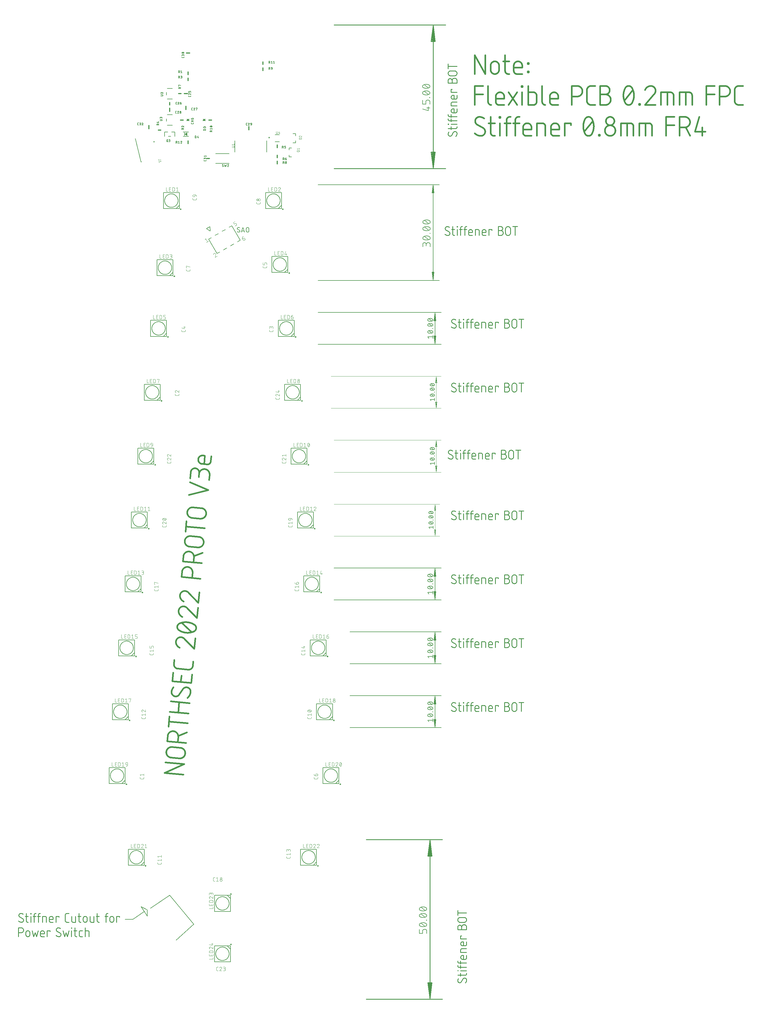
<source format=gbr>
G04 EAGLE Gerber RS-274X export*
G75*
%MOMM*%
%FSLAX34Y34*%
%LPD*%
%INSilkscreen Top*%
%IPPOS*%
%AMOC8*
5,1,8,0,0,1.08239X$1,22.5*%
G01*
%ADD10C,0.130000*%
%ADD11C,0.152400*%
%ADD12C,0.100000*%
%ADD13C,0.127000*%
%ADD14C,0.228600*%
%ADD15C,0.508000*%
%ADD16C,0.260000*%
%ADD17C,0.203200*%
%ADD18C,0.101600*%
%ADD19C,0.304800*%
%ADD20R,0.200000X1.000000*%
%ADD21R,0.889000X0.190500*%
%ADD22C,0.076200*%
%ADD23C,0.200000*%

G36*
X-53322Y-250948D02*
X-53322Y-250948D01*
X-53305Y-250950D01*
X-53201Y-250929D01*
X-53097Y-250912D01*
X-53082Y-250903D01*
X-53064Y-250900D01*
X-52973Y-250846D01*
X-52880Y-250796D01*
X-52868Y-250784D01*
X-52852Y-250775D01*
X-52783Y-250695D01*
X-52711Y-250618D01*
X-52703Y-250602D01*
X-52691Y-250588D01*
X-52651Y-250491D01*
X-52642Y-250470D01*
X-52607Y-250395D01*
X-52605Y-250377D01*
X-52598Y-250361D01*
X-52591Y-250255D01*
X-52580Y-250151D01*
X-52584Y-250133D01*
X-52582Y-250115D01*
X-52610Y-250013D01*
X-52632Y-249910D01*
X-52641Y-249895D01*
X-52646Y-249878D01*
X-52731Y-249733D01*
X-56541Y-244653D01*
X-56544Y-244650D01*
X-56546Y-244647D01*
X-56633Y-244565D01*
X-56718Y-244483D01*
X-56722Y-244481D01*
X-56725Y-244478D01*
X-56834Y-244428D01*
X-56941Y-244378D01*
X-56945Y-244378D01*
X-56949Y-244376D01*
X-57067Y-244363D01*
X-57185Y-244350D01*
X-57189Y-244350D01*
X-57194Y-244350D01*
X-57310Y-244376D01*
X-57426Y-244401D01*
X-57430Y-244403D01*
X-57434Y-244404D01*
X-57536Y-244465D01*
X-57638Y-244526D01*
X-57641Y-244529D01*
X-57644Y-244531D01*
X-57759Y-244653D01*
X-61569Y-249733D01*
X-61577Y-249749D01*
X-61590Y-249762D01*
X-61634Y-249858D01*
X-61683Y-249951D01*
X-61686Y-249969D01*
X-61693Y-249985D01*
X-61705Y-250090D01*
X-61721Y-250194D01*
X-61718Y-250212D01*
X-61720Y-250229D01*
X-61698Y-250332D01*
X-61680Y-250437D01*
X-61672Y-250452D01*
X-61668Y-250470D01*
X-61614Y-250560D01*
X-61564Y-250654D01*
X-61551Y-250666D01*
X-61542Y-250681D01*
X-61462Y-250750D01*
X-61385Y-250822D01*
X-61368Y-250829D01*
X-61355Y-250841D01*
X-61257Y-250880D01*
X-61161Y-250924D01*
X-61143Y-250926D01*
X-61127Y-250933D01*
X-60960Y-250951D01*
X-53340Y-250951D01*
X-53322Y-250948D01*
G37*
G36*
X-104122Y-250948D02*
X-104122Y-250948D01*
X-104105Y-250950D01*
X-104001Y-250929D01*
X-103897Y-250912D01*
X-103882Y-250903D01*
X-103864Y-250900D01*
X-103773Y-250846D01*
X-103680Y-250796D01*
X-103668Y-250784D01*
X-103652Y-250775D01*
X-103583Y-250695D01*
X-103511Y-250618D01*
X-103503Y-250602D01*
X-103491Y-250588D01*
X-103451Y-250491D01*
X-103442Y-250470D01*
X-103407Y-250395D01*
X-103405Y-250377D01*
X-103398Y-250361D01*
X-103391Y-250255D01*
X-103380Y-250151D01*
X-103384Y-250133D01*
X-103382Y-250115D01*
X-103410Y-250013D01*
X-103432Y-249910D01*
X-103441Y-249895D01*
X-103446Y-249878D01*
X-103531Y-249733D01*
X-107341Y-244653D01*
X-107344Y-244650D01*
X-107346Y-244647D01*
X-107433Y-244565D01*
X-107518Y-244483D01*
X-107522Y-244481D01*
X-107525Y-244478D01*
X-107634Y-244428D01*
X-107741Y-244378D01*
X-107745Y-244378D01*
X-107749Y-244376D01*
X-107867Y-244363D01*
X-107985Y-244350D01*
X-107989Y-244350D01*
X-107994Y-244350D01*
X-108110Y-244376D01*
X-108226Y-244401D01*
X-108230Y-244403D01*
X-108234Y-244404D01*
X-108336Y-244465D01*
X-108438Y-244526D01*
X-108441Y-244529D01*
X-108444Y-244531D01*
X-108559Y-244653D01*
X-112369Y-249733D01*
X-112377Y-249749D01*
X-112390Y-249762D01*
X-112434Y-249858D01*
X-112483Y-249951D01*
X-112486Y-249969D01*
X-112493Y-249985D01*
X-112505Y-250090D01*
X-112521Y-250194D01*
X-112518Y-250212D01*
X-112520Y-250229D01*
X-112498Y-250332D01*
X-112480Y-250437D01*
X-112472Y-250452D01*
X-112468Y-250470D01*
X-112414Y-250560D01*
X-112364Y-250654D01*
X-112351Y-250666D01*
X-112342Y-250681D01*
X-112262Y-250750D01*
X-112185Y-250822D01*
X-112168Y-250829D01*
X-112155Y-250841D01*
X-112057Y-250880D01*
X-111961Y-250924D01*
X-111943Y-250926D01*
X-111927Y-250933D01*
X-111760Y-250951D01*
X-104140Y-250951D01*
X-104122Y-250948D01*
G37*
G36*
X-112255Y-295107D02*
X-112255Y-295107D01*
X-112184Y-295109D01*
X-112115Y-295091D01*
X-112044Y-295082D01*
X-111978Y-295055D01*
X-111909Y-295037D01*
X-111848Y-295000D01*
X-111782Y-294973D01*
X-111726Y-294928D01*
X-111664Y-294892D01*
X-111615Y-294840D01*
X-111560Y-294795D01*
X-111519Y-294737D01*
X-111470Y-294684D01*
X-111437Y-294621D01*
X-111396Y-294563D01*
X-111373Y-294495D01*
X-111340Y-294431D01*
X-111330Y-294372D01*
X-111303Y-294294D01*
X-111297Y-294175D01*
X-111285Y-294100D01*
X-111285Y-290100D01*
X-111295Y-290029D01*
X-111295Y-289957D01*
X-111315Y-289889D01*
X-111325Y-289819D01*
X-111354Y-289753D01*
X-111374Y-289684D01*
X-111412Y-289624D01*
X-111441Y-289559D01*
X-111487Y-289504D01*
X-111525Y-289444D01*
X-111579Y-289396D01*
X-111625Y-289342D01*
X-111684Y-289302D01*
X-111738Y-289255D01*
X-111802Y-289224D01*
X-111861Y-289185D01*
X-111930Y-289163D01*
X-111994Y-289132D01*
X-112064Y-289120D01*
X-112132Y-289099D01*
X-112204Y-289097D01*
X-112275Y-289085D01*
X-112345Y-289093D01*
X-112416Y-289091D01*
X-112486Y-289110D01*
X-112557Y-289118D01*
X-112612Y-289143D01*
X-112691Y-289163D01*
X-112794Y-289224D01*
X-112863Y-289255D01*
X-115863Y-291255D01*
X-115950Y-291332D01*
X-116040Y-291405D01*
X-116055Y-291427D01*
X-116075Y-291445D01*
X-116137Y-291542D01*
X-116204Y-291637D01*
X-116212Y-291663D01*
X-116227Y-291685D01*
X-116259Y-291796D01*
X-116297Y-291906D01*
X-116298Y-291933D01*
X-116305Y-291958D01*
X-116305Y-292074D01*
X-116311Y-292190D01*
X-116305Y-292216D01*
X-116305Y-292243D01*
X-116273Y-292354D01*
X-116247Y-292467D01*
X-116234Y-292490D01*
X-116226Y-292516D01*
X-116164Y-292614D01*
X-116108Y-292715D01*
X-116090Y-292731D01*
X-116075Y-292756D01*
X-115867Y-292941D01*
X-115863Y-292945D01*
X-112863Y-294945D01*
X-112799Y-294976D01*
X-112739Y-295016D01*
X-112671Y-295037D01*
X-112607Y-295068D01*
X-112536Y-295080D01*
X-112468Y-295101D01*
X-112397Y-295103D01*
X-112327Y-295115D01*
X-112255Y-295107D01*
G37*
D10*
X300000Y-950000D02*
X685400Y-950000D01*
X685400Y-850000D02*
X300000Y-850000D01*
X665900Y-850650D02*
X665900Y-949350D01*
X662708Y-924000D01*
X669092Y-924000D01*
X665900Y-949350D01*
X664600Y-924000D01*
X667200Y-924000D02*
X665900Y-949350D01*
X663300Y-924000D01*
X668500Y-924000D02*
X665900Y-949350D01*
X662708Y-876000D02*
X665900Y-850650D01*
X662708Y-876000D02*
X669092Y-876000D01*
X665900Y-850650D01*
X664600Y-876000D01*
X667200Y-876000D02*
X665900Y-850650D01*
X663300Y-876000D01*
X668500Y-876000D02*
X665900Y-850650D01*
D11*
X643137Y-926632D02*
X646749Y-931148D01*
X643137Y-926632D02*
X659393Y-926632D01*
X659393Y-922117D02*
X659393Y-931148D01*
X651265Y-915516D02*
X650945Y-915512D01*
X650626Y-915501D01*
X650306Y-915482D01*
X649988Y-915455D01*
X649670Y-915421D01*
X649353Y-915379D01*
X649037Y-915329D01*
X648722Y-915272D01*
X648409Y-915208D01*
X648097Y-915136D01*
X647787Y-915057D01*
X647480Y-914970D01*
X647174Y-914876D01*
X646871Y-914775D01*
X646570Y-914666D01*
X646272Y-914551D01*
X645976Y-914428D01*
X645684Y-914298D01*
X645395Y-914161D01*
X645394Y-914161D02*
X645286Y-914122D01*
X645179Y-914079D01*
X645074Y-914033D01*
X644971Y-913983D01*
X644869Y-913929D01*
X644769Y-913872D01*
X644671Y-913811D01*
X644575Y-913747D01*
X644482Y-913680D01*
X644391Y-913610D01*
X644302Y-913536D01*
X644216Y-913460D01*
X644133Y-913380D01*
X644052Y-913298D01*
X643974Y-913213D01*
X643900Y-913126D01*
X643828Y-913035D01*
X643759Y-912943D01*
X643694Y-912848D01*
X643632Y-912751D01*
X643573Y-912652D01*
X643518Y-912551D01*
X643467Y-912448D01*
X643419Y-912343D01*
X643374Y-912237D01*
X643333Y-912130D01*
X643296Y-912021D01*
X643263Y-911910D01*
X643234Y-911799D01*
X643208Y-911687D01*
X643186Y-911574D01*
X643169Y-911460D01*
X643155Y-911346D01*
X643145Y-911231D01*
X643139Y-911116D01*
X643137Y-911001D01*
X643139Y-910886D01*
X643145Y-910771D01*
X643155Y-910656D01*
X643169Y-910542D01*
X643186Y-910428D01*
X643208Y-910315D01*
X643234Y-910203D01*
X643263Y-910091D01*
X643296Y-909981D01*
X643333Y-909872D01*
X643374Y-909764D01*
X643419Y-909658D01*
X643467Y-909553D01*
X643518Y-909451D01*
X643574Y-909350D01*
X643632Y-909250D01*
X643694Y-909153D01*
X643759Y-909059D01*
X643828Y-908966D01*
X643900Y-908876D01*
X643974Y-908788D01*
X644052Y-908703D01*
X644133Y-908621D01*
X644216Y-908542D01*
X644302Y-908465D01*
X644391Y-908392D01*
X644482Y-908321D01*
X644576Y-908254D01*
X644671Y-908190D01*
X644769Y-908129D01*
X644869Y-908072D01*
X644971Y-908019D01*
X645075Y-907968D01*
X645180Y-907922D01*
X645287Y-907879D01*
X645395Y-907840D01*
X645395Y-907841D02*
X645684Y-907704D01*
X645976Y-907574D01*
X646272Y-907451D01*
X646570Y-907336D01*
X646871Y-907227D01*
X647174Y-907126D01*
X647480Y-907032D01*
X647787Y-906945D01*
X648097Y-906866D01*
X648409Y-906794D01*
X648722Y-906730D01*
X649037Y-906673D01*
X649353Y-906623D01*
X649670Y-906581D01*
X649988Y-906547D01*
X650306Y-906520D01*
X650626Y-906501D01*
X650945Y-906490D01*
X651265Y-906486D01*
X651265Y-915516D02*
X651585Y-915512D01*
X651904Y-915501D01*
X652224Y-915482D01*
X652542Y-915455D01*
X652860Y-915421D01*
X653177Y-915379D01*
X653493Y-915329D01*
X653808Y-915272D01*
X654121Y-915208D01*
X654433Y-915136D01*
X654743Y-915057D01*
X655050Y-914970D01*
X655356Y-914876D01*
X655659Y-914775D01*
X655960Y-914666D01*
X656258Y-914551D01*
X656554Y-914428D01*
X656846Y-914298D01*
X657135Y-914161D01*
X657136Y-914162D02*
X657244Y-914123D01*
X657351Y-914080D01*
X657456Y-914034D01*
X657560Y-913983D01*
X657662Y-913930D01*
X657762Y-913873D01*
X657860Y-913812D01*
X657955Y-913748D01*
X658049Y-913681D01*
X658140Y-913610D01*
X658229Y-913537D01*
X658315Y-913460D01*
X658398Y-913381D01*
X658479Y-913299D01*
X658557Y-913214D01*
X658631Y-913126D01*
X658703Y-913036D01*
X658772Y-912943D01*
X658837Y-912849D01*
X658899Y-912752D01*
X658957Y-912652D01*
X659013Y-912551D01*
X659064Y-912449D01*
X659112Y-912344D01*
X659157Y-912238D01*
X659198Y-912130D01*
X659235Y-912021D01*
X659268Y-911911D01*
X659297Y-911799D01*
X659323Y-911687D01*
X659345Y-911574D01*
X659362Y-911460D01*
X659376Y-911346D01*
X659386Y-911231D01*
X659392Y-911116D01*
X659394Y-911001D01*
X657135Y-907841D02*
X656846Y-907704D01*
X656554Y-907574D01*
X656258Y-907451D01*
X655960Y-907336D01*
X655659Y-907227D01*
X655356Y-907126D01*
X655050Y-907032D01*
X654743Y-906945D01*
X654433Y-906866D01*
X654121Y-906794D01*
X653808Y-906730D01*
X653493Y-906673D01*
X653177Y-906623D01*
X652860Y-906581D01*
X652542Y-906547D01*
X652224Y-906520D01*
X651904Y-906501D01*
X651585Y-906490D01*
X651265Y-906486D01*
X657135Y-907840D02*
X657243Y-907879D01*
X657350Y-907922D01*
X657455Y-907968D01*
X657559Y-908019D01*
X657661Y-908072D01*
X657761Y-908130D01*
X657859Y-908190D01*
X657954Y-908254D01*
X658048Y-908321D01*
X658139Y-908392D01*
X658228Y-908465D01*
X658314Y-908542D01*
X658397Y-908621D01*
X658478Y-908703D01*
X658556Y-908788D01*
X658630Y-908876D01*
X658702Y-908966D01*
X658771Y-909059D01*
X658836Y-909153D01*
X658898Y-909250D01*
X658956Y-909350D01*
X659012Y-909451D01*
X659063Y-909554D01*
X659111Y-909658D01*
X659156Y-909764D01*
X659197Y-909872D01*
X659234Y-909981D01*
X659267Y-910091D01*
X659296Y-910203D01*
X659322Y-910315D01*
X659344Y-910428D01*
X659361Y-910542D01*
X659375Y-910656D01*
X659385Y-910771D01*
X659391Y-910886D01*
X659393Y-911001D01*
X655781Y-914614D02*
X646749Y-907389D01*
X658490Y-900511D02*
X659393Y-900511D01*
X658490Y-900511D02*
X658490Y-899608D01*
X659393Y-899608D01*
X659393Y-900511D01*
X651265Y-893633D02*
X650945Y-893629D01*
X650626Y-893618D01*
X650306Y-893599D01*
X649988Y-893572D01*
X649670Y-893538D01*
X649353Y-893496D01*
X649037Y-893446D01*
X648722Y-893389D01*
X648409Y-893325D01*
X648097Y-893253D01*
X647787Y-893174D01*
X647480Y-893087D01*
X647174Y-892993D01*
X646871Y-892892D01*
X646570Y-892783D01*
X646272Y-892668D01*
X645976Y-892545D01*
X645684Y-892415D01*
X645395Y-892278D01*
X645394Y-892278D02*
X645286Y-892239D01*
X645179Y-892196D01*
X645074Y-892150D01*
X644971Y-892100D01*
X644869Y-892046D01*
X644769Y-891989D01*
X644671Y-891928D01*
X644575Y-891864D01*
X644482Y-891797D01*
X644391Y-891727D01*
X644302Y-891653D01*
X644216Y-891577D01*
X644133Y-891497D01*
X644052Y-891415D01*
X643974Y-891330D01*
X643900Y-891243D01*
X643828Y-891152D01*
X643759Y-891060D01*
X643694Y-890965D01*
X643632Y-890868D01*
X643573Y-890769D01*
X643518Y-890668D01*
X643467Y-890565D01*
X643419Y-890460D01*
X643374Y-890354D01*
X643333Y-890247D01*
X643296Y-890138D01*
X643263Y-890027D01*
X643234Y-889916D01*
X643208Y-889804D01*
X643186Y-889691D01*
X643169Y-889577D01*
X643155Y-889463D01*
X643145Y-889348D01*
X643139Y-889233D01*
X643137Y-889118D01*
X643139Y-889003D01*
X643145Y-888888D01*
X643155Y-888773D01*
X643169Y-888659D01*
X643186Y-888545D01*
X643208Y-888432D01*
X643234Y-888320D01*
X643263Y-888208D01*
X643296Y-888098D01*
X643333Y-887989D01*
X643374Y-887881D01*
X643419Y-887775D01*
X643467Y-887670D01*
X643518Y-887568D01*
X643574Y-887467D01*
X643632Y-887367D01*
X643694Y-887270D01*
X643759Y-887176D01*
X643828Y-887083D01*
X643900Y-886993D01*
X643974Y-886905D01*
X644052Y-886820D01*
X644133Y-886738D01*
X644216Y-886659D01*
X644302Y-886582D01*
X644391Y-886509D01*
X644482Y-886438D01*
X644576Y-886371D01*
X644671Y-886307D01*
X644769Y-886246D01*
X644869Y-886189D01*
X644971Y-886136D01*
X645075Y-886085D01*
X645180Y-886039D01*
X645287Y-885996D01*
X645395Y-885957D01*
X645684Y-885820D01*
X645976Y-885690D01*
X646272Y-885567D01*
X646570Y-885452D01*
X646871Y-885343D01*
X647174Y-885242D01*
X647480Y-885148D01*
X647787Y-885061D01*
X648097Y-884982D01*
X648409Y-884910D01*
X648722Y-884846D01*
X649037Y-884789D01*
X649353Y-884739D01*
X649670Y-884697D01*
X649988Y-884663D01*
X650306Y-884636D01*
X650626Y-884617D01*
X650945Y-884606D01*
X651265Y-884602D01*
X651265Y-893633D02*
X651585Y-893629D01*
X651904Y-893618D01*
X652224Y-893599D01*
X652542Y-893572D01*
X652860Y-893538D01*
X653177Y-893496D01*
X653493Y-893446D01*
X653808Y-893389D01*
X654121Y-893325D01*
X654433Y-893253D01*
X654743Y-893174D01*
X655050Y-893087D01*
X655356Y-892993D01*
X655659Y-892892D01*
X655960Y-892783D01*
X656258Y-892668D01*
X656554Y-892545D01*
X656846Y-892415D01*
X657135Y-892278D01*
X657136Y-892279D02*
X657244Y-892240D01*
X657351Y-892197D01*
X657456Y-892151D01*
X657560Y-892100D01*
X657662Y-892047D01*
X657762Y-891990D01*
X657860Y-891929D01*
X657955Y-891865D01*
X658049Y-891798D01*
X658140Y-891727D01*
X658229Y-891654D01*
X658315Y-891577D01*
X658398Y-891498D01*
X658479Y-891416D01*
X658557Y-891331D01*
X658631Y-891243D01*
X658703Y-891153D01*
X658772Y-891060D01*
X658837Y-890966D01*
X658899Y-890869D01*
X658957Y-890769D01*
X659013Y-890668D01*
X659064Y-890566D01*
X659112Y-890461D01*
X659157Y-890355D01*
X659198Y-890247D01*
X659235Y-890138D01*
X659268Y-890028D01*
X659297Y-889916D01*
X659323Y-889804D01*
X659345Y-889691D01*
X659362Y-889577D01*
X659376Y-889463D01*
X659386Y-889348D01*
X659392Y-889233D01*
X659394Y-889118D01*
X657135Y-885957D02*
X656846Y-885820D01*
X656554Y-885690D01*
X656258Y-885567D01*
X655960Y-885452D01*
X655659Y-885343D01*
X655356Y-885242D01*
X655050Y-885148D01*
X654743Y-885061D01*
X654433Y-884982D01*
X654121Y-884910D01*
X653808Y-884846D01*
X653493Y-884789D01*
X653177Y-884739D01*
X652860Y-884697D01*
X652542Y-884663D01*
X652224Y-884636D01*
X651904Y-884617D01*
X651585Y-884606D01*
X651265Y-884602D01*
X657135Y-885957D02*
X657243Y-885996D01*
X657350Y-886039D01*
X657455Y-886085D01*
X657559Y-886136D01*
X657661Y-886189D01*
X657761Y-886247D01*
X657859Y-886307D01*
X657954Y-886371D01*
X658048Y-886438D01*
X658139Y-886509D01*
X658228Y-886582D01*
X658314Y-886659D01*
X658397Y-886738D01*
X658478Y-886820D01*
X658556Y-886905D01*
X658630Y-886993D01*
X658702Y-887083D01*
X658771Y-887176D01*
X658836Y-887270D01*
X658898Y-887367D01*
X658956Y-887467D01*
X659012Y-887568D01*
X659063Y-887671D01*
X659111Y-887775D01*
X659156Y-887881D01*
X659197Y-887989D01*
X659234Y-888098D01*
X659267Y-888208D01*
X659296Y-888320D01*
X659322Y-888432D01*
X659344Y-888545D01*
X659361Y-888659D01*
X659375Y-888773D01*
X659385Y-888888D01*
X659391Y-889003D01*
X659393Y-889118D01*
X655781Y-892730D02*
X646749Y-885505D01*
X651265Y-878002D02*
X650945Y-877998D01*
X650626Y-877987D01*
X650306Y-877968D01*
X649988Y-877941D01*
X649670Y-877907D01*
X649353Y-877865D01*
X649037Y-877815D01*
X648722Y-877758D01*
X648409Y-877694D01*
X648097Y-877622D01*
X647787Y-877543D01*
X647480Y-877456D01*
X647174Y-877362D01*
X646871Y-877261D01*
X646570Y-877152D01*
X646272Y-877037D01*
X645976Y-876914D01*
X645684Y-876784D01*
X645395Y-876647D01*
X645394Y-876646D02*
X645286Y-876607D01*
X645179Y-876564D01*
X645074Y-876518D01*
X644971Y-876468D01*
X644869Y-876414D01*
X644769Y-876357D01*
X644671Y-876296D01*
X644575Y-876232D01*
X644482Y-876165D01*
X644391Y-876095D01*
X644302Y-876021D01*
X644216Y-875945D01*
X644133Y-875865D01*
X644052Y-875783D01*
X643974Y-875698D01*
X643900Y-875611D01*
X643828Y-875520D01*
X643759Y-875428D01*
X643694Y-875333D01*
X643632Y-875236D01*
X643573Y-875137D01*
X643518Y-875036D01*
X643467Y-874933D01*
X643419Y-874828D01*
X643374Y-874722D01*
X643333Y-874615D01*
X643296Y-874506D01*
X643263Y-874395D01*
X643234Y-874284D01*
X643208Y-874172D01*
X643186Y-874059D01*
X643169Y-873945D01*
X643155Y-873831D01*
X643145Y-873716D01*
X643139Y-873601D01*
X643137Y-873486D01*
X643139Y-873371D01*
X643145Y-873256D01*
X643155Y-873141D01*
X643169Y-873027D01*
X643186Y-872913D01*
X643208Y-872800D01*
X643234Y-872688D01*
X643263Y-872576D01*
X643296Y-872466D01*
X643333Y-872357D01*
X643374Y-872249D01*
X643419Y-872143D01*
X643467Y-872038D01*
X643518Y-871936D01*
X643574Y-871835D01*
X643632Y-871735D01*
X643694Y-871638D01*
X643759Y-871544D01*
X643828Y-871451D01*
X643900Y-871361D01*
X643974Y-871273D01*
X644052Y-871188D01*
X644133Y-871106D01*
X644216Y-871027D01*
X644302Y-870950D01*
X644391Y-870877D01*
X644482Y-870806D01*
X644576Y-870739D01*
X644671Y-870675D01*
X644769Y-870614D01*
X644869Y-870557D01*
X644971Y-870504D01*
X645075Y-870453D01*
X645180Y-870407D01*
X645287Y-870364D01*
X645395Y-870325D01*
X645395Y-870326D02*
X645684Y-870189D01*
X645976Y-870059D01*
X646272Y-869936D01*
X646570Y-869821D01*
X646871Y-869712D01*
X647174Y-869611D01*
X647480Y-869517D01*
X647787Y-869430D01*
X648097Y-869351D01*
X648409Y-869279D01*
X648722Y-869215D01*
X649037Y-869158D01*
X649353Y-869108D01*
X649670Y-869066D01*
X649988Y-869032D01*
X650306Y-869005D01*
X650626Y-868986D01*
X650945Y-868975D01*
X651265Y-868971D01*
X651265Y-878002D02*
X651585Y-877998D01*
X651904Y-877987D01*
X652224Y-877968D01*
X652542Y-877941D01*
X652860Y-877907D01*
X653177Y-877865D01*
X653493Y-877815D01*
X653808Y-877758D01*
X654121Y-877694D01*
X654433Y-877622D01*
X654743Y-877543D01*
X655050Y-877456D01*
X655356Y-877362D01*
X655659Y-877261D01*
X655960Y-877152D01*
X656258Y-877037D01*
X656554Y-876914D01*
X656846Y-876784D01*
X657135Y-876647D01*
X657136Y-876647D02*
X657244Y-876608D01*
X657351Y-876565D01*
X657456Y-876519D01*
X657560Y-876468D01*
X657662Y-876415D01*
X657762Y-876358D01*
X657860Y-876297D01*
X657955Y-876233D01*
X658049Y-876166D01*
X658140Y-876095D01*
X658229Y-876022D01*
X658315Y-875945D01*
X658398Y-875866D01*
X658479Y-875784D01*
X658557Y-875699D01*
X658631Y-875611D01*
X658703Y-875521D01*
X658772Y-875428D01*
X658837Y-875334D01*
X658899Y-875237D01*
X658957Y-875137D01*
X659013Y-875036D01*
X659064Y-874934D01*
X659112Y-874829D01*
X659157Y-874723D01*
X659198Y-874615D01*
X659235Y-874506D01*
X659268Y-874396D01*
X659297Y-874284D01*
X659323Y-874172D01*
X659345Y-874059D01*
X659362Y-873945D01*
X659376Y-873831D01*
X659386Y-873716D01*
X659392Y-873601D01*
X659394Y-873486D01*
X657135Y-870326D02*
X656846Y-870189D01*
X656554Y-870059D01*
X656258Y-869936D01*
X655960Y-869821D01*
X655659Y-869712D01*
X655356Y-869611D01*
X655050Y-869517D01*
X654743Y-869430D01*
X654433Y-869351D01*
X654121Y-869279D01*
X653808Y-869215D01*
X653493Y-869158D01*
X653177Y-869108D01*
X652860Y-869066D01*
X652542Y-869032D01*
X652224Y-869005D01*
X651904Y-868986D01*
X651585Y-868975D01*
X651265Y-868971D01*
X657135Y-870325D02*
X657243Y-870364D01*
X657350Y-870407D01*
X657455Y-870453D01*
X657559Y-870504D01*
X657661Y-870557D01*
X657761Y-870615D01*
X657859Y-870675D01*
X657954Y-870739D01*
X658048Y-870806D01*
X658139Y-870877D01*
X658228Y-870950D01*
X658314Y-871027D01*
X658397Y-871106D01*
X658478Y-871188D01*
X658556Y-871273D01*
X658630Y-871361D01*
X658702Y-871451D01*
X658771Y-871544D01*
X658836Y-871638D01*
X658898Y-871735D01*
X658956Y-871835D01*
X659012Y-871936D01*
X659063Y-872039D01*
X659111Y-872143D01*
X659156Y-872249D01*
X659197Y-872357D01*
X659234Y-872466D01*
X659267Y-872576D01*
X659296Y-872688D01*
X659322Y-872800D01*
X659344Y-872913D01*
X659361Y-873027D01*
X659375Y-873141D01*
X659385Y-873256D01*
X659391Y-873371D01*
X659393Y-873486D01*
X655781Y-877099D02*
X646749Y-869874D01*
D12*
X680900Y-1550000D02*
X350000Y-1550000D01*
X350000Y-1450000D02*
X680900Y-1450000D01*
X665900Y-1450500D02*
X665900Y-1549500D01*
X663444Y-1530000D01*
X668356Y-1530000D01*
X665900Y-1549500D01*
X664900Y-1530000D01*
X666900Y-1530000D02*
X665900Y-1549500D01*
X663900Y-1530000D01*
X667900Y-1530000D02*
X665900Y-1549500D01*
X663444Y-1470000D02*
X665900Y-1450500D01*
X663444Y-1470000D02*
X668356Y-1470000D01*
X665900Y-1450500D01*
X664900Y-1470000D01*
X666900Y-1470000D02*
X665900Y-1450500D01*
X663900Y-1470000D01*
X667900Y-1470000D02*
X665900Y-1450500D01*
D13*
X646785Y-1522463D02*
X649836Y-1526277D01*
X646785Y-1522463D02*
X660515Y-1522463D01*
X660515Y-1526277D02*
X660515Y-1518649D01*
X653650Y-1512777D02*
X653380Y-1512774D01*
X653110Y-1512764D01*
X652840Y-1512748D01*
X652571Y-1512725D01*
X652303Y-1512696D01*
X652035Y-1512661D01*
X651768Y-1512619D01*
X651502Y-1512571D01*
X651238Y-1512517D01*
X650974Y-1512456D01*
X650713Y-1512389D01*
X650453Y-1512316D01*
X650194Y-1512236D01*
X649938Y-1512151D01*
X649684Y-1512059D01*
X649432Y-1511962D01*
X649183Y-1511858D01*
X648936Y-1511748D01*
X648692Y-1511633D01*
X648692Y-1511632D02*
X648592Y-1511596D01*
X648494Y-1511556D01*
X648397Y-1511513D01*
X648302Y-1511465D01*
X648209Y-1511414D01*
X648118Y-1511360D01*
X648029Y-1511303D01*
X647942Y-1511242D01*
X647858Y-1511177D01*
X647776Y-1511110D01*
X647696Y-1511040D01*
X647620Y-1510966D01*
X647546Y-1510890D01*
X647475Y-1510812D01*
X647407Y-1510730D01*
X647342Y-1510646D01*
X647280Y-1510560D01*
X647222Y-1510471D01*
X647167Y-1510381D01*
X647115Y-1510288D01*
X647067Y-1510193D01*
X647023Y-1510097D01*
X646982Y-1509999D01*
X646945Y-1509900D01*
X646912Y-1509799D01*
X646882Y-1509697D01*
X646856Y-1509594D01*
X646835Y-1509490D01*
X646817Y-1509386D01*
X646803Y-1509281D01*
X646793Y-1509175D01*
X646787Y-1509069D01*
X646785Y-1508963D01*
X646787Y-1508857D01*
X646793Y-1508751D01*
X646803Y-1508645D01*
X646817Y-1508540D01*
X646835Y-1508436D01*
X646856Y-1508332D01*
X646882Y-1508229D01*
X646912Y-1508127D01*
X646945Y-1508026D01*
X646982Y-1507927D01*
X647023Y-1507829D01*
X647067Y-1507733D01*
X647115Y-1507638D01*
X647167Y-1507545D01*
X647222Y-1507455D01*
X647280Y-1507366D01*
X647342Y-1507280D01*
X647407Y-1507196D01*
X647475Y-1507114D01*
X647546Y-1507036D01*
X647620Y-1506960D01*
X647696Y-1506886D01*
X647776Y-1506816D01*
X647858Y-1506749D01*
X647942Y-1506684D01*
X648029Y-1506623D01*
X648118Y-1506566D01*
X648209Y-1506512D01*
X648302Y-1506461D01*
X648397Y-1506413D01*
X648494Y-1506370D01*
X648592Y-1506330D01*
X648692Y-1506294D01*
X648692Y-1506292D02*
X648936Y-1506177D01*
X649183Y-1506067D01*
X649432Y-1505963D01*
X649684Y-1505866D01*
X649938Y-1505774D01*
X650194Y-1505689D01*
X650453Y-1505609D01*
X650713Y-1505536D01*
X650974Y-1505469D01*
X651238Y-1505408D01*
X651502Y-1505354D01*
X651768Y-1505306D01*
X652035Y-1505264D01*
X652303Y-1505229D01*
X652571Y-1505200D01*
X652840Y-1505177D01*
X653110Y-1505161D01*
X653380Y-1505151D01*
X653650Y-1505148D01*
X653650Y-1512777D02*
X653920Y-1512774D01*
X654190Y-1512764D01*
X654460Y-1512748D01*
X654729Y-1512725D01*
X654997Y-1512696D01*
X655265Y-1512661D01*
X655532Y-1512619D01*
X655798Y-1512571D01*
X656062Y-1512517D01*
X656326Y-1512456D01*
X656587Y-1512389D01*
X656847Y-1512316D01*
X657106Y-1512236D01*
X657362Y-1512151D01*
X657616Y-1512059D01*
X657868Y-1511962D01*
X658117Y-1511858D01*
X658364Y-1511748D01*
X658608Y-1511633D01*
X658608Y-1511632D02*
X658708Y-1511596D01*
X658806Y-1511556D01*
X658903Y-1511513D01*
X658998Y-1511465D01*
X659091Y-1511414D01*
X659182Y-1511360D01*
X659271Y-1511303D01*
X659358Y-1511242D01*
X659442Y-1511177D01*
X659524Y-1511110D01*
X659604Y-1511040D01*
X659680Y-1510966D01*
X659754Y-1510890D01*
X659825Y-1510812D01*
X659893Y-1510730D01*
X659958Y-1510646D01*
X660020Y-1510560D01*
X660078Y-1510471D01*
X660133Y-1510381D01*
X660185Y-1510288D01*
X660233Y-1510193D01*
X660277Y-1510097D01*
X660318Y-1509999D01*
X660355Y-1509900D01*
X660388Y-1509799D01*
X660418Y-1509697D01*
X660444Y-1509594D01*
X660465Y-1509490D01*
X660483Y-1509386D01*
X660497Y-1509281D01*
X660507Y-1509175D01*
X660513Y-1509069D01*
X660515Y-1508963D01*
X658608Y-1506292D02*
X658364Y-1506177D01*
X658117Y-1506067D01*
X657868Y-1505963D01*
X657616Y-1505866D01*
X657362Y-1505774D01*
X657106Y-1505689D01*
X656847Y-1505609D01*
X656587Y-1505536D01*
X656326Y-1505469D01*
X656062Y-1505408D01*
X655798Y-1505354D01*
X655532Y-1505306D01*
X655265Y-1505264D01*
X654997Y-1505229D01*
X654729Y-1505200D01*
X654460Y-1505177D01*
X654190Y-1505161D01*
X653920Y-1505151D01*
X653650Y-1505148D01*
X658608Y-1506294D02*
X658708Y-1506330D01*
X658806Y-1506370D01*
X658903Y-1506414D01*
X658998Y-1506461D01*
X659091Y-1506512D01*
X659182Y-1506566D01*
X659271Y-1506624D01*
X659358Y-1506684D01*
X659442Y-1506749D01*
X659524Y-1506816D01*
X659604Y-1506886D01*
X659680Y-1506960D01*
X659754Y-1507036D01*
X659825Y-1507115D01*
X659893Y-1507196D01*
X659958Y-1507280D01*
X660020Y-1507366D01*
X660078Y-1507455D01*
X660133Y-1507545D01*
X660185Y-1507638D01*
X660233Y-1507733D01*
X660277Y-1507829D01*
X660318Y-1507927D01*
X660355Y-1508026D01*
X660388Y-1508127D01*
X660418Y-1508229D01*
X660444Y-1508332D01*
X660465Y-1508436D01*
X660483Y-1508540D01*
X660497Y-1508645D01*
X660507Y-1508751D01*
X660513Y-1508857D01*
X660515Y-1508963D01*
X657464Y-1512014D02*
X649836Y-1505912D01*
X659752Y-1499894D02*
X660515Y-1499894D01*
X659752Y-1499894D02*
X659752Y-1499131D01*
X660515Y-1499131D01*
X660515Y-1499894D01*
X653650Y-1493877D02*
X653380Y-1493874D01*
X653110Y-1493864D01*
X652840Y-1493848D01*
X652571Y-1493825D01*
X652303Y-1493796D01*
X652035Y-1493761D01*
X651768Y-1493719D01*
X651502Y-1493671D01*
X651238Y-1493617D01*
X650974Y-1493556D01*
X650713Y-1493489D01*
X650453Y-1493416D01*
X650194Y-1493336D01*
X649938Y-1493251D01*
X649684Y-1493159D01*
X649432Y-1493062D01*
X649183Y-1492958D01*
X648936Y-1492848D01*
X648692Y-1492733D01*
X648692Y-1492732D02*
X648592Y-1492696D01*
X648494Y-1492656D01*
X648397Y-1492613D01*
X648302Y-1492565D01*
X648209Y-1492514D01*
X648118Y-1492460D01*
X648029Y-1492403D01*
X647942Y-1492342D01*
X647858Y-1492277D01*
X647776Y-1492210D01*
X647696Y-1492140D01*
X647620Y-1492066D01*
X647546Y-1491990D01*
X647475Y-1491912D01*
X647407Y-1491830D01*
X647342Y-1491746D01*
X647280Y-1491660D01*
X647222Y-1491571D01*
X647167Y-1491481D01*
X647115Y-1491388D01*
X647067Y-1491293D01*
X647023Y-1491197D01*
X646982Y-1491099D01*
X646945Y-1491000D01*
X646912Y-1490899D01*
X646882Y-1490797D01*
X646856Y-1490694D01*
X646835Y-1490590D01*
X646817Y-1490486D01*
X646803Y-1490381D01*
X646793Y-1490275D01*
X646787Y-1490169D01*
X646785Y-1490063D01*
X646787Y-1489957D01*
X646793Y-1489851D01*
X646803Y-1489745D01*
X646817Y-1489640D01*
X646835Y-1489536D01*
X646856Y-1489432D01*
X646882Y-1489329D01*
X646912Y-1489227D01*
X646945Y-1489126D01*
X646982Y-1489027D01*
X647023Y-1488929D01*
X647067Y-1488833D01*
X647115Y-1488738D01*
X647167Y-1488645D01*
X647222Y-1488555D01*
X647280Y-1488466D01*
X647342Y-1488380D01*
X647407Y-1488296D01*
X647475Y-1488214D01*
X647546Y-1488136D01*
X647620Y-1488060D01*
X647696Y-1487986D01*
X647776Y-1487916D01*
X647858Y-1487849D01*
X647942Y-1487784D01*
X648029Y-1487723D01*
X648118Y-1487666D01*
X648209Y-1487612D01*
X648302Y-1487561D01*
X648397Y-1487513D01*
X648494Y-1487470D01*
X648592Y-1487430D01*
X648692Y-1487394D01*
X648692Y-1487392D02*
X648936Y-1487277D01*
X649183Y-1487167D01*
X649432Y-1487063D01*
X649684Y-1486966D01*
X649938Y-1486874D01*
X650194Y-1486789D01*
X650453Y-1486709D01*
X650713Y-1486636D01*
X650974Y-1486569D01*
X651238Y-1486508D01*
X651502Y-1486454D01*
X651768Y-1486406D01*
X652035Y-1486364D01*
X652303Y-1486329D01*
X652571Y-1486300D01*
X652840Y-1486277D01*
X653110Y-1486261D01*
X653380Y-1486251D01*
X653650Y-1486248D01*
X653650Y-1493877D02*
X653920Y-1493874D01*
X654190Y-1493864D01*
X654460Y-1493848D01*
X654729Y-1493825D01*
X654997Y-1493796D01*
X655265Y-1493761D01*
X655532Y-1493719D01*
X655798Y-1493671D01*
X656062Y-1493617D01*
X656326Y-1493556D01*
X656587Y-1493489D01*
X656847Y-1493416D01*
X657106Y-1493336D01*
X657362Y-1493251D01*
X657616Y-1493159D01*
X657868Y-1493062D01*
X658117Y-1492958D01*
X658364Y-1492848D01*
X658608Y-1492733D01*
X658608Y-1492732D02*
X658708Y-1492696D01*
X658806Y-1492656D01*
X658903Y-1492613D01*
X658998Y-1492565D01*
X659091Y-1492514D01*
X659182Y-1492460D01*
X659271Y-1492403D01*
X659358Y-1492342D01*
X659442Y-1492277D01*
X659524Y-1492210D01*
X659604Y-1492140D01*
X659680Y-1492066D01*
X659754Y-1491990D01*
X659825Y-1491912D01*
X659893Y-1491830D01*
X659958Y-1491746D01*
X660020Y-1491660D01*
X660078Y-1491571D01*
X660133Y-1491481D01*
X660185Y-1491388D01*
X660233Y-1491293D01*
X660277Y-1491197D01*
X660318Y-1491099D01*
X660355Y-1491000D01*
X660388Y-1490899D01*
X660418Y-1490797D01*
X660444Y-1490694D01*
X660465Y-1490590D01*
X660483Y-1490486D01*
X660497Y-1490381D01*
X660507Y-1490275D01*
X660513Y-1490169D01*
X660515Y-1490063D01*
X658608Y-1487392D02*
X658364Y-1487277D01*
X658117Y-1487167D01*
X657868Y-1487063D01*
X657616Y-1486966D01*
X657362Y-1486874D01*
X657106Y-1486789D01*
X656847Y-1486709D01*
X656587Y-1486636D01*
X656326Y-1486569D01*
X656062Y-1486508D01*
X655798Y-1486454D01*
X655532Y-1486406D01*
X655265Y-1486364D01*
X654997Y-1486329D01*
X654729Y-1486300D01*
X654460Y-1486277D01*
X654190Y-1486261D01*
X653920Y-1486251D01*
X653650Y-1486248D01*
X658608Y-1487394D02*
X658708Y-1487430D01*
X658806Y-1487470D01*
X658903Y-1487514D01*
X658998Y-1487561D01*
X659091Y-1487612D01*
X659182Y-1487666D01*
X659271Y-1487724D01*
X659358Y-1487784D01*
X659442Y-1487849D01*
X659524Y-1487916D01*
X659604Y-1487986D01*
X659680Y-1488060D01*
X659754Y-1488136D01*
X659825Y-1488215D01*
X659893Y-1488296D01*
X659958Y-1488380D01*
X660020Y-1488466D01*
X660078Y-1488555D01*
X660133Y-1488645D01*
X660185Y-1488738D01*
X660233Y-1488833D01*
X660277Y-1488929D01*
X660318Y-1489027D01*
X660355Y-1489126D01*
X660388Y-1489227D01*
X660418Y-1489329D01*
X660444Y-1489432D01*
X660465Y-1489536D01*
X660483Y-1489640D01*
X660497Y-1489745D01*
X660507Y-1489851D01*
X660513Y-1489957D01*
X660515Y-1490063D01*
X657464Y-1493114D02*
X649836Y-1487012D01*
X653650Y-1480377D02*
X653380Y-1480374D01*
X653110Y-1480364D01*
X652840Y-1480348D01*
X652571Y-1480325D01*
X652303Y-1480296D01*
X652035Y-1480261D01*
X651768Y-1480219D01*
X651502Y-1480171D01*
X651238Y-1480117D01*
X650974Y-1480056D01*
X650713Y-1479989D01*
X650453Y-1479916D01*
X650194Y-1479836D01*
X649938Y-1479751D01*
X649684Y-1479659D01*
X649432Y-1479562D01*
X649183Y-1479458D01*
X648936Y-1479348D01*
X648692Y-1479233D01*
X648692Y-1479232D02*
X648592Y-1479196D01*
X648494Y-1479156D01*
X648397Y-1479113D01*
X648302Y-1479065D01*
X648209Y-1479014D01*
X648118Y-1478960D01*
X648029Y-1478903D01*
X647942Y-1478842D01*
X647858Y-1478777D01*
X647776Y-1478710D01*
X647696Y-1478640D01*
X647620Y-1478566D01*
X647546Y-1478490D01*
X647475Y-1478412D01*
X647407Y-1478330D01*
X647342Y-1478246D01*
X647280Y-1478160D01*
X647222Y-1478071D01*
X647167Y-1477981D01*
X647115Y-1477888D01*
X647067Y-1477793D01*
X647023Y-1477697D01*
X646982Y-1477599D01*
X646945Y-1477500D01*
X646912Y-1477399D01*
X646882Y-1477297D01*
X646856Y-1477194D01*
X646835Y-1477090D01*
X646817Y-1476986D01*
X646803Y-1476881D01*
X646793Y-1476775D01*
X646787Y-1476669D01*
X646785Y-1476563D01*
X646787Y-1476457D01*
X646793Y-1476351D01*
X646803Y-1476245D01*
X646817Y-1476140D01*
X646835Y-1476036D01*
X646856Y-1475932D01*
X646882Y-1475829D01*
X646912Y-1475727D01*
X646945Y-1475626D01*
X646982Y-1475527D01*
X647023Y-1475429D01*
X647067Y-1475333D01*
X647115Y-1475238D01*
X647167Y-1475145D01*
X647222Y-1475055D01*
X647280Y-1474966D01*
X647342Y-1474880D01*
X647407Y-1474796D01*
X647475Y-1474714D01*
X647546Y-1474636D01*
X647620Y-1474560D01*
X647696Y-1474486D01*
X647776Y-1474416D01*
X647858Y-1474349D01*
X647942Y-1474284D01*
X648029Y-1474223D01*
X648118Y-1474166D01*
X648209Y-1474112D01*
X648302Y-1474061D01*
X648397Y-1474013D01*
X648494Y-1473970D01*
X648592Y-1473930D01*
X648692Y-1473894D01*
X648692Y-1473892D02*
X648936Y-1473777D01*
X649183Y-1473667D01*
X649432Y-1473563D01*
X649684Y-1473466D01*
X649938Y-1473374D01*
X650194Y-1473289D01*
X650453Y-1473209D01*
X650713Y-1473136D01*
X650974Y-1473069D01*
X651238Y-1473008D01*
X651502Y-1472954D01*
X651768Y-1472906D01*
X652035Y-1472864D01*
X652303Y-1472829D01*
X652571Y-1472800D01*
X652840Y-1472777D01*
X653110Y-1472761D01*
X653380Y-1472751D01*
X653650Y-1472748D01*
X653650Y-1480377D02*
X653920Y-1480374D01*
X654190Y-1480364D01*
X654460Y-1480348D01*
X654729Y-1480325D01*
X654997Y-1480296D01*
X655265Y-1480261D01*
X655532Y-1480219D01*
X655798Y-1480171D01*
X656062Y-1480117D01*
X656326Y-1480056D01*
X656587Y-1479989D01*
X656847Y-1479916D01*
X657106Y-1479836D01*
X657362Y-1479751D01*
X657616Y-1479659D01*
X657868Y-1479562D01*
X658117Y-1479458D01*
X658364Y-1479348D01*
X658608Y-1479233D01*
X658608Y-1479232D02*
X658708Y-1479196D01*
X658806Y-1479156D01*
X658903Y-1479113D01*
X658998Y-1479065D01*
X659091Y-1479014D01*
X659182Y-1478960D01*
X659271Y-1478903D01*
X659358Y-1478842D01*
X659442Y-1478777D01*
X659524Y-1478710D01*
X659604Y-1478640D01*
X659680Y-1478566D01*
X659754Y-1478490D01*
X659825Y-1478412D01*
X659893Y-1478330D01*
X659958Y-1478246D01*
X660020Y-1478160D01*
X660078Y-1478071D01*
X660133Y-1477981D01*
X660185Y-1477888D01*
X660233Y-1477793D01*
X660277Y-1477697D01*
X660318Y-1477599D01*
X660355Y-1477500D01*
X660388Y-1477399D01*
X660418Y-1477297D01*
X660444Y-1477194D01*
X660465Y-1477090D01*
X660483Y-1476986D01*
X660497Y-1476881D01*
X660507Y-1476775D01*
X660513Y-1476669D01*
X660515Y-1476563D01*
X658608Y-1473892D02*
X658364Y-1473777D01*
X658117Y-1473667D01*
X657868Y-1473563D01*
X657616Y-1473466D01*
X657362Y-1473374D01*
X657106Y-1473289D01*
X656847Y-1473209D01*
X656587Y-1473136D01*
X656326Y-1473069D01*
X656062Y-1473008D01*
X655798Y-1472954D01*
X655532Y-1472906D01*
X655265Y-1472864D01*
X654997Y-1472829D01*
X654729Y-1472800D01*
X654460Y-1472777D01*
X654190Y-1472761D01*
X653920Y-1472751D01*
X653650Y-1472748D01*
X658608Y-1473894D02*
X658708Y-1473930D01*
X658806Y-1473970D01*
X658903Y-1474014D01*
X658998Y-1474061D01*
X659091Y-1474112D01*
X659182Y-1474166D01*
X659271Y-1474224D01*
X659358Y-1474284D01*
X659442Y-1474349D01*
X659524Y-1474416D01*
X659604Y-1474486D01*
X659680Y-1474560D01*
X659754Y-1474636D01*
X659825Y-1474715D01*
X659893Y-1474796D01*
X659958Y-1474880D01*
X660020Y-1474966D01*
X660078Y-1475055D01*
X660133Y-1475145D01*
X660185Y-1475238D01*
X660233Y-1475333D01*
X660277Y-1475429D01*
X660318Y-1475527D01*
X660355Y-1475626D01*
X660388Y-1475727D01*
X660418Y-1475829D01*
X660444Y-1475932D01*
X660465Y-1476036D01*
X660483Y-1476140D01*
X660497Y-1476245D01*
X660507Y-1476351D01*
X660513Y-1476457D01*
X660515Y-1476563D01*
X657464Y-1479614D02*
X649836Y-1473512D01*
D10*
X685400Y-1750000D02*
X350000Y-1750000D01*
X350000Y-1650000D02*
X685400Y-1650000D01*
X665900Y-1650650D02*
X665900Y-1749350D01*
X662708Y-1724000D01*
X669092Y-1724000D01*
X665900Y-1749350D01*
X664600Y-1724000D01*
X667200Y-1724000D02*
X665900Y-1749350D01*
X663300Y-1724000D01*
X668500Y-1724000D02*
X665900Y-1749350D01*
X662708Y-1676000D02*
X665900Y-1650650D01*
X662708Y-1676000D02*
X669092Y-1676000D01*
X665900Y-1650650D01*
X664600Y-1676000D01*
X667200Y-1676000D02*
X665900Y-1650650D01*
X663300Y-1676000D01*
X668500Y-1676000D02*
X665900Y-1650650D01*
D11*
X643137Y-1726632D02*
X646749Y-1731148D01*
X643137Y-1726632D02*
X659393Y-1726632D01*
X659393Y-1722117D02*
X659393Y-1731148D01*
X651265Y-1715516D02*
X650945Y-1715512D01*
X650626Y-1715501D01*
X650306Y-1715482D01*
X649988Y-1715455D01*
X649670Y-1715421D01*
X649353Y-1715379D01*
X649037Y-1715329D01*
X648722Y-1715272D01*
X648409Y-1715208D01*
X648097Y-1715136D01*
X647787Y-1715057D01*
X647480Y-1714970D01*
X647174Y-1714876D01*
X646871Y-1714775D01*
X646570Y-1714666D01*
X646272Y-1714551D01*
X645976Y-1714428D01*
X645684Y-1714298D01*
X645395Y-1714161D01*
X645394Y-1714161D02*
X645286Y-1714122D01*
X645179Y-1714079D01*
X645074Y-1714033D01*
X644971Y-1713983D01*
X644869Y-1713929D01*
X644769Y-1713872D01*
X644671Y-1713811D01*
X644575Y-1713747D01*
X644482Y-1713680D01*
X644391Y-1713610D01*
X644302Y-1713536D01*
X644216Y-1713460D01*
X644133Y-1713380D01*
X644052Y-1713298D01*
X643974Y-1713213D01*
X643900Y-1713126D01*
X643828Y-1713035D01*
X643759Y-1712943D01*
X643694Y-1712848D01*
X643632Y-1712751D01*
X643573Y-1712652D01*
X643518Y-1712551D01*
X643467Y-1712448D01*
X643419Y-1712343D01*
X643374Y-1712237D01*
X643333Y-1712130D01*
X643296Y-1712021D01*
X643263Y-1711910D01*
X643234Y-1711799D01*
X643208Y-1711687D01*
X643186Y-1711574D01*
X643169Y-1711460D01*
X643155Y-1711346D01*
X643145Y-1711231D01*
X643139Y-1711116D01*
X643137Y-1711001D01*
X643139Y-1710886D01*
X643145Y-1710771D01*
X643155Y-1710656D01*
X643169Y-1710542D01*
X643186Y-1710428D01*
X643208Y-1710315D01*
X643234Y-1710203D01*
X643263Y-1710091D01*
X643296Y-1709981D01*
X643333Y-1709872D01*
X643374Y-1709764D01*
X643419Y-1709658D01*
X643467Y-1709553D01*
X643518Y-1709451D01*
X643574Y-1709350D01*
X643632Y-1709250D01*
X643694Y-1709153D01*
X643759Y-1709059D01*
X643828Y-1708966D01*
X643900Y-1708876D01*
X643974Y-1708788D01*
X644052Y-1708703D01*
X644133Y-1708621D01*
X644216Y-1708542D01*
X644302Y-1708465D01*
X644391Y-1708392D01*
X644482Y-1708321D01*
X644576Y-1708254D01*
X644671Y-1708190D01*
X644769Y-1708129D01*
X644869Y-1708072D01*
X644971Y-1708019D01*
X645075Y-1707968D01*
X645180Y-1707922D01*
X645287Y-1707879D01*
X645395Y-1707840D01*
X645395Y-1707841D02*
X645684Y-1707704D01*
X645976Y-1707574D01*
X646272Y-1707451D01*
X646570Y-1707336D01*
X646871Y-1707227D01*
X647174Y-1707126D01*
X647480Y-1707032D01*
X647787Y-1706945D01*
X648097Y-1706866D01*
X648409Y-1706794D01*
X648722Y-1706730D01*
X649037Y-1706673D01*
X649353Y-1706623D01*
X649670Y-1706581D01*
X649988Y-1706547D01*
X650306Y-1706520D01*
X650626Y-1706501D01*
X650945Y-1706490D01*
X651265Y-1706486D01*
X651265Y-1715516D02*
X651585Y-1715512D01*
X651904Y-1715501D01*
X652224Y-1715482D01*
X652542Y-1715455D01*
X652860Y-1715421D01*
X653177Y-1715379D01*
X653493Y-1715329D01*
X653808Y-1715272D01*
X654121Y-1715208D01*
X654433Y-1715136D01*
X654743Y-1715057D01*
X655050Y-1714970D01*
X655356Y-1714876D01*
X655659Y-1714775D01*
X655960Y-1714666D01*
X656258Y-1714551D01*
X656554Y-1714428D01*
X656846Y-1714298D01*
X657135Y-1714161D01*
X657136Y-1714162D02*
X657244Y-1714123D01*
X657351Y-1714080D01*
X657456Y-1714034D01*
X657560Y-1713983D01*
X657662Y-1713930D01*
X657762Y-1713873D01*
X657860Y-1713812D01*
X657955Y-1713748D01*
X658049Y-1713681D01*
X658140Y-1713610D01*
X658229Y-1713537D01*
X658315Y-1713460D01*
X658398Y-1713381D01*
X658479Y-1713299D01*
X658557Y-1713214D01*
X658631Y-1713126D01*
X658703Y-1713036D01*
X658772Y-1712943D01*
X658837Y-1712849D01*
X658899Y-1712752D01*
X658957Y-1712652D01*
X659013Y-1712551D01*
X659064Y-1712449D01*
X659112Y-1712344D01*
X659157Y-1712238D01*
X659198Y-1712130D01*
X659235Y-1712021D01*
X659268Y-1711911D01*
X659297Y-1711799D01*
X659323Y-1711687D01*
X659345Y-1711574D01*
X659362Y-1711460D01*
X659376Y-1711346D01*
X659386Y-1711231D01*
X659392Y-1711116D01*
X659394Y-1711001D01*
X657135Y-1707841D02*
X656846Y-1707704D01*
X656554Y-1707574D01*
X656258Y-1707451D01*
X655960Y-1707336D01*
X655659Y-1707227D01*
X655356Y-1707126D01*
X655050Y-1707032D01*
X654743Y-1706945D01*
X654433Y-1706866D01*
X654121Y-1706794D01*
X653808Y-1706730D01*
X653493Y-1706673D01*
X653177Y-1706623D01*
X652860Y-1706581D01*
X652542Y-1706547D01*
X652224Y-1706520D01*
X651904Y-1706501D01*
X651585Y-1706490D01*
X651265Y-1706486D01*
X657135Y-1707840D02*
X657243Y-1707879D01*
X657350Y-1707922D01*
X657455Y-1707968D01*
X657559Y-1708019D01*
X657661Y-1708072D01*
X657761Y-1708130D01*
X657859Y-1708190D01*
X657954Y-1708254D01*
X658048Y-1708321D01*
X658139Y-1708392D01*
X658228Y-1708465D01*
X658314Y-1708542D01*
X658397Y-1708621D01*
X658478Y-1708703D01*
X658556Y-1708788D01*
X658630Y-1708876D01*
X658702Y-1708966D01*
X658771Y-1709059D01*
X658836Y-1709153D01*
X658898Y-1709250D01*
X658956Y-1709350D01*
X659012Y-1709451D01*
X659063Y-1709554D01*
X659111Y-1709658D01*
X659156Y-1709764D01*
X659197Y-1709872D01*
X659234Y-1709981D01*
X659267Y-1710091D01*
X659296Y-1710203D01*
X659322Y-1710315D01*
X659344Y-1710428D01*
X659361Y-1710542D01*
X659375Y-1710656D01*
X659385Y-1710771D01*
X659391Y-1710886D01*
X659393Y-1711001D01*
X655781Y-1714614D02*
X646749Y-1707389D01*
X658490Y-1700511D02*
X659393Y-1700511D01*
X658490Y-1700511D02*
X658490Y-1699608D01*
X659393Y-1699608D01*
X659393Y-1700511D01*
X651265Y-1693633D02*
X650945Y-1693629D01*
X650626Y-1693618D01*
X650306Y-1693599D01*
X649988Y-1693572D01*
X649670Y-1693538D01*
X649353Y-1693496D01*
X649037Y-1693446D01*
X648722Y-1693389D01*
X648409Y-1693325D01*
X648097Y-1693253D01*
X647787Y-1693174D01*
X647480Y-1693087D01*
X647174Y-1692993D01*
X646871Y-1692892D01*
X646570Y-1692783D01*
X646272Y-1692668D01*
X645976Y-1692545D01*
X645684Y-1692415D01*
X645395Y-1692278D01*
X645394Y-1692278D02*
X645286Y-1692239D01*
X645179Y-1692196D01*
X645074Y-1692150D01*
X644971Y-1692100D01*
X644869Y-1692046D01*
X644769Y-1691989D01*
X644671Y-1691928D01*
X644575Y-1691864D01*
X644482Y-1691797D01*
X644391Y-1691727D01*
X644302Y-1691653D01*
X644216Y-1691577D01*
X644133Y-1691497D01*
X644052Y-1691415D01*
X643974Y-1691330D01*
X643900Y-1691243D01*
X643828Y-1691152D01*
X643759Y-1691060D01*
X643694Y-1690965D01*
X643632Y-1690868D01*
X643573Y-1690769D01*
X643518Y-1690668D01*
X643467Y-1690565D01*
X643419Y-1690460D01*
X643374Y-1690354D01*
X643333Y-1690247D01*
X643296Y-1690138D01*
X643263Y-1690027D01*
X643234Y-1689916D01*
X643208Y-1689804D01*
X643186Y-1689691D01*
X643169Y-1689577D01*
X643155Y-1689463D01*
X643145Y-1689348D01*
X643139Y-1689233D01*
X643137Y-1689118D01*
X643139Y-1689003D01*
X643145Y-1688888D01*
X643155Y-1688773D01*
X643169Y-1688659D01*
X643186Y-1688545D01*
X643208Y-1688432D01*
X643234Y-1688320D01*
X643263Y-1688208D01*
X643296Y-1688098D01*
X643333Y-1687989D01*
X643374Y-1687881D01*
X643419Y-1687775D01*
X643467Y-1687670D01*
X643518Y-1687568D01*
X643574Y-1687467D01*
X643632Y-1687367D01*
X643694Y-1687270D01*
X643759Y-1687176D01*
X643828Y-1687083D01*
X643900Y-1686993D01*
X643974Y-1686905D01*
X644052Y-1686820D01*
X644133Y-1686738D01*
X644216Y-1686659D01*
X644302Y-1686582D01*
X644391Y-1686509D01*
X644482Y-1686438D01*
X644576Y-1686371D01*
X644671Y-1686307D01*
X644769Y-1686246D01*
X644869Y-1686189D01*
X644971Y-1686136D01*
X645075Y-1686085D01*
X645180Y-1686039D01*
X645287Y-1685996D01*
X645395Y-1685957D01*
X645684Y-1685820D01*
X645976Y-1685690D01*
X646272Y-1685567D01*
X646570Y-1685452D01*
X646871Y-1685343D01*
X647174Y-1685242D01*
X647480Y-1685148D01*
X647787Y-1685061D01*
X648097Y-1684982D01*
X648409Y-1684910D01*
X648722Y-1684846D01*
X649037Y-1684789D01*
X649353Y-1684739D01*
X649670Y-1684697D01*
X649988Y-1684663D01*
X650306Y-1684636D01*
X650626Y-1684617D01*
X650945Y-1684606D01*
X651265Y-1684602D01*
X651265Y-1693633D02*
X651585Y-1693629D01*
X651904Y-1693618D01*
X652224Y-1693599D01*
X652542Y-1693572D01*
X652860Y-1693538D01*
X653177Y-1693496D01*
X653493Y-1693446D01*
X653808Y-1693389D01*
X654121Y-1693325D01*
X654433Y-1693253D01*
X654743Y-1693174D01*
X655050Y-1693087D01*
X655356Y-1692993D01*
X655659Y-1692892D01*
X655960Y-1692783D01*
X656258Y-1692668D01*
X656554Y-1692545D01*
X656846Y-1692415D01*
X657135Y-1692278D01*
X657136Y-1692279D02*
X657244Y-1692240D01*
X657351Y-1692197D01*
X657456Y-1692151D01*
X657560Y-1692100D01*
X657662Y-1692047D01*
X657762Y-1691990D01*
X657860Y-1691929D01*
X657955Y-1691865D01*
X658049Y-1691798D01*
X658140Y-1691727D01*
X658229Y-1691654D01*
X658315Y-1691577D01*
X658398Y-1691498D01*
X658479Y-1691416D01*
X658557Y-1691331D01*
X658631Y-1691243D01*
X658703Y-1691153D01*
X658772Y-1691060D01*
X658837Y-1690966D01*
X658899Y-1690869D01*
X658957Y-1690769D01*
X659013Y-1690668D01*
X659064Y-1690566D01*
X659112Y-1690461D01*
X659157Y-1690355D01*
X659198Y-1690247D01*
X659235Y-1690138D01*
X659268Y-1690028D01*
X659297Y-1689916D01*
X659323Y-1689804D01*
X659345Y-1689691D01*
X659362Y-1689577D01*
X659376Y-1689463D01*
X659386Y-1689348D01*
X659392Y-1689233D01*
X659394Y-1689118D01*
X657135Y-1685957D02*
X656846Y-1685820D01*
X656554Y-1685690D01*
X656258Y-1685567D01*
X655960Y-1685452D01*
X655659Y-1685343D01*
X655356Y-1685242D01*
X655050Y-1685148D01*
X654743Y-1685061D01*
X654433Y-1684982D01*
X654121Y-1684910D01*
X653808Y-1684846D01*
X653493Y-1684789D01*
X653177Y-1684739D01*
X652860Y-1684697D01*
X652542Y-1684663D01*
X652224Y-1684636D01*
X651904Y-1684617D01*
X651585Y-1684606D01*
X651265Y-1684602D01*
X657135Y-1685957D02*
X657243Y-1685996D01*
X657350Y-1686039D01*
X657455Y-1686085D01*
X657559Y-1686136D01*
X657661Y-1686189D01*
X657761Y-1686247D01*
X657859Y-1686307D01*
X657954Y-1686371D01*
X658048Y-1686438D01*
X658139Y-1686509D01*
X658228Y-1686582D01*
X658314Y-1686659D01*
X658397Y-1686738D01*
X658478Y-1686820D01*
X658556Y-1686905D01*
X658630Y-1686993D01*
X658702Y-1687083D01*
X658771Y-1687176D01*
X658836Y-1687270D01*
X658898Y-1687367D01*
X658956Y-1687467D01*
X659012Y-1687568D01*
X659063Y-1687671D01*
X659111Y-1687775D01*
X659156Y-1687881D01*
X659197Y-1687989D01*
X659234Y-1688098D01*
X659267Y-1688208D01*
X659296Y-1688320D01*
X659322Y-1688432D01*
X659344Y-1688545D01*
X659361Y-1688659D01*
X659375Y-1688773D01*
X659385Y-1688888D01*
X659391Y-1689003D01*
X659393Y-1689118D01*
X655781Y-1692730D02*
X646749Y-1685505D01*
X651265Y-1678002D02*
X650945Y-1677998D01*
X650626Y-1677987D01*
X650306Y-1677968D01*
X649988Y-1677941D01*
X649670Y-1677907D01*
X649353Y-1677865D01*
X649037Y-1677815D01*
X648722Y-1677758D01*
X648409Y-1677694D01*
X648097Y-1677622D01*
X647787Y-1677543D01*
X647480Y-1677456D01*
X647174Y-1677362D01*
X646871Y-1677261D01*
X646570Y-1677152D01*
X646272Y-1677037D01*
X645976Y-1676914D01*
X645684Y-1676784D01*
X645395Y-1676647D01*
X645394Y-1676646D02*
X645286Y-1676607D01*
X645179Y-1676564D01*
X645074Y-1676518D01*
X644971Y-1676468D01*
X644869Y-1676414D01*
X644769Y-1676357D01*
X644671Y-1676296D01*
X644575Y-1676232D01*
X644482Y-1676165D01*
X644391Y-1676095D01*
X644302Y-1676021D01*
X644216Y-1675945D01*
X644133Y-1675865D01*
X644052Y-1675783D01*
X643974Y-1675698D01*
X643900Y-1675611D01*
X643828Y-1675520D01*
X643759Y-1675428D01*
X643694Y-1675333D01*
X643632Y-1675236D01*
X643573Y-1675137D01*
X643518Y-1675036D01*
X643467Y-1674933D01*
X643419Y-1674828D01*
X643374Y-1674722D01*
X643333Y-1674615D01*
X643296Y-1674506D01*
X643263Y-1674395D01*
X643234Y-1674284D01*
X643208Y-1674172D01*
X643186Y-1674059D01*
X643169Y-1673945D01*
X643155Y-1673831D01*
X643145Y-1673716D01*
X643139Y-1673601D01*
X643137Y-1673486D01*
X643139Y-1673371D01*
X643145Y-1673256D01*
X643155Y-1673141D01*
X643169Y-1673027D01*
X643186Y-1672913D01*
X643208Y-1672800D01*
X643234Y-1672688D01*
X643263Y-1672576D01*
X643296Y-1672466D01*
X643333Y-1672357D01*
X643374Y-1672249D01*
X643419Y-1672143D01*
X643467Y-1672038D01*
X643518Y-1671936D01*
X643574Y-1671835D01*
X643632Y-1671735D01*
X643694Y-1671638D01*
X643759Y-1671544D01*
X643828Y-1671451D01*
X643900Y-1671361D01*
X643974Y-1671273D01*
X644052Y-1671188D01*
X644133Y-1671106D01*
X644216Y-1671027D01*
X644302Y-1670950D01*
X644391Y-1670877D01*
X644482Y-1670806D01*
X644576Y-1670739D01*
X644671Y-1670675D01*
X644769Y-1670614D01*
X644869Y-1670557D01*
X644971Y-1670504D01*
X645075Y-1670453D01*
X645180Y-1670407D01*
X645287Y-1670364D01*
X645395Y-1670325D01*
X645395Y-1670326D02*
X645684Y-1670189D01*
X645976Y-1670059D01*
X646272Y-1669936D01*
X646570Y-1669821D01*
X646871Y-1669712D01*
X647174Y-1669611D01*
X647480Y-1669517D01*
X647787Y-1669430D01*
X648097Y-1669351D01*
X648409Y-1669279D01*
X648722Y-1669215D01*
X649037Y-1669158D01*
X649353Y-1669108D01*
X649670Y-1669066D01*
X649988Y-1669032D01*
X650306Y-1669005D01*
X650626Y-1668986D01*
X650945Y-1668975D01*
X651265Y-1668971D01*
X651265Y-1678002D02*
X651585Y-1677998D01*
X651904Y-1677987D01*
X652224Y-1677968D01*
X652542Y-1677941D01*
X652860Y-1677907D01*
X653177Y-1677865D01*
X653493Y-1677815D01*
X653808Y-1677758D01*
X654121Y-1677694D01*
X654433Y-1677622D01*
X654743Y-1677543D01*
X655050Y-1677456D01*
X655356Y-1677362D01*
X655659Y-1677261D01*
X655960Y-1677152D01*
X656258Y-1677037D01*
X656554Y-1676914D01*
X656846Y-1676784D01*
X657135Y-1676647D01*
X657136Y-1676647D02*
X657244Y-1676608D01*
X657351Y-1676565D01*
X657456Y-1676519D01*
X657560Y-1676468D01*
X657662Y-1676415D01*
X657762Y-1676358D01*
X657860Y-1676297D01*
X657955Y-1676233D01*
X658049Y-1676166D01*
X658140Y-1676095D01*
X658229Y-1676022D01*
X658315Y-1675945D01*
X658398Y-1675866D01*
X658479Y-1675784D01*
X658557Y-1675699D01*
X658631Y-1675611D01*
X658703Y-1675521D01*
X658772Y-1675428D01*
X658837Y-1675334D01*
X658899Y-1675237D01*
X658957Y-1675137D01*
X659013Y-1675036D01*
X659064Y-1674934D01*
X659112Y-1674829D01*
X659157Y-1674723D01*
X659198Y-1674615D01*
X659235Y-1674506D01*
X659268Y-1674396D01*
X659297Y-1674284D01*
X659323Y-1674172D01*
X659345Y-1674059D01*
X659362Y-1673945D01*
X659376Y-1673831D01*
X659386Y-1673716D01*
X659392Y-1673601D01*
X659394Y-1673486D01*
X657135Y-1670326D02*
X656846Y-1670189D01*
X656554Y-1670059D01*
X656258Y-1669936D01*
X655960Y-1669821D01*
X655659Y-1669712D01*
X655356Y-1669611D01*
X655050Y-1669517D01*
X654743Y-1669430D01*
X654433Y-1669351D01*
X654121Y-1669279D01*
X653808Y-1669215D01*
X653493Y-1669158D01*
X653177Y-1669108D01*
X652860Y-1669066D01*
X652542Y-1669032D01*
X652224Y-1669005D01*
X651904Y-1668986D01*
X651585Y-1668975D01*
X651265Y-1668971D01*
X657135Y-1670325D02*
X657243Y-1670364D01*
X657350Y-1670407D01*
X657455Y-1670453D01*
X657559Y-1670504D01*
X657661Y-1670557D01*
X657761Y-1670615D01*
X657859Y-1670675D01*
X657954Y-1670739D01*
X658048Y-1670806D01*
X658139Y-1670877D01*
X658228Y-1670950D01*
X658314Y-1671027D01*
X658397Y-1671106D01*
X658478Y-1671188D01*
X658556Y-1671273D01*
X658630Y-1671361D01*
X658702Y-1671451D01*
X658771Y-1671544D01*
X658836Y-1671638D01*
X658898Y-1671735D01*
X658956Y-1671835D01*
X659012Y-1671936D01*
X659063Y-1672039D01*
X659111Y-1672143D01*
X659156Y-1672249D01*
X659197Y-1672357D01*
X659234Y-1672466D01*
X659267Y-1672576D01*
X659296Y-1672688D01*
X659322Y-1672800D01*
X659344Y-1672913D01*
X659361Y-1673027D01*
X659375Y-1673141D01*
X659385Y-1673256D01*
X659391Y-1673371D01*
X659393Y-1673486D01*
X655781Y-1677099D02*
X646749Y-1669874D01*
D10*
X685400Y-1950000D02*
X400000Y-1950000D01*
X400000Y-1850000D02*
X685400Y-1850000D01*
X665900Y-1850650D02*
X665900Y-1949350D01*
X662708Y-1924000D01*
X669092Y-1924000D01*
X665900Y-1949350D01*
X664600Y-1924000D01*
X667200Y-1924000D02*
X665900Y-1949350D01*
X663300Y-1924000D01*
X668500Y-1924000D02*
X665900Y-1949350D01*
X662708Y-1876000D02*
X665900Y-1850650D01*
X662708Y-1876000D02*
X669092Y-1876000D01*
X665900Y-1850650D01*
X664600Y-1876000D01*
X667200Y-1876000D02*
X665900Y-1850650D01*
X663300Y-1876000D01*
X668500Y-1876000D02*
X665900Y-1850650D01*
D11*
X643137Y-1926632D02*
X646749Y-1931148D01*
X643137Y-1926632D02*
X659393Y-1926632D01*
X659393Y-1922117D02*
X659393Y-1931148D01*
X651265Y-1915516D02*
X650945Y-1915512D01*
X650626Y-1915501D01*
X650306Y-1915482D01*
X649988Y-1915455D01*
X649670Y-1915421D01*
X649353Y-1915379D01*
X649037Y-1915329D01*
X648722Y-1915272D01*
X648409Y-1915208D01*
X648097Y-1915136D01*
X647787Y-1915057D01*
X647480Y-1914970D01*
X647174Y-1914876D01*
X646871Y-1914775D01*
X646570Y-1914666D01*
X646272Y-1914551D01*
X645976Y-1914428D01*
X645684Y-1914298D01*
X645395Y-1914161D01*
X645394Y-1914161D02*
X645286Y-1914122D01*
X645179Y-1914079D01*
X645074Y-1914033D01*
X644971Y-1913983D01*
X644869Y-1913929D01*
X644769Y-1913872D01*
X644671Y-1913811D01*
X644575Y-1913747D01*
X644482Y-1913680D01*
X644391Y-1913610D01*
X644302Y-1913536D01*
X644216Y-1913460D01*
X644133Y-1913380D01*
X644052Y-1913298D01*
X643974Y-1913213D01*
X643900Y-1913126D01*
X643828Y-1913035D01*
X643759Y-1912943D01*
X643694Y-1912848D01*
X643632Y-1912751D01*
X643573Y-1912652D01*
X643518Y-1912551D01*
X643467Y-1912448D01*
X643419Y-1912343D01*
X643374Y-1912237D01*
X643333Y-1912130D01*
X643296Y-1912021D01*
X643263Y-1911910D01*
X643234Y-1911799D01*
X643208Y-1911687D01*
X643186Y-1911574D01*
X643169Y-1911460D01*
X643155Y-1911346D01*
X643145Y-1911231D01*
X643139Y-1911116D01*
X643137Y-1911001D01*
X643139Y-1910886D01*
X643145Y-1910771D01*
X643155Y-1910656D01*
X643169Y-1910542D01*
X643186Y-1910428D01*
X643208Y-1910315D01*
X643234Y-1910203D01*
X643263Y-1910091D01*
X643296Y-1909981D01*
X643333Y-1909872D01*
X643374Y-1909764D01*
X643419Y-1909658D01*
X643467Y-1909553D01*
X643518Y-1909451D01*
X643574Y-1909350D01*
X643632Y-1909250D01*
X643694Y-1909153D01*
X643759Y-1909059D01*
X643828Y-1908966D01*
X643900Y-1908876D01*
X643974Y-1908788D01*
X644052Y-1908703D01*
X644133Y-1908621D01*
X644216Y-1908542D01*
X644302Y-1908465D01*
X644391Y-1908392D01*
X644482Y-1908321D01*
X644576Y-1908254D01*
X644671Y-1908190D01*
X644769Y-1908129D01*
X644869Y-1908072D01*
X644971Y-1908019D01*
X645075Y-1907968D01*
X645180Y-1907922D01*
X645287Y-1907879D01*
X645395Y-1907840D01*
X645395Y-1907841D02*
X645684Y-1907704D01*
X645976Y-1907574D01*
X646272Y-1907451D01*
X646570Y-1907336D01*
X646871Y-1907227D01*
X647174Y-1907126D01*
X647480Y-1907032D01*
X647787Y-1906945D01*
X648097Y-1906866D01*
X648409Y-1906794D01*
X648722Y-1906730D01*
X649037Y-1906673D01*
X649353Y-1906623D01*
X649670Y-1906581D01*
X649988Y-1906547D01*
X650306Y-1906520D01*
X650626Y-1906501D01*
X650945Y-1906490D01*
X651265Y-1906486D01*
X651265Y-1915516D02*
X651585Y-1915512D01*
X651904Y-1915501D01*
X652224Y-1915482D01*
X652542Y-1915455D01*
X652860Y-1915421D01*
X653177Y-1915379D01*
X653493Y-1915329D01*
X653808Y-1915272D01*
X654121Y-1915208D01*
X654433Y-1915136D01*
X654743Y-1915057D01*
X655050Y-1914970D01*
X655356Y-1914876D01*
X655659Y-1914775D01*
X655960Y-1914666D01*
X656258Y-1914551D01*
X656554Y-1914428D01*
X656846Y-1914298D01*
X657135Y-1914161D01*
X657136Y-1914162D02*
X657244Y-1914123D01*
X657351Y-1914080D01*
X657456Y-1914034D01*
X657560Y-1913983D01*
X657662Y-1913930D01*
X657762Y-1913873D01*
X657860Y-1913812D01*
X657955Y-1913748D01*
X658049Y-1913681D01*
X658140Y-1913610D01*
X658229Y-1913537D01*
X658315Y-1913460D01*
X658398Y-1913381D01*
X658479Y-1913299D01*
X658557Y-1913214D01*
X658631Y-1913126D01*
X658703Y-1913036D01*
X658772Y-1912943D01*
X658837Y-1912849D01*
X658899Y-1912752D01*
X658957Y-1912652D01*
X659013Y-1912551D01*
X659064Y-1912449D01*
X659112Y-1912344D01*
X659157Y-1912238D01*
X659198Y-1912130D01*
X659235Y-1912021D01*
X659268Y-1911911D01*
X659297Y-1911799D01*
X659323Y-1911687D01*
X659345Y-1911574D01*
X659362Y-1911460D01*
X659376Y-1911346D01*
X659386Y-1911231D01*
X659392Y-1911116D01*
X659394Y-1911001D01*
X657135Y-1907841D02*
X656846Y-1907704D01*
X656554Y-1907574D01*
X656258Y-1907451D01*
X655960Y-1907336D01*
X655659Y-1907227D01*
X655356Y-1907126D01*
X655050Y-1907032D01*
X654743Y-1906945D01*
X654433Y-1906866D01*
X654121Y-1906794D01*
X653808Y-1906730D01*
X653493Y-1906673D01*
X653177Y-1906623D01*
X652860Y-1906581D01*
X652542Y-1906547D01*
X652224Y-1906520D01*
X651904Y-1906501D01*
X651585Y-1906490D01*
X651265Y-1906486D01*
X657135Y-1907840D02*
X657243Y-1907879D01*
X657350Y-1907922D01*
X657455Y-1907968D01*
X657559Y-1908019D01*
X657661Y-1908072D01*
X657761Y-1908130D01*
X657859Y-1908190D01*
X657954Y-1908254D01*
X658048Y-1908321D01*
X658139Y-1908392D01*
X658228Y-1908465D01*
X658314Y-1908542D01*
X658397Y-1908621D01*
X658478Y-1908703D01*
X658556Y-1908788D01*
X658630Y-1908876D01*
X658702Y-1908966D01*
X658771Y-1909059D01*
X658836Y-1909153D01*
X658898Y-1909250D01*
X658956Y-1909350D01*
X659012Y-1909451D01*
X659063Y-1909554D01*
X659111Y-1909658D01*
X659156Y-1909764D01*
X659197Y-1909872D01*
X659234Y-1909981D01*
X659267Y-1910091D01*
X659296Y-1910203D01*
X659322Y-1910315D01*
X659344Y-1910428D01*
X659361Y-1910542D01*
X659375Y-1910656D01*
X659385Y-1910771D01*
X659391Y-1910886D01*
X659393Y-1911001D01*
X655781Y-1914614D02*
X646749Y-1907389D01*
X658490Y-1900511D02*
X659393Y-1900511D01*
X658490Y-1900511D02*
X658490Y-1899608D01*
X659393Y-1899608D01*
X659393Y-1900511D01*
X651265Y-1893633D02*
X650945Y-1893629D01*
X650626Y-1893618D01*
X650306Y-1893599D01*
X649988Y-1893572D01*
X649670Y-1893538D01*
X649353Y-1893496D01*
X649037Y-1893446D01*
X648722Y-1893389D01*
X648409Y-1893325D01*
X648097Y-1893253D01*
X647787Y-1893174D01*
X647480Y-1893087D01*
X647174Y-1892993D01*
X646871Y-1892892D01*
X646570Y-1892783D01*
X646272Y-1892668D01*
X645976Y-1892545D01*
X645684Y-1892415D01*
X645395Y-1892278D01*
X645394Y-1892278D02*
X645286Y-1892239D01*
X645179Y-1892196D01*
X645074Y-1892150D01*
X644971Y-1892100D01*
X644869Y-1892046D01*
X644769Y-1891989D01*
X644671Y-1891928D01*
X644575Y-1891864D01*
X644482Y-1891797D01*
X644391Y-1891727D01*
X644302Y-1891653D01*
X644216Y-1891577D01*
X644133Y-1891497D01*
X644052Y-1891415D01*
X643974Y-1891330D01*
X643900Y-1891243D01*
X643828Y-1891152D01*
X643759Y-1891060D01*
X643694Y-1890965D01*
X643632Y-1890868D01*
X643573Y-1890769D01*
X643518Y-1890668D01*
X643467Y-1890565D01*
X643419Y-1890460D01*
X643374Y-1890354D01*
X643333Y-1890247D01*
X643296Y-1890138D01*
X643263Y-1890027D01*
X643234Y-1889916D01*
X643208Y-1889804D01*
X643186Y-1889691D01*
X643169Y-1889577D01*
X643155Y-1889463D01*
X643145Y-1889348D01*
X643139Y-1889233D01*
X643137Y-1889118D01*
X643139Y-1889003D01*
X643145Y-1888888D01*
X643155Y-1888773D01*
X643169Y-1888659D01*
X643186Y-1888545D01*
X643208Y-1888432D01*
X643234Y-1888320D01*
X643263Y-1888208D01*
X643296Y-1888098D01*
X643333Y-1887989D01*
X643374Y-1887881D01*
X643419Y-1887775D01*
X643467Y-1887670D01*
X643518Y-1887568D01*
X643574Y-1887467D01*
X643632Y-1887367D01*
X643694Y-1887270D01*
X643759Y-1887176D01*
X643828Y-1887083D01*
X643900Y-1886993D01*
X643974Y-1886905D01*
X644052Y-1886820D01*
X644133Y-1886738D01*
X644216Y-1886659D01*
X644302Y-1886582D01*
X644391Y-1886509D01*
X644482Y-1886438D01*
X644576Y-1886371D01*
X644671Y-1886307D01*
X644769Y-1886246D01*
X644869Y-1886189D01*
X644971Y-1886136D01*
X645075Y-1886085D01*
X645180Y-1886039D01*
X645287Y-1885996D01*
X645395Y-1885957D01*
X645684Y-1885820D01*
X645976Y-1885690D01*
X646272Y-1885567D01*
X646570Y-1885452D01*
X646871Y-1885343D01*
X647174Y-1885242D01*
X647480Y-1885148D01*
X647787Y-1885061D01*
X648097Y-1884982D01*
X648409Y-1884910D01*
X648722Y-1884846D01*
X649037Y-1884789D01*
X649353Y-1884739D01*
X649670Y-1884697D01*
X649988Y-1884663D01*
X650306Y-1884636D01*
X650626Y-1884617D01*
X650945Y-1884606D01*
X651265Y-1884602D01*
X651265Y-1893633D02*
X651585Y-1893629D01*
X651904Y-1893618D01*
X652224Y-1893599D01*
X652542Y-1893572D01*
X652860Y-1893538D01*
X653177Y-1893496D01*
X653493Y-1893446D01*
X653808Y-1893389D01*
X654121Y-1893325D01*
X654433Y-1893253D01*
X654743Y-1893174D01*
X655050Y-1893087D01*
X655356Y-1892993D01*
X655659Y-1892892D01*
X655960Y-1892783D01*
X656258Y-1892668D01*
X656554Y-1892545D01*
X656846Y-1892415D01*
X657135Y-1892278D01*
X657136Y-1892279D02*
X657244Y-1892240D01*
X657351Y-1892197D01*
X657456Y-1892151D01*
X657560Y-1892100D01*
X657662Y-1892047D01*
X657762Y-1891990D01*
X657860Y-1891929D01*
X657955Y-1891865D01*
X658049Y-1891798D01*
X658140Y-1891727D01*
X658229Y-1891654D01*
X658315Y-1891577D01*
X658398Y-1891498D01*
X658479Y-1891416D01*
X658557Y-1891331D01*
X658631Y-1891243D01*
X658703Y-1891153D01*
X658772Y-1891060D01*
X658837Y-1890966D01*
X658899Y-1890869D01*
X658957Y-1890769D01*
X659013Y-1890668D01*
X659064Y-1890566D01*
X659112Y-1890461D01*
X659157Y-1890355D01*
X659198Y-1890247D01*
X659235Y-1890138D01*
X659268Y-1890028D01*
X659297Y-1889916D01*
X659323Y-1889804D01*
X659345Y-1889691D01*
X659362Y-1889577D01*
X659376Y-1889463D01*
X659386Y-1889348D01*
X659392Y-1889233D01*
X659394Y-1889118D01*
X657135Y-1885957D02*
X656846Y-1885820D01*
X656554Y-1885690D01*
X656258Y-1885567D01*
X655960Y-1885452D01*
X655659Y-1885343D01*
X655356Y-1885242D01*
X655050Y-1885148D01*
X654743Y-1885061D01*
X654433Y-1884982D01*
X654121Y-1884910D01*
X653808Y-1884846D01*
X653493Y-1884789D01*
X653177Y-1884739D01*
X652860Y-1884697D01*
X652542Y-1884663D01*
X652224Y-1884636D01*
X651904Y-1884617D01*
X651585Y-1884606D01*
X651265Y-1884602D01*
X657135Y-1885957D02*
X657243Y-1885996D01*
X657350Y-1886039D01*
X657455Y-1886085D01*
X657559Y-1886136D01*
X657661Y-1886189D01*
X657761Y-1886247D01*
X657859Y-1886307D01*
X657954Y-1886371D01*
X658048Y-1886438D01*
X658139Y-1886509D01*
X658228Y-1886582D01*
X658314Y-1886659D01*
X658397Y-1886738D01*
X658478Y-1886820D01*
X658556Y-1886905D01*
X658630Y-1886993D01*
X658702Y-1887083D01*
X658771Y-1887176D01*
X658836Y-1887270D01*
X658898Y-1887367D01*
X658956Y-1887467D01*
X659012Y-1887568D01*
X659063Y-1887671D01*
X659111Y-1887775D01*
X659156Y-1887881D01*
X659197Y-1887989D01*
X659234Y-1888098D01*
X659267Y-1888208D01*
X659296Y-1888320D01*
X659322Y-1888432D01*
X659344Y-1888545D01*
X659361Y-1888659D01*
X659375Y-1888773D01*
X659385Y-1888888D01*
X659391Y-1889003D01*
X659393Y-1889118D01*
X655781Y-1892730D02*
X646749Y-1885505D01*
X651265Y-1878002D02*
X650945Y-1877998D01*
X650626Y-1877987D01*
X650306Y-1877968D01*
X649988Y-1877941D01*
X649670Y-1877907D01*
X649353Y-1877865D01*
X649037Y-1877815D01*
X648722Y-1877758D01*
X648409Y-1877694D01*
X648097Y-1877622D01*
X647787Y-1877543D01*
X647480Y-1877456D01*
X647174Y-1877362D01*
X646871Y-1877261D01*
X646570Y-1877152D01*
X646272Y-1877037D01*
X645976Y-1876914D01*
X645684Y-1876784D01*
X645395Y-1876647D01*
X645394Y-1876646D02*
X645286Y-1876607D01*
X645179Y-1876564D01*
X645074Y-1876518D01*
X644971Y-1876468D01*
X644869Y-1876414D01*
X644769Y-1876357D01*
X644671Y-1876296D01*
X644575Y-1876232D01*
X644482Y-1876165D01*
X644391Y-1876095D01*
X644302Y-1876021D01*
X644216Y-1875945D01*
X644133Y-1875865D01*
X644052Y-1875783D01*
X643974Y-1875698D01*
X643900Y-1875611D01*
X643828Y-1875520D01*
X643759Y-1875428D01*
X643694Y-1875333D01*
X643632Y-1875236D01*
X643573Y-1875137D01*
X643518Y-1875036D01*
X643467Y-1874933D01*
X643419Y-1874828D01*
X643374Y-1874722D01*
X643333Y-1874615D01*
X643296Y-1874506D01*
X643263Y-1874395D01*
X643234Y-1874284D01*
X643208Y-1874172D01*
X643186Y-1874059D01*
X643169Y-1873945D01*
X643155Y-1873831D01*
X643145Y-1873716D01*
X643139Y-1873601D01*
X643137Y-1873486D01*
X643139Y-1873371D01*
X643145Y-1873256D01*
X643155Y-1873141D01*
X643169Y-1873027D01*
X643186Y-1872913D01*
X643208Y-1872800D01*
X643234Y-1872688D01*
X643263Y-1872576D01*
X643296Y-1872466D01*
X643333Y-1872357D01*
X643374Y-1872249D01*
X643419Y-1872143D01*
X643467Y-1872038D01*
X643518Y-1871936D01*
X643574Y-1871835D01*
X643632Y-1871735D01*
X643694Y-1871638D01*
X643759Y-1871544D01*
X643828Y-1871451D01*
X643900Y-1871361D01*
X643974Y-1871273D01*
X644052Y-1871188D01*
X644133Y-1871106D01*
X644216Y-1871027D01*
X644302Y-1870950D01*
X644391Y-1870877D01*
X644482Y-1870806D01*
X644576Y-1870739D01*
X644671Y-1870675D01*
X644769Y-1870614D01*
X644869Y-1870557D01*
X644971Y-1870504D01*
X645075Y-1870453D01*
X645180Y-1870407D01*
X645287Y-1870364D01*
X645395Y-1870325D01*
X645395Y-1870326D02*
X645684Y-1870189D01*
X645976Y-1870059D01*
X646272Y-1869936D01*
X646570Y-1869821D01*
X646871Y-1869712D01*
X647174Y-1869611D01*
X647480Y-1869517D01*
X647787Y-1869430D01*
X648097Y-1869351D01*
X648409Y-1869279D01*
X648722Y-1869215D01*
X649037Y-1869158D01*
X649353Y-1869108D01*
X649670Y-1869066D01*
X649988Y-1869032D01*
X650306Y-1869005D01*
X650626Y-1868986D01*
X650945Y-1868975D01*
X651265Y-1868971D01*
X651265Y-1878002D02*
X651585Y-1877998D01*
X651904Y-1877987D01*
X652224Y-1877968D01*
X652542Y-1877941D01*
X652860Y-1877907D01*
X653177Y-1877865D01*
X653493Y-1877815D01*
X653808Y-1877758D01*
X654121Y-1877694D01*
X654433Y-1877622D01*
X654743Y-1877543D01*
X655050Y-1877456D01*
X655356Y-1877362D01*
X655659Y-1877261D01*
X655960Y-1877152D01*
X656258Y-1877037D01*
X656554Y-1876914D01*
X656846Y-1876784D01*
X657135Y-1876647D01*
X657136Y-1876647D02*
X657244Y-1876608D01*
X657351Y-1876565D01*
X657456Y-1876519D01*
X657560Y-1876468D01*
X657662Y-1876415D01*
X657762Y-1876358D01*
X657860Y-1876297D01*
X657955Y-1876233D01*
X658049Y-1876166D01*
X658140Y-1876095D01*
X658229Y-1876022D01*
X658315Y-1875945D01*
X658398Y-1875866D01*
X658479Y-1875784D01*
X658557Y-1875699D01*
X658631Y-1875611D01*
X658703Y-1875521D01*
X658772Y-1875428D01*
X658837Y-1875334D01*
X658899Y-1875237D01*
X658957Y-1875137D01*
X659013Y-1875036D01*
X659064Y-1874934D01*
X659112Y-1874829D01*
X659157Y-1874723D01*
X659198Y-1874615D01*
X659235Y-1874506D01*
X659268Y-1874396D01*
X659297Y-1874284D01*
X659323Y-1874172D01*
X659345Y-1874059D01*
X659362Y-1873945D01*
X659376Y-1873831D01*
X659386Y-1873716D01*
X659392Y-1873601D01*
X659394Y-1873486D01*
X657135Y-1870326D02*
X656846Y-1870189D01*
X656554Y-1870059D01*
X656258Y-1869936D01*
X655960Y-1869821D01*
X655659Y-1869712D01*
X655356Y-1869611D01*
X655050Y-1869517D01*
X654743Y-1869430D01*
X654433Y-1869351D01*
X654121Y-1869279D01*
X653808Y-1869215D01*
X653493Y-1869158D01*
X653177Y-1869108D01*
X652860Y-1869066D01*
X652542Y-1869032D01*
X652224Y-1869005D01*
X651904Y-1868986D01*
X651585Y-1868975D01*
X651265Y-1868971D01*
X657135Y-1870325D02*
X657243Y-1870364D01*
X657350Y-1870407D01*
X657455Y-1870453D01*
X657559Y-1870504D01*
X657661Y-1870557D01*
X657761Y-1870615D01*
X657859Y-1870675D01*
X657954Y-1870739D01*
X658048Y-1870806D01*
X658139Y-1870877D01*
X658228Y-1870950D01*
X658314Y-1871027D01*
X658397Y-1871106D01*
X658478Y-1871188D01*
X658556Y-1871273D01*
X658630Y-1871361D01*
X658702Y-1871451D01*
X658771Y-1871544D01*
X658836Y-1871638D01*
X658898Y-1871735D01*
X658956Y-1871835D01*
X659012Y-1871936D01*
X659063Y-1872039D01*
X659111Y-1872143D01*
X659156Y-1872249D01*
X659197Y-1872357D01*
X659234Y-1872466D01*
X659267Y-1872576D01*
X659296Y-1872688D01*
X659322Y-1872800D01*
X659344Y-1872913D01*
X659361Y-1873027D01*
X659375Y-1873141D01*
X659385Y-1873256D01*
X659391Y-1873371D01*
X659393Y-1873486D01*
X655781Y-1877099D02*
X646749Y-1869874D01*
D10*
X685400Y-2150000D02*
X400000Y-2150000D01*
X400000Y-2050000D02*
X685400Y-2050000D01*
X665900Y-2050650D02*
X665900Y-2149350D01*
X662708Y-2124000D01*
X669092Y-2124000D01*
X665900Y-2149350D01*
X664600Y-2124000D01*
X667200Y-2124000D02*
X665900Y-2149350D01*
X663300Y-2124000D01*
X668500Y-2124000D02*
X665900Y-2149350D01*
X662708Y-2076000D02*
X665900Y-2050650D01*
X662708Y-2076000D02*
X669092Y-2076000D01*
X665900Y-2050650D01*
X664600Y-2076000D01*
X667200Y-2076000D02*
X665900Y-2050650D01*
X663300Y-2076000D01*
X668500Y-2076000D02*
X665900Y-2050650D01*
D11*
X643137Y-2126632D02*
X646749Y-2131148D01*
X643137Y-2126632D02*
X659393Y-2126632D01*
X659393Y-2122117D02*
X659393Y-2131148D01*
X651265Y-2115516D02*
X650945Y-2115512D01*
X650626Y-2115501D01*
X650306Y-2115482D01*
X649988Y-2115455D01*
X649670Y-2115421D01*
X649353Y-2115379D01*
X649037Y-2115329D01*
X648722Y-2115272D01*
X648409Y-2115208D01*
X648097Y-2115136D01*
X647787Y-2115057D01*
X647480Y-2114970D01*
X647174Y-2114876D01*
X646871Y-2114775D01*
X646570Y-2114666D01*
X646272Y-2114551D01*
X645976Y-2114428D01*
X645684Y-2114298D01*
X645395Y-2114161D01*
X645394Y-2114161D02*
X645286Y-2114122D01*
X645179Y-2114079D01*
X645074Y-2114033D01*
X644971Y-2113983D01*
X644869Y-2113929D01*
X644769Y-2113872D01*
X644671Y-2113811D01*
X644575Y-2113747D01*
X644482Y-2113680D01*
X644391Y-2113610D01*
X644302Y-2113536D01*
X644216Y-2113460D01*
X644133Y-2113380D01*
X644052Y-2113298D01*
X643974Y-2113213D01*
X643900Y-2113126D01*
X643828Y-2113035D01*
X643759Y-2112943D01*
X643694Y-2112848D01*
X643632Y-2112751D01*
X643573Y-2112652D01*
X643518Y-2112551D01*
X643467Y-2112448D01*
X643419Y-2112343D01*
X643374Y-2112237D01*
X643333Y-2112130D01*
X643296Y-2112021D01*
X643263Y-2111910D01*
X643234Y-2111799D01*
X643208Y-2111687D01*
X643186Y-2111574D01*
X643169Y-2111460D01*
X643155Y-2111346D01*
X643145Y-2111231D01*
X643139Y-2111116D01*
X643137Y-2111001D01*
X643139Y-2110886D01*
X643145Y-2110771D01*
X643155Y-2110656D01*
X643169Y-2110542D01*
X643186Y-2110428D01*
X643208Y-2110315D01*
X643234Y-2110203D01*
X643263Y-2110091D01*
X643296Y-2109981D01*
X643333Y-2109872D01*
X643374Y-2109764D01*
X643419Y-2109658D01*
X643467Y-2109553D01*
X643518Y-2109451D01*
X643574Y-2109350D01*
X643632Y-2109250D01*
X643694Y-2109153D01*
X643759Y-2109059D01*
X643828Y-2108966D01*
X643900Y-2108876D01*
X643974Y-2108788D01*
X644052Y-2108703D01*
X644133Y-2108621D01*
X644216Y-2108542D01*
X644302Y-2108465D01*
X644391Y-2108392D01*
X644482Y-2108321D01*
X644576Y-2108254D01*
X644671Y-2108190D01*
X644769Y-2108129D01*
X644869Y-2108072D01*
X644971Y-2108019D01*
X645075Y-2107968D01*
X645180Y-2107922D01*
X645287Y-2107879D01*
X645395Y-2107840D01*
X645395Y-2107841D02*
X645684Y-2107704D01*
X645976Y-2107574D01*
X646272Y-2107451D01*
X646570Y-2107336D01*
X646871Y-2107227D01*
X647174Y-2107126D01*
X647480Y-2107032D01*
X647787Y-2106945D01*
X648097Y-2106866D01*
X648409Y-2106794D01*
X648722Y-2106730D01*
X649037Y-2106673D01*
X649353Y-2106623D01*
X649670Y-2106581D01*
X649988Y-2106547D01*
X650306Y-2106520D01*
X650626Y-2106501D01*
X650945Y-2106490D01*
X651265Y-2106486D01*
X651265Y-2115516D02*
X651585Y-2115512D01*
X651904Y-2115501D01*
X652224Y-2115482D01*
X652542Y-2115455D01*
X652860Y-2115421D01*
X653177Y-2115379D01*
X653493Y-2115329D01*
X653808Y-2115272D01*
X654121Y-2115208D01*
X654433Y-2115136D01*
X654743Y-2115057D01*
X655050Y-2114970D01*
X655356Y-2114876D01*
X655659Y-2114775D01*
X655960Y-2114666D01*
X656258Y-2114551D01*
X656554Y-2114428D01*
X656846Y-2114298D01*
X657135Y-2114161D01*
X657136Y-2114162D02*
X657244Y-2114123D01*
X657351Y-2114080D01*
X657456Y-2114034D01*
X657560Y-2113983D01*
X657662Y-2113930D01*
X657762Y-2113873D01*
X657860Y-2113812D01*
X657955Y-2113748D01*
X658049Y-2113681D01*
X658140Y-2113610D01*
X658229Y-2113537D01*
X658315Y-2113460D01*
X658398Y-2113381D01*
X658479Y-2113299D01*
X658557Y-2113214D01*
X658631Y-2113126D01*
X658703Y-2113036D01*
X658772Y-2112943D01*
X658837Y-2112849D01*
X658899Y-2112752D01*
X658957Y-2112652D01*
X659013Y-2112551D01*
X659064Y-2112449D01*
X659112Y-2112344D01*
X659157Y-2112238D01*
X659198Y-2112130D01*
X659235Y-2112021D01*
X659268Y-2111911D01*
X659297Y-2111799D01*
X659323Y-2111687D01*
X659345Y-2111574D01*
X659362Y-2111460D01*
X659376Y-2111346D01*
X659386Y-2111231D01*
X659392Y-2111116D01*
X659394Y-2111001D01*
X657135Y-2107841D02*
X656846Y-2107704D01*
X656554Y-2107574D01*
X656258Y-2107451D01*
X655960Y-2107336D01*
X655659Y-2107227D01*
X655356Y-2107126D01*
X655050Y-2107032D01*
X654743Y-2106945D01*
X654433Y-2106866D01*
X654121Y-2106794D01*
X653808Y-2106730D01*
X653493Y-2106673D01*
X653177Y-2106623D01*
X652860Y-2106581D01*
X652542Y-2106547D01*
X652224Y-2106520D01*
X651904Y-2106501D01*
X651585Y-2106490D01*
X651265Y-2106486D01*
X657135Y-2107840D02*
X657243Y-2107879D01*
X657350Y-2107922D01*
X657455Y-2107968D01*
X657559Y-2108019D01*
X657661Y-2108072D01*
X657761Y-2108130D01*
X657859Y-2108190D01*
X657954Y-2108254D01*
X658048Y-2108321D01*
X658139Y-2108392D01*
X658228Y-2108465D01*
X658314Y-2108542D01*
X658397Y-2108621D01*
X658478Y-2108703D01*
X658556Y-2108788D01*
X658630Y-2108876D01*
X658702Y-2108966D01*
X658771Y-2109059D01*
X658836Y-2109153D01*
X658898Y-2109250D01*
X658956Y-2109350D01*
X659012Y-2109451D01*
X659063Y-2109554D01*
X659111Y-2109658D01*
X659156Y-2109764D01*
X659197Y-2109872D01*
X659234Y-2109981D01*
X659267Y-2110091D01*
X659296Y-2110203D01*
X659322Y-2110315D01*
X659344Y-2110428D01*
X659361Y-2110542D01*
X659375Y-2110656D01*
X659385Y-2110771D01*
X659391Y-2110886D01*
X659393Y-2111001D01*
X655781Y-2114614D02*
X646749Y-2107389D01*
X658490Y-2100511D02*
X659393Y-2100511D01*
X658490Y-2100511D02*
X658490Y-2099608D01*
X659393Y-2099608D01*
X659393Y-2100511D01*
X651265Y-2093633D02*
X650945Y-2093629D01*
X650626Y-2093618D01*
X650306Y-2093599D01*
X649988Y-2093572D01*
X649670Y-2093538D01*
X649353Y-2093496D01*
X649037Y-2093446D01*
X648722Y-2093389D01*
X648409Y-2093325D01*
X648097Y-2093253D01*
X647787Y-2093174D01*
X647480Y-2093087D01*
X647174Y-2092993D01*
X646871Y-2092892D01*
X646570Y-2092783D01*
X646272Y-2092668D01*
X645976Y-2092545D01*
X645684Y-2092415D01*
X645395Y-2092278D01*
X645394Y-2092278D02*
X645286Y-2092239D01*
X645179Y-2092196D01*
X645074Y-2092150D01*
X644971Y-2092100D01*
X644869Y-2092046D01*
X644769Y-2091989D01*
X644671Y-2091928D01*
X644575Y-2091864D01*
X644482Y-2091797D01*
X644391Y-2091727D01*
X644302Y-2091653D01*
X644216Y-2091577D01*
X644133Y-2091497D01*
X644052Y-2091415D01*
X643974Y-2091330D01*
X643900Y-2091243D01*
X643828Y-2091152D01*
X643759Y-2091060D01*
X643694Y-2090965D01*
X643632Y-2090868D01*
X643573Y-2090769D01*
X643518Y-2090668D01*
X643467Y-2090565D01*
X643419Y-2090460D01*
X643374Y-2090354D01*
X643333Y-2090247D01*
X643296Y-2090138D01*
X643263Y-2090027D01*
X643234Y-2089916D01*
X643208Y-2089804D01*
X643186Y-2089691D01*
X643169Y-2089577D01*
X643155Y-2089463D01*
X643145Y-2089348D01*
X643139Y-2089233D01*
X643137Y-2089118D01*
X643139Y-2089003D01*
X643145Y-2088888D01*
X643155Y-2088773D01*
X643169Y-2088659D01*
X643186Y-2088545D01*
X643208Y-2088432D01*
X643234Y-2088320D01*
X643263Y-2088208D01*
X643296Y-2088098D01*
X643333Y-2087989D01*
X643374Y-2087881D01*
X643419Y-2087775D01*
X643467Y-2087670D01*
X643518Y-2087568D01*
X643574Y-2087467D01*
X643632Y-2087367D01*
X643694Y-2087270D01*
X643759Y-2087176D01*
X643828Y-2087083D01*
X643900Y-2086993D01*
X643974Y-2086905D01*
X644052Y-2086820D01*
X644133Y-2086738D01*
X644216Y-2086659D01*
X644302Y-2086582D01*
X644391Y-2086509D01*
X644482Y-2086438D01*
X644576Y-2086371D01*
X644671Y-2086307D01*
X644769Y-2086246D01*
X644869Y-2086189D01*
X644971Y-2086136D01*
X645075Y-2086085D01*
X645180Y-2086039D01*
X645287Y-2085996D01*
X645395Y-2085957D01*
X645684Y-2085820D01*
X645976Y-2085690D01*
X646272Y-2085567D01*
X646570Y-2085452D01*
X646871Y-2085343D01*
X647174Y-2085242D01*
X647480Y-2085148D01*
X647787Y-2085061D01*
X648097Y-2084982D01*
X648409Y-2084910D01*
X648722Y-2084846D01*
X649037Y-2084789D01*
X649353Y-2084739D01*
X649670Y-2084697D01*
X649988Y-2084663D01*
X650306Y-2084636D01*
X650626Y-2084617D01*
X650945Y-2084606D01*
X651265Y-2084602D01*
X651265Y-2093633D02*
X651585Y-2093629D01*
X651904Y-2093618D01*
X652224Y-2093599D01*
X652542Y-2093572D01*
X652860Y-2093538D01*
X653177Y-2093496D01*
X653493Y-2093446D01*
X653808Y-2093389D01*
X654121Y-2093325D01*
X654433Y-2093253D01*
X654743Y-2093174D01*
X655050Y-2093087D01*
X655356Y-2092993D01*
X655659Y-2092892D01*
X655960Y-2092783D01*
X656258Y-2092668D01*
X656554Y-2092545D01*
X656846Y-2092415D01*
X657135Y-2092278D01*
X657136Y-2092279D02*
X657244Y-2092240D01*
X657351Y-2092197D01*
X657456Y-2092151D01*
X657560Y-2092100D01*
X657662Y-2092047D01*
X657762Y-2091990D01*
X657860Y-2091929D01*
X657955Y-2091865D01*
X658049Y-2091798D01*
X658140Y-2091727D01*
X658229Y-2091654D01*
X658315Y-2091577D01*
X658398Y-2091498D01*
X658479Y-2091416D01*
X658557Y-2091331D01*
X658631Y-2091243D01*
X658703Y-2091153D01*
X658772Y-2091060D01*
X658837Y-2090966D01*
X658899Y-2090869D01*
X658957Y-2090769D01*
X659013Y-2090668D01*
X659064Y-2090566D01*
X659112Y-2090461D01*
X659157Y-2090355D01*
X659198Y-2090247D01*
X659235Y-2090138D01*
X659268Y-2090028D01*
X659297Y-2089916D01*
X659323Y-2089804D01*
X659345Y-2089691D01*
X659362Y-2089577D01*
X659376Y-2089463D01*
X659386Y-2089348D01*
X659392Y-2089233D01*
X659394Y-2089118D01*
X657135Y-2085957D02*
X656846Y-2085820D01*
X656554Y-2085690D01*
X656258Y-2085567D01*
X655960Y-2085452D01*
X655659Y-2085343D01*
X655356Y-2085242D01*
X655050Y-2085148D01*
X654743Y-2085061D01*
X654433Y-2084982D01*
X654121Y-2084910D01*
X653808Y-2084846D01*
X653493Y-2084789D01*
X653177Y-2084739D01*
X652860Y-2084697D01*
X652542Y-2084663D01*
X652224Y-2084636D01*
X651904Y-2084617D01*
X651585Y-2084606D01*
X651265Y-2084602D01*
X657135Y-2085957D02*
X657243Y-2085996D01*
X657350Y-2086039D01*
X657455Y-2086085D01*
X657559Y-2086136D01*
X657661Y-2086189D01*
X657761Y-2086247D01*
X657859Y-2086307D01*
X657954Y-2086371D01*
X658048Y-2086438D01*
X658139Y-2086509D01*
X658228Y-2086582D01*
X658314Y-2086659D01*
X658397Y-2086738D01*
X658478Y-2086820D01*
X658556Y-2086905D01*
X658630Y-2086993D01*
X658702Y-2087083D01*
X658771Y-2087176D01*
X658836Y-2087270D01*
X658898Y-2087367D01*
X658956Y-2087467D01*
X659012Y-2087568D01*
X659063Y-2087671D01*
X659111Y-2087775D01*
X659156Y-2087881D01*
X659197Y-2087989D01*
X659234Y-2088098D01*
X659267Y-2088208D01*
X659296Y-2088320D01*
X659322Y-2088432D01*
X659344Y-2088545D01*
X659361Y-2088659D01*
X659375Y-2088773D01*
X659385Y-2088888D01*
X659391Y-2089003D01*
X659393Y-2089118D01*
X655781Y-2092730D02*
X646749Y-2085505D01*
X651265Y-2078002D02*
X650945Y-2077998D01*
X650626Y-2077987D01*
X650306Y-2077968D01*
X649988Y-2077941D01*
X649670Y-2077907D01*
X649353Y-2077865D01*
X649037Y-2077815D01*
X648722Y-2077758D01*
X648409Y-2077694D01*
X648097Y-2077622D01*
X647787Y-2077543D01*
X647480Y-2077456D01*
X647174Y-2077362D01*
X646871Y-2077261D01*
X646570Y-2077152D01*
X646272Y-2077037D01*
X645976Y-2076914D01*
X645684Y-2076784D01*
X645395Y-2076647D01*
X645394Y-2076646D02*
X645286Y-2076607D01*
X645179Y-2076564D01*
X645074Y-2076518D01*
X644971Y-2076468D01*
X644869Y-2076414D01*
X644769Y-2076357D01*
X644671Y-2076296D01*
X644575Y-2076232D01*
X644482Y-2076165D01*
X644391Y-2076095D01*
X644302Y-2076021D01*
X644216Y-2075945D01*
X644133Y-2075865D01*
X644052Y-2075783D01*
X643974Y-2075698D01*
X643900Y-2075611D01*
X643828Y-2075520D01*
X643759Y-2075428D01*
X643694Y-2075333D01*
X643632Y-2075236D01*
X643573Y-2075137D01*
X643518Y-2075036D01*
X643467Y-2074933D01*
X643419Y-2074828D01*
X643374Y-2074722D01*
X643333Y-2074615D01*
X643296Y-2074506D01*
X643263Y-2074395D01*
X643234Y-2074284D01*
X643208Y-2074172D01*
X643186Y-2074059D01*
X643169Y-2073945D01*
X643155Y-2073831D01*
X643145Y-2073716D01*
X643139Y-2073601D01*
X643137Y-2073486D01*
X643139Y-2073371D01*
X643145Y-2073256D01*
X643155Y-2073141D01*
X643169Y-2073027D01*
X643186Y-2072913D01*
X643208Y-2072800D01*
X643234Y-2072688D01*
X643263Y-2072576D01*
X643296Y-2072466D01*
X643333Y-2072357D01*
X643374Y-2072249D01*
X643419Y-2072143D01*
X643467Y-2072038D01*
X643518Y-2071936D01*
X643574Y-2071835D01*
X643632Y-2071735D01*
X643694Y-2071638D01*
X643759Y-2071544D01*
X643828Y-2071451D01*
X643900Y-2071361D01*
X643974Y-2071273D01*
X644052Y-2071188D01*
X644133Y-2071106D01*
X644216Y-2071027D01*
X644302Y-2070950D01*
X644391Y-2070877D01*
X644482Y-2070806D01*
X644576Y-2070739D01*
X644671Y-2070675D01*
X644769Y-2070614D01*
X644869Y-2070557D01*
X644971Y-2070504D01*
X645075Y-2070453D01*
X645180Y-2070407D01*
X645287Y-2070364D01*
X645395Y-2070325D01*
X645395Y-2070326D02*
X645684Y-2070189D01*
X645976Y-2070059D01*
X646272Y-2069936D01*
X646570Y-2069821D01*
X646871Y-2069712D01*
X647174Y-2069611D01*
X647480Y-2069517D01*
X647787Y-2069430D01*
X648097Y-2069351D01*
X648409Y-2069279D01*
X648722Y-2069215D01*
X649037Y-2069158D01*
X649353Y-2069108D01*
X649670Y-2069066D01*
X649988Y-2069032D01*
X650306Y-2069005D01*
X650626Y-2068986D01*
X650945Y-2068975D01*
X651265Y-2068971D01*
X651265Y-2078002D02*
X651585Y-2077998D01*
X651904Y-2077987D01*
X652224Y-2077968D01*
X652542Y-2077941D01*
X652860Y-2077907D01*
X653177Y-2077865D01*
X653493Y-2077815D01*
X653808Y-2077758D01*
X654121Y-2077694D01*
X654433Y-2077622D01*
X654743Y-2077543D01*
X655050Y-2077456D01*
X655356Y-2077362D01*
X655659Y-2077261D01*
X655960Y-2077152D01*
X656258Y-2077037D01*
X656554Y-2076914D01*
X656846Y-2076784D01*
X657135Y-2076647D01*
X657136Y-2076647D02*
X657244Y-2076608D01*
X657351Y-2076565D01*
X657456Y-2076519D01*
X657560Y-2076468D01*
X657662Y-2076415D01*
X657762Y-2076358D01*
X657860Y-2076297D01*
X657955Y-2076233D01*
X658049Y-2076166D01*
X658140Y-2076095D01*
X658229Y-2076022D01*
X658315Y-2075945D01*
X658398Y-2075866D01*
X658479Y-2075784D01*
X658557Y-2075699D01*
X658631Y-2075611D01*
X658703Y-2075521D01*
X658772Y-2075428D01*
X658837Y-2075334D01*
X658899Y-2075237D01*
X658957Y-2075137D01*
X659013Y-2075036D01*
X659064Y-2074934D01*
X659112Y-2074829D01*
X659157Y-2074723D01*
X659198Y-2074615D01*
X659235Y-2074506D01*
X659268Y-2074396D01*
X659297Y-2074284D01*
X659323Y-2074172D01*
X659345Y-2074059D01*
X659362Y-2073945D01*
X659376Y-2073831D01*
X659386Y-2073716D01*
X659392Y-2073601D01*
X659394Y-2073486D01*
X657135Y-2070326D02*
X656846Y-2070189D01*
X656554Y-2070059D01*
X656258Y-2069936D01*
X655960Y-2069821D01*
X655659Y-2069712D01*
X655356Y-2069611D01*
X655050Y-2069517D01*
X654743Y-2069430D01*
X654433Y-2069351D01*
X654121Y-2069279D01*
X653808Y-2069215D01*
X653493Y-2069158D01*
X653177Y-2069108D01*
X652860Y-2069066D01*
X652542Y-2069032D01*
X652224Y-2069005D01*
X651904Y-2068986D01*
X651585Y-2068975D01*
X651265Y-2068971D01*
X657135Y-2070325D02*
X657243Y-2070364D01*
X657350Y-2070407D01*
X657455Y-2070453D01*
X657559Y-2070504D01*
X657661Y-2070557D01*
X657761Y-2070615D01*
X657859Y-2070675D01*
X657954Y-2070739D01*
X658048Y-2070806D01*
X658139Y-2070877D01*
X658228Y-2070950D01*
X658314Y-2071027D01*
X658397Y-2071106D01*
X658478Y-2071188D01*
X658556Y-2071273D01*
X658630Y-2071361D01*
X658702Y-2071451D01*
X658771Y-2071544D01*
X658836Y-2071638D01*
X658898Y-2071735D01*
X658956Y-2071835D01*
X659012Y-2071936D01*
X659063Y-2072039D01*
X659111Y-2072143D01*
X659156Y-2072249D01*
X659197Y-2072357D01*
X659234Y-2072466D01*
X659267Y-2072576D01*
X659296Y-2072688D01*
X659322Y-2072800D01*
X659344Y-2072913D01*
X659361Y-2073027D01*
X659375Y-2073141D01*
X659385Y-2073256D01*
X659391Y-2073371D01*
X659393Y-2073486D01*
X655781Y-2077099D02*
X646749Y-2069874D01*
D14*
X734757Y-289619D02*
X734755Y-289463D01*
X734749Y-289307D01*
X734739Y-289151D01*
X734725Y-288996D01*
X734708Y-288841D01*
X734686Y-288686D01*
X734660Y-288532D01*
X734631Y-288379D01*
X734598Y-288227D01*
X734560Y-288075D01*
X734519Y-287925D01*
X734475Y-287775D01*
X734426Y-287627D01*
X734374Y-287480D01*
X734318Y-287334D01*
X734258Y-287190D01*
X734195Y-287048D01*
X734128Y-286907D01*
X734057Y-286767D01*
X733983Y-286630D01*
X733906Y-286495D01*
X733825Y-286361D01*
X733741Y-286230D01*
X733653Y-286101D01*
X733562Y-285974D01*
X733468Y-285849D01*
X733371Y-285727D01*
X733271Y-285607D01*
X733168Y-285490D01*
X733062Y-285376D01*
X732953Y-285264D01*
X732841Y-285155D01*
X732727Y-285049D01*
X732610Y-284946D01*
X732490Y-284846D01*
X732368Y-284749D01*
X732243Y-284655D01*
X732116Y-284564D01*
X731987Y-284476D01*
X731856Y-284392D01*
X731722Y-284311D01*
X731587Y-284234D01*
X731450Y-284160D01*
X731310Y-284089D01*
X731169Y-284022D01*
X731027Y-283959D01*
X730883Y-283899D01*
X730737Y-283843D01*
X730590Y-283791D01*
X730442Y-283742D01*
X730292Y-283698D01*
X730142Y-283657D01*
X729990Y-283619D01*
X729838Y-283586D01*
X729685Y-283557D01*
X729531Y-283531D01*
X729376Y-283509D01*
X729221Y-283492D01*
X729066Y-283478D01*
X728910Y-283468D01*
X728754Y-283462D01*
X728598Y-283460D01*
X734757Y-289619D02*
X734753Y-289930D01*
X734742Y-290241D01*
X734723Y-290552D01*
X734697Y-290862D01*
X734664Y-291172D01*
X734623Y-291480D01*
X734575Y-291788D01*
X734519Y-292094D01*
X734457Y-292399D01*
X734386Y-292702D01*
X734309Y-293004D01*
X734224Y-293303D01*
X734133Y-293601D01*
X734034Y-293896D01*
X733928Y-294189D01*
X733815Y-294479D01*
X733696Y-294766D01*
X733569Y-295051D01*
X733436Y-295332D01*
X733296Y-295610D01*
X733149Y-295884D01*
X732996Y-296155D01*
X732836Y-296423D01*
X732670Y-296686D01*
X732498Y-296945D01*
X732320Y-297200D01*
X732135Y-297451D01*
X731945Y-297697D01*
X731749Y-297939D01*
X731547Y-298176D01*
X731339Y-298408D01*
X731126Y-298635D01*
X730908Y-298857D01*
X713202Y-298088D02*
X713046Y-298086D01*
X712890Y-298080D01*
X712734Y-298070D01*
X712579Y-298056D01*
X712424Y-298039D01*
X712269Y-298017D01*
X712115Y-297991D01*
X711962Y-297962D01*
X711810Y-297929D01*
X711658Y-297891D01*
X711508Y-297850D01*
X711358Y-297806D01*
X711210Y-297757D01*
X711063Y-297705D01*
X710917Y-297649D01*
X710773Y-297589D01*
X710631Y-297526D01*
X710490Y-297459D01*
X710350Y-297388D01*
X710213Y-297314D01*
X710078Y-297237D01*
X709944Y-297156D01*
X709813Y-297072D01*
X709684Y-296984D01*
X709557Y-296893D01*
X709432Y-296799D01*
X709310Y-296702D01*
X709190Y-296602D01*
X709073Y-296499D01*
X708959Y-296393D01*
X708847Y-296284D01*
X708738Y-296172D01*
X708632Y-296058D01*
X708529Y-295941D01*
X708429Y-295821D01*
X708332Y-295699D01*
X708238Y-295574D01*
X708147Y-295447D01*
X708059Y-295318D01*
X707975Y-295187D01*
X707894Y-295053D01*
X707817Y-294918D01*
X707743Y-294781D01*
X707672Y-294641D01*
X707605Y-294500D01*
X707542Y-294358D01*
X707482Y-294214D01*
X707426Y-294068D01*
X707374Y-293921D01*
X707325Y-293773D01*
X707281Y-293623D01*
X707240Y-293473D01*
X707202Y-293321D01*
X707169Y-293169D01*
X707140Y-293016D01*
X707114Y-292862D01*
X707092Y-292707D01*
X707075Y-292552D01*
X707061Y-292397D01*
X707051Y-292241D01*
X707045Y-292085D01*
X707043Y-291929D01*
X707046Y-291654D01*
X707056Y-291379D01*
X707073Y-291104D01*
X707095Y-290830D01*
X707125Y-290556D01*
X707161Y-290283D01*
X707203Y-290011D01*
X707252Y-289740D01*
X707308Y-289471D01*
X707369Y-289203D01*
X707438Y-288936D01*
X707512Y-288671D01*
X707593Y-288408D01*
X707680Y-288147D01*
X707773Y-287888D01*
X707873Y-287631D01*
X707978Y-287377D01*
X708089Y-287125D01*
X708207Y-286877D01*
X708330Y-286631D01*
X708459Y-286388D01*
X708594Y-286148D01*
X708735Y-285911D01*
X708881Y-285678D01*
X709033Y-285448D01*
X709190Y-285222D01*
X709353Y-285000D01*
X718591Y-295008D02*
X718511Y-295140D01*
X718427Y-295270D01*
X718341Y-295398D01*
X718251Y-295524D01*
X718158Y-295648D01*
X718062Y-295769D01*
X717964Y-295888D01*
X717862Y-296005D01*
X717757Y-296118D01*
X717650Y-296230D01*
X717540Y-296338D01*
X717427Y-296444D01*
X717312Y-296547D01*
X717194Y-296647D01*
X717074Y-296745D01*
X716951Y-296839D01*
X716826Y-296930D01*
X716699Y-297018D01*
X716570Y-297103D01*
X716439Y-297184D01*
X716305Y-297263D01*
X716170Y-297338D01*
X716033Y-297410D01*
X715894Y-297478D01*
X715754Y-297543D01*
X715612Y-297604D01*
X715469Y-297662D01*
X715324Y-297716D01*
X715178Y-297767D01*
X715030Y-297814D01*
X714882Y-297857D01*
X714733Y-297897D01*
X714582Y-297933D01*
X714431Y-297965D01*
X714279Y-297994D01*
X714126Y-298018D01*
X713973Y-298039D01*
X713820Y-298056D01*
X713665Y-298070D01*
X713511Y-298079D01*
X713357Y-298085D01*
X713202Y-298087D01*
X723209Y-286539D02*
X723289Y-286407D01*
X723373Y-286277D01*
X723459Y-286149D01*
X723549Y-286023D01*
X723642Y-285899D01*
X723738Y-285778D01*
X723836Y-285659D01*
X723938Y-285542D01*
X724043Y-285429D01*
X724150Y-285317D01*
X724260Y-285209D01*
X724373Y-285103D01*
X724488Y-285000D01*
X724606Y-284900D01*
X724726Y-284802D01*
X724849Y-284708D01*
X724974Y-284617D01*
X725101Y-284529D01*
X725230Y-284444D01*
X725361Y-284363D01*
X725495Y-284284D01*
X725630Y-284209D01*
X725767Y-284137D01*
X725906Y-284069D01*
X726046Y-284004D01*
X726188Y-283943D01*
X726331Y-283885D01*
X726476Y-283831D01*
X726622Y-283780D01*
X726770Y-283733D01*
X726918Y-283690D01*
X727067Y-283650D01*
X727218Y-283614D01*
X727369Y-283582D01*
X727521Y-283553D01*
X727674Y-283529D01*
X727827Y-283508D01*
X727980Y-283491D01*
X728135Y-283477D01*
X728289Y-283468D01*
X728443Y-283462D01*
X728598Y-283460D01*
X723210Y-286540D02*
X718591Y-295008D01*
X716281Y-277698D02*
X716281Y-268460D01*
X707043Y-274619D02*
X730138Y-274619D01*
X730272Y-274617D01*
X730407Y-274611D01*
X730541Y-274601D01*
X730674Y-274588D01*
X730807Y-274570D01*
X730940Y-274549D01*
X731072Y-274524D01*
X731203Y-274494D01*
X731333Y-274462D01*
X731463Y-274425D01*
X731591Y-274385D01*
X731718Y-274340D01*
X731843Y-274293D01*
X731967Y-274241D01*
X732090Y-274186D01*
X732211Y-274128D01*
X732330Y-274066D01*
X732448Y-274000D01*
X732563Y-273931D01*
X732676Y-273859D01*
X732787Y-273784D01*
X732896Y-273705D01*
X733003Y-273623D01*
X733107Y-273538D01*
X733209Y-273451D01*
X733308Y-273360D01*
X733404Y-273266D01*
X733498Y-273170D01*
X733589Y-273071D01*
X733676Y-272969D01*
X733761Y-272865D01*
X733843Y-272758D01*
X733922Y-272649D01*
X733997Y-272538D01*
X734069Y-272425D01*
X734138Y-272310D01*
X734204Y-272192D01*
X734266Y-272073D01*
X734324Y-271952D01*
X734379Y-271829D01*
X734431Y-271705D01*
X734478Y-271580D01*
X734523Y-271453D01*
X734563Y-271325D01*
X734600Y-271195D01*
X734632Y-271065D01*
X734662Y-270934D01*
X734687Y-270802D01*
X734708Y-270669D01*
X734726Y-270536D01*
X734739Y-270403D01*
X734749Y-270269D01*
X734755Y-270134D01*
X734757Y-270000D01*
X734757Y-268460D01*
X734757Y-260446D02*
X716281Y-260446D01*
X708583Y-261216D02*
X707043Y-261216D01*
X707043Y-259677D01*
X708583Y-259677D01*
X708583Y-261216D01*
X711662Y-250085D02*
X734757Y-250085D01*
X711662Y-250085D02*
X711528Y-250083D01*
X711393Y-250077D01*
X711259Y-250067D01*
X711126Y-250054D01*
X710993Y-250036D01*
X710860Y-250015D01*
X710728Y-249990D01*
X710597Y-249960D01*
X710467Y-249928D01*
X710337Y-249891D01*
X710209Y-249851D01*
X710082Y-249806D01*
X709957Y-249759D01*
X709833Y-249707D01*
X709710Y-249652D01*
X709589Y-249594D01*
X709470Y-249532D01*
X709353Y-249466D01*
X709237Y-249397D01*
X709124Y-249325D01*
X709013Y-249250D01*
X708904Y-249171D01*
X708797Y-249089D01*
X708693Y-249004D01*
X708591Y-248917D01*
X708492Y-248826D01*
X708396Y-248732D01*
X708302Y-248636D01*
X708211Y-248537D01*
X708124Y-248435D01*
X708039Y-248331D01*
X707957Y-248224D01*
X707878Y-248115D01*
X707803Y-248004D01*
X707731Y-247891D01*
X707662Y-247776D01*
X707596Y-247658D01*
X707534Y-247539D01*
X707476Y-247418D01*
X707421Y-247295D01*
X707369Y-247171D01*
X707322Y-247046D01*
X707277Y-246919D01*
X707237Y-246791D01*
X707200Y-246661D01*
X707168Y-246531D01*
X707138Y-246400D01*
X707113Y-246268D01*
X707092Y-246135D01*
X707074Y-246002D01*
X707061Y-245869D01*
X707051Y-245735D01*
X707045Y-245600D01*
X707043Y-245466D01*
X707043Y-243926D01*
X716281Y-243926D02*
X716281Y-253164D01*
X711662Y-236697D02*
X734757Y-236697D01*
X711662Y-236697D02*
X711528Y-236695D01*
X711393Y-236689D01*
X711259Y-236679D01*
X711126Y-236666D01*
X710993Y-236648D01*
X710860Y-236627D01*
X710728Y-236602D01*
X710597Y-236572D01*
X710467Y-236540D01*
X710337Y-236503D01*
X710209Y-236463D01*
X710082Y-236418D01*
X709957Y-236371D01*
X709833Y-236319D01*
X709710Y-236264D01*
X709589Y-236206D01*
X709470Y-236144D01*
X709353Y-236078D01*
X709237Y-236009D01*
X709124Y-235937D01*
X709013Y-235862D01*
X708904Y-235783D01*
X708797Y-235701D01*
X708693Y-235616D01*
X708591Y-235529D01*
X708492Y-235438D01*
X708396Y-235344D01*
X708302Y-235248D01*
X708211Y-235149D01*
X708124Y-235047D01*
X708039Y-234943D01*
X707957Y-234836D01*
X707878Y-234727D01*
X707803Y-234616D01*
X707731Y-234503D01*
X707662Y-234388D01*
X707596Y-234270D01*
X707534Y-234151D01*
X707476Y-234030D01*
X707421Y-233907D01*
X707369Y-233783D01*
X707322Y-233658D01*
X707277Y-233531D01*
X707237Y-233403D01*
X707200Y-233273D01*
X707168Y-233143D01*
X707138Y-233012D01*
X707113Y-232880D01*
X707092Y-232747D01*
X707074Y-232614D01*
X707061Y-232481D01*
X707051Y-232347D01*
X707045Y-232212D01*
X707043Y-232078D01*
X707043Y-230538D01*
X716281Y-230538D02*
X716281Y-239776D01*
X734757Y-220249D02*
X734757Y-212550D01*
X734757Y-220249D02*
X734755Y-220383D01*
X734749Y-220518D01*
X734739Y-220652D01*
X734726Y-220785D01*
X734708Y-220918D01*
X734687Y-221051D01*
X734662Y-221183D01*
X734632Y-221314D01*
X734600Y-221444D01*
X734563Y-221574D01*
X734523Y-221702D01*
X734478Y-221829D01*
X734431Y-221954D01*
X734379Y-222078D01*
X734324Y-222201D01*
X734266Y-222322D01*
X734204Y-222441D01*
X734138Y-222559D01*
X734069Y-222674D01*
X733997Y-222787D01*
X733922Y-222898D01*
X733843Y-223007D01*
X733761Y-223114D01*
X733676Y-223218D01*
X733589Y-223320D01*
X733498Y-223419D01*
X733404Y-223515D01*
X733308Y-223609D01*
X733209Y-223700D01*
X733107Y-223787D01*
X733003Y-223872D01*
X732896Y-223954D01*
X732787Y-224033D01*
X732676Y-224108D01*
X732563Y-224180D01*
X732448Y-224249D01*
X732330Y-224315D01*
X732211Y-224377D01*
X732090Y-224435D01*
X731967Y-224490D01*
X731843Y-224542D01*
X731718Y-224589D01*
X731591Y-224634D01*
X731463Y-224674D01*
X731333Y-224711D01*
X731203Y-224743D01*
X731072Y-224773D01*
X730940Y-224798D01*
X730807Y-224819D01*
X730674Y-224837D01*
X730541Y-224850D01*
X730407Y-224860D01*
X730272Y-224866D01*
X730138Y-224868D01*
X722440Y-224868D01*
X722284Y-224866D01*
X722128Y-224860D01*
X721972Y-224850D01*
X721817Y-224836D01*
X721662Y-224819D01*
X721507Y-224797D01*
X721353Y-224771D01*
X721200Y-224742D01*
X721048Y-224709D01*
X720896Y-224671D01*
X720746Y-224630D01*
X720596Y-224586D01*
X720448Y-224537D01*
X720301Y-224485D01*
X720155Y-224429D01*
X720011Y-224369D01*
X719869Y-224306D01*
X719728Y-224239D01*
X719588Y-224168D01*
X719451Y-224094D01*
X719316Y-224017D01*
X719182Y-223936D01*
X719051Y-223852D01*
X718922Y-223764D01*
X718795Y-223673D01*
X718670Y-223579D01*
X718548Y-223482D01*
X718428Y-223382D01*
X718311Y-223279D01*
X718197Y-223173D01*
X718085Y-223064D01*
X717976Y-222952D01*
X717870Y-222838D01*
X717767Y-222721D01*
X717667Y-222601D01*
X717570Y-222479D01*
X717476Y-222354D01*
X717385Y-222227D01*
X717297Y-222098D01*
X717213Y-221967D01*
X717132Y-221833D01*
X717055Y-221698D01*
X716981Y-221561D01*
X716910Y-221421D01*
X716843Y-221280D01*
X716780Y-221138D01*
X716720Y-220994D01*
X716664Y-220848D01*
X716612Y-220701D01*
X716563Y-220553D01*
X716519Y-220403D01*
X716478Y-220253D01*
X716440Y-220101D01*
X716407Y-219949D01*
X716378Y-219796D01*
X716352Y-219642D01*
X716330Y-219487D01*
X716313Y-219332D01*
X716299Y-219177D01*
X716289Y-219021D01*
X716283Y-218865D01*
X716281Y-218709D01*
X716283Y-218553D01*
X716289Y-218397D01*
X716299Y-218241D01*
X716313Y-218086D01*
X716330Y-217931D01*
X716352Y-217776D01*
X716378Y-217622D01*
X716407Y-217469D01*
X716440Y-217317D01*
X716478Y-217165D01*
X716519Y-217015D01*
X716563Y-216865D01*
X716612Y-216717D01*
X716664Y-216570D01*
X716720Y-216424D01*
X716780Y-216280D01*
X716843Y-216138D01*
X716910Y-215997D01*
X716981Y-215857D01*
X717055Y-215720D01*
X717132Y-215585D01*
X717213Y-215451D01*
X717297Y-215320D01*
X717385Y-215191D01*
X717476Y-215064D01*
X717570Y-214939D01*
X717667Y-214817D01*
X717767Y-214697D01*
X717870Y-214580D01*
X717976Y-214466D01*
X718085Y-214354D01*
X718197Y-214245D01*
X718311Y-214139D01*
X718428Y-214036D01*
X718548Y-213936D01*
X718670Y-213839D01*
X718795Y-213745D01*
X718922Y-213654D01*
X719051Y-213566D01*
X719182Y-213482D01*
X719316Y-213401D01*
X719451Y-213324D01*
X719588Y-213250D01*
X719728Y-213179D01*
X719869Y-213112D01*
X720011Y-213049D01*
X720155Y-212989D01*
X720301Y-212933D01*
X720448Y-212881D01*
X720596Y-212832D01*
X720746Y-212788D01*
X720896Y-212747D01*
X721048Y-212709D01*
X721200Y-212676D01*
X721353Y-212647D01*
X721507Y-212621D01*
X721662Y-212599D01*
X721817Y-212582D01*
X721972Y-212568D01*
X722128Y-212558D01*
X722284Y-212552D01*
X722440Y-212550D01*
X725519Y-212550D01*
X725519Y-224868D01*
X734757Y-203605D02*
X716281Y-203605D01*
X716281Y-195907D01*
X716283Y-195773D01*
X716289Y-195638D01*
X716299Y-195504D01*
X716312Y-195371D01*
X716330Y-195238D01*
X716351Y-195105D01*
X716376Y-194973D01*
X716406Y-194842D01*
X716438Y-194712D01*
X716475Y-194582D01*
X716515Y-194454D01*
X716560Y-194327D01*
X716607Y-194202D01*
X716659Y-194078D01*
X716714Y-193955D01*
X716772Y-193834D01*
X716834Y-193715D01*
X716900Y-193598D01*
X716969Y-193482D01*
X717041Y-193369D01*
X717116Y-193258D01*
X717195Y-193149D01*
X717277Y-193042D01*
X717362Y-192938D01*
X717449Y-192836D01*
X717540Y-192737D01*
X717634Y-192641D01*
X717730Y-192547D01*
X717829Y-192456D01*
X717931Y-192369D01*
X718035Y-192284D01*
X718142Y-192202D01*
X718251Y-192123D01*
X718362Y-192048D01*
X718475Y-191976D01*
X718591Y-191907D01*
X718708Y-191841D01*
X718827Y-191779D01*
X718948Y-191721D01*
X719071Y-191666D01*
X719195Y-191614D01*
X719320Y-191567D01*
X719447Y-191522D01*
X719575Y-191482D01*
X719705Y-191445D01*
X719835Y-191413D01*
X719966Y-191383D01*
X720098Y-191358D01*
X720231Y-191337D01*
X720364Y-191319D01*
X720497Y-191306D01*
X720631Y-191296D01*
X720766Y-191290D01*
X720900Y-191288D01*
X734757Y-191288D01*
X734757Y-177724D02*
X734757Y-170026D01*
X734757Y-177724D02*
X734755Y-177858D01*
X734749Y-177993D01*
X734739Y-178127D01*
X734726Y-178260D01*
X734708Y-178393D01*
X734687Y-178526D01*
X734662Y-178658D01*
X734632Y-178789D01*
X734600Y-178919D01*
X734563Y-179049D01*
X734523Y-179177D01*
X734478Y-179304D01*
X734431Y-179429D01*
X734379Y-179553D01*
X734324Y-179676D01*
X734266Y-179797D01*
X734204Y-179916D01*
X734138Y-180034D01*
X734069Y-180149D01*
X733997Y-180262D01*
X733922Y-180373D01*
X733843Y-180482D01*
X733761Y-180589D01*
X733676Y-180693D01*
X733589Y-180795D01*
X733498Y-180894D01*
X733404Y-180990D01*
X733308Y-181084D01*
X733209Y-181175D01*
X733107Y-181262D01*
X733003Y-181347D01*
X732896Y-181429D01*
X732787Y-181508D01*
X732676Y-181583D01*
X732563Y-181655D01*
X732448Y-181724D01*
X732330Y-181790D01*
X732211Y-181852D01*
X732090Y-181910D01*
X731967Y-181965D01*
X731843Y-182017D01*
X731718Y-182064D01*
X731591Y-182109D01*
X731463Y-182149D01*
X731333Y-182186D01*
X731203Y-182218D01*
X731072Y-182248D01*
X730940Y-182273D01*
X730807Y-182294D01*
X730674Y-182312D01*
X730541Y-182325D01*
X730407Y-182335D01*
X730272Y-182341D01*
X730138Y-182343D01*
X722440Y-182343D01*
X722284Y-182341D01*
X722128Y-182335D01*
X721972Y-182325D01*
X721817Y-182311D01*
X721662Y-182294D01*
X721507Y-182272D01*
X721353Y-182246D01*
X721200Y-182217D01*
X721048Y-182184D01*
X720896Y-182146D01*
X720746Y-182105D01*
X720596Y-182061D01*
X720448Y-182012D01*
X720301Y-181960D01*
X720155Y-181904D01*
X720011Y-181844D01*
X719869Y-181781D01*
X719728Y-181714D01*
X719588Y-181643D01*
X719451Y-181569D01*
X719316Y-181492D01*
X719182Y-181411D01*
X719051Y-181327D01*
X718922Y-181239D01*
X718795Y-181148D01*
X718670Y-181054D01*
X718548Y-180957D01*
X718428Y-180857D01*
X718311Y-180754D01*
X718197Y-180648D01*
X718085Y-180539D01*
X717976Y-180427D01*
X717870Y-180313D01*
X717767Y-180196D01*
X717667Y-180076D01*
X717570Y-179954D01*
X717476Y-179829D01*
X717385Y-179702D01*
X717297Y-179573D01*
X717213Y-179442D01*
X717132Y-179308D01*
X717055Y-179173D01*
X716981Y-179036D01*
X716910Y-178896D01*
X716843Y-178755D01*
X716780Y-178613D01*
X716720Y-178469D01*
X716664Y-178323D01*
X716612Y-178176D01*
X716563Y-178028D01*
X716519Y-177878D01*
X716478Y-177728D01*
X716440Y-177576D01*
X716407Y-177424D01*
X716378Y-177271D01*
X716352Y-177117D01*
X716330Y-176962D01*
X716313Y-176807D01*
X716299Y-176652D01*
X716289Y-176496D01*
X716283Y-176340D01*
X716281Y-176184D01*
X716283Y-176028D01*
X716289Y-175872D01*
X716299Y-175716D01*
X716313Y-175561D01*
X716330Y-175406D01*
X716352Y-175251D01*
X716378Y-175097D01*
X716407Y-174944D01*
X716440Y-174792D01*
X716478Y-174640D01*
X716519Y-174490D01*
X716563Y-174340D01*
X716612Y-174192D01*
X716664Y-174045D01*
X716720Y-173899D01*
X716780Y-173755D01*
X716843Y-173613D01*
X716910Y-173472D01*
X716981Y-173332D01*
X717055Y-173195D01*
X717132Y-173060D01*
X717213Y-172926D01*
X717297Y-172795D01*
X717385Y-172666D01*
X717476Y-172539D01*
X717570Y-172414D01*
X717667Y-172292D01*
X717767Y-172172D01*
X717870Y-172055D01*
X717976Y-171941D01*
X718085Y-171829D01*
X718197Y-171720D01*
X718311Y-171614D01*
X718428Y-171511D01*
X718548Y-171411D01*
X718670Y-171314D01*
X718795Y-171220D01*
X718922Y-171129D01*
X719051Y-171041D01*
X719182Y-170957D01*
X719316Y-170876D01*
X719451Y-170799D01*
X719588Y-170725D01*
X719728Y-170654D01*
X719869Y-170587D01*
X720011Y-170524D01*
X720155Y-170464D01*
X720301Y-170408D01*
X720448Y-170356D01*
X720596Y-170307D01*
X720746Y-170263D01*
X720896Y-170222D01*
X721048Y-170184D01*
X721200Y-170151D01*
X721353Y-170122D01*
X721507Y-170096D01*
X721662Y-170074D01*
X721817Y-170057D01*
X721972Y-170043D01*
X722128Y-170033D01*
X722284Y-170027D01*
X722440Y-170025D01*
X722440Y-170026D02*
X725519Y-170026D01*
X725519Y-182343D01*
X734757Y-161054D02*
X716281Y-161054D01*
X716281Y-151816D01*
X719360Y-151816D01*
X719360Y-131851D02*
X719360Y-124152D01*
X719361Y-124152D02*
X719363Y-123965D01*
X719370Y-123777D01*
X719382Y-123590D01*
X719397Y-123403D01*
X719418Y-123217D01*
X719443Y-123031D01*
X719473Y-122846D01*
X719507Y-122662D01*
X719545Y-122478D01*
X719588Y-122296D01*
X719636Y-122114D01*
X719687Y-121934D01*
X719744Y-121755D01*
X719804Y-121578D01*
X719869Y-121402D01*
X719938Y-121228D01*
X720011Y-121055D01*
X720089Y-120885D01*
X720170Y-120716D01*
X720256Y-120549D01*
X720346Y-120384D01*
X720440Y-120222D01*
X720537Y-120062D01*
X720639Y-119904D01*
X720744Y-119749D01*
X720853Y-119597D01*
X720966Y-119447D01*
X721082Y-119300D01*
X721202Y-119156D01*
X721326Y-119015D01*
X721453Y-118877D01*
X721583Y-118742D01*
X721716Y-118610D01*
X721853Y-118482D01*
X721992Y-118357D01*
X722135Y-118235D01*
X722280Y-118117D01*
X722429Y-118002D01*
X722580Y-117891D01*
X722734Y-117784D01*
X722890Y-117681D01*
X723049Y-117581D01*
X723210Y-117485D01*
X723373Y-117394D01*
X723539Y-117306D01*
X723707Y-117222D01*
X723877Y-117143D01*
X724048Y-117067D01*
X724222Y-116996D01*
X724397Y-116929D01*
X724573Y-116866D01*
X724752Y-116808D01*
X724931Y-116754D01*
X725112Y-116704D01*
X725294Y-116659D01*
X725477Y-116618D01*
X725661Y-116582D01*
X725846Y-116550D01*
X726031Y-116523D01*
X726217Y-116500D01*
X726404Y-116482D01*
X726591Y-116468D01*
X726778Y-116459D01*
X726965Y-116455D01*
X727153Y-116455D01*
X727340Y-116459D01*
X727527Y-116468D01*
X727714Y-116482D01*
X727901Y-116500D01*
X728087Y-116523D01*
X728272Y-116550D01*
X728457Y-116582D01*
X728641Y-116618D01*
X728824Y-116659D01*
X729006Y-116704D01*
X729187Y-116754D01*
X729366Y-116808D01*
X729545Y-116866D01*
X729721Y-116929D01*
X729896Y-116996D01*
X730070Y-117067D01*
X730241Y-117143D01*
X730411Y-117222D01*
X730579Y-117306D01*
X730745Y-117394D01*
X730908Y-117485D01*
X731069Y-117581D01*
X731228Y-117681D01*
X731384Y-117784D01*
X731538Y-117891D01*
X731689Y-118002D01*
X731838Y-118117D01*
X731983Y-118235D01*
X732126Y-118357D01*
X732265Y-118482D01*
X732402Y-118610D01*
X732535Y-118742D01*
X732665Y-118877D01*
X732792Y-119015D01*
X732916Y-119156D01*
X733036Y-119300D01*
X733152Y-119447D01*
X733265Y-119597D01*
X733374Y-119749D01*
X733479Y-119904D01*
X733581Y-120062D01*
X733678Y-120222D01*
X733772Y-120384D01*
X733862Y-120549D01*
X733948Y-120716D01*
X734029Y-120885D01*
X734107Y-121055D01*
X734180Y-121228D01*
X734249Y-121402D01*
X734314Y-121578D01*
X734374Y-121755D01*
X734431Y-121934D01*
X734482Y-122114D01*
X734530Y-122296D01*
X734573Y-122478D01*
X734611Y-122662D01*
X734645Y-122846D01*
X734675Y-123031D01*
X734700Y-123217D01*
X734721Y-123403D01*
X734736Y-123590D01*
X734748Y-123777D01*
X734755Y-123965D01*
X734757Y-124152D01*
X734757Y-131851D01*
X707043Y-131851D01*
X707043Y-124152D01*
X707045Y-123996D01*
X707051Y-123840D01*
X707061Y-123684D01*
X707075Y-123529D01*
X707092Y-123374D01*
X707114Y-123219D01*
X707140Y-123065D01*
X707169Y-122912D01*
X707202Y-122760D01*
X707240Y-122608D01*
X707281Y-122458D01*
X707325Y-122308D01*
X707374Y-122160D01*
X707426Y-122013D01*
X707482Y-121867D01*
X707542Y-121723D01*
X707605Y-121581D01*
X707672Y-121440D01*
X707743Y-121300D01*
X707817Y-121163D01*
X707894Y-121028D01*
X707975Y-120894D01*
X708059Y-120763D01*
X708147Y-120634D01*
X708238Y-120507D01*
X708332Y-120382D01*
X708429Y-120260D01*
X708529Y-120140D01*
X708632Y-120023D01*
X708738Y-119909D01*
X708847Y-119797D01*
X708959Y-119688D01*
X709073Y-119582D01*
X709190Y-119479D01*
X709310Y-119379D01*
X709432Y-119282D01*
X709557Y-119188D01*
X709684Y-119097D01*
X709813Y-119009D01*
X709944Y-118925D01*
X710078Y-118844D01*
X710213Y-118767D01*
X710350Y-118693D01*
X710490Y-118622D01*
X710631Y-118555D01*
X710773Y-118492D01*
X710917Y-118432D01*
X711063Y-118376D01*
X711210Y-118324D01*
X711358Y-118275D01*
X711508Y-118231D01*
X711658Y-118190D01*
X711810Y-118152D01*
X711962Y-118119D01*
X712115Y-118090D01*
X712269Y-118064D01*
X712424Y-118042D01*
X712579Y-118025D01*
X712734Y-118011D01*
X712890Y-118001D01*
X713046Y-117995D01*
X713202Y-117993D01*
X713358Y-117995D01*
X713514Y-118001D01*
X713670Y-118011D01*
X713825Y-118025D01*
X713980Y-118042D01*
X714135Y-118064D01*
X714289Y-118090D01*
X714442Y-118119D01*
X714594Y-118152D01*
X714746Y-118190D01*
X714896Y-118231D01*
X715046Y-118275D01*
X715194Y-118324D01*
X715341Y-118376D01*
X715487Y-118432D01*
X715631Y-118492D01*
X715773Y-118555D01*
X715914Y-118622D01*
X716054Y-118693D01*
X716191Y-118767D01*
X716326Y-118844D01*
X716460Y-118925D01*
X716591Y-119009D01*
X716720Y-119097D01*
X716847Y-119188D01*
X716972Y-119282D01*
X717094Y-119379D01*
X717214Y-119479D01*
X717331Y-119582D01*
X717445Y-119688D01*
X717557Y-119797D01*
X717666Y-119909D01*
X717772Y-120023D01*
X717875Y-120140D01*
X717975Y-120260D01*
X718072Y-120382D01*
X718166Y-120507D01*
X718257Y-120634D01*
X718345Y-120763D01*
X718429Y-120894D01*
X718510Y-121028D01*
X718587Y-121163D01*
X718661Y-121300D01*
X718732Y-121440D01*
X718799Y-121581D01*
X718862Y-121723D01*
X718922Y-121867D01*
X718978Y-122013D01*
X719030Y-122160D01*
X719079Y-122308D01*
X719123Y-122458D01*
X719164Y-122608D01*
X719202Y-122760D01*
X719235Y-122912D01*
X719264Y-123065D01*
X719290Y-123219D01*
X719312Y-123374D01*
X719329Y-123529D01*
X719343Y-123684D01*
X719353Y-123840D01*
X719359Y-123996D01*
X719361Y-124152D01*
X714741Y-109070D02*
X727059Y-109070D01*
X714741Y-109070D02*
X714554Y-109068D01*
X714366Y-109061D01*
X714179Y-109049D01*
X713992Y-109034D01*
X713806Y-109013D01*
X713620Y-108988D01*
X713435Y-108958D01*
X713251Y-108924D01*
X713067Y-108886D01*
X712885Y-108843D01*
X712703Y-108795D01*
X712523Y-108744D01*
X712344Y-108687D01*
X712167Y-108627D01*
X711991Y-108562D01*
X711817Y-108493D01*
X711644Y-108420D01*
X711474Y-108342D01*
X711305Y-108261D01*
X711138Y-108175D01*
X710973Y-108085D01*
X710811Y-107991D01*
X710651Y-107894D01*
X710493Y-107792D01*
X710338Y-107687D01*
X710186Y-107578D01*
X710036Y-107465D01*
X709889Y-107349D01*
X709745Y-107229D01*
X709604Y-107105D01*
X709466Y-106978D01*
X709331Y-106848D01*
X709199Y-106715D01*
X709071Y-106578D01*
X708946Y-106439D01*
X708824Y-106296D01*
X708706Y-106151D01*
X708591Y-106002D01*
X708480Y-105851D01*
X708373Y-105697D01*
X708270Y-105541D01*
X708170Y-105382D01*
X708074Y-105221D01*
X707983Y-105058D01*
X707895Y-104892D01*
X707811Y-104724D01*
X707732Y-104554D01*
X707656Y-104383D01*
X707585Y-104209D01*
X707518Y-104034D01*
X707455Y-103858D01*
X707397Y-103679D01*
X707343Y-103500D01*
X707293Y-103319D01*
X707248Y-103137D01*
X707207Y-102954D01*
X707171Y-102770D01*
X707139Y-102585D01*
X707112Y-102400D01*
X707089Y-102214D01*
X707071Y-102027D01*
X707057Y-101840D01*
X707048Y-101653D01*
X707044Y-101466D01*
X707044Y-101278D01*
X707048Y-101091D01*
X707057Y-100904D01*
X707071Y-100717D01*
X707089Y-100530D01*
X707112Y-100344D01*
X707139Y-100159D01*
X707171Y-99974D01*
X707207Y-99790D01*
X707248Y-99607D01*
X707293Y-99425D01*
X707343Y-99244D01*
X707397Y-99065D01*
X707455Y-98886D01*
X707518Y-98710D01*
X707585Y-98535D01*
X707656Y-98361D01*
X707732Y-98190D01*
X707811Y-98020D01*
X707895Y-97852D01*
X707983Y-97686D01*
X708074Y-97523D01*
X708170Y-97362D01*
X708270Y-97203D01*
X708373Y-97047D01*
X708480Y-96893D01*
X708591Y-96742D01*
X708706Y-96593D01*
X708824Y-96448D01*
X708946Y-96305D01*
X709071Y-96166D01*
X709199Y-96029D01*
X709331Y-95896D01*
X709466Y-95766D01*
X709604Y-95639D01*
X709745Y-95515D01*
X709889Y-95395D01*
X710036Y-95279D01*
X710186Y-95166D01*
X710338Y-95057D01*
X710493Y-94952D01*
X710651Y-94850D01*
X710811Y-94753D01*
X710973Y-94659D01*
X711138Y-94569D01*
X711305Y-94483D01*
X711474Y-94402D01*
X711644Y-94324D01*
X711817Y-94251D01*
X711991Y-94182D01*
X712167Y-94117D01*
X712344Y-94057D01*
X712523Y-94000D01*
X712703Y-93949D01*
X712885Y-93901D01*
X713067Y-93858D01*
X713251Y-93820D01*
X713435Y-93786D01*
X713620Y-93756D01*
X713806Y-93731D01*
X713992Y-93710D01*
X714179Y-93695D01*
X714366Y-93683D01*
X714554Y-93676D01*
X714741Y-93674D01*
X727059Y-93674D01*
X727246Y-93676D01*
X727434Y-93683D01*
X727621Y-93695D01*
X727808Y-93710D01*
X727994Y-93731D01*
X728180Y-93756D01*
X728365Y-93786D01*
X728549Y-93820D01*
X728733Y-93858D01*
X728915Y-93901D01*
X729097Y-93949D01*
X729277Y-94000D01*
X729456Y-94057D01*
X729633Y-94117D01*
X729809Y-94182D01*
X729983Y-94251D01*
X730156Y-94324D01*
X730326Y-94402D01*
X730495Y-94483D01*
X730662Y-94569D01*
X730827Y-94659D01*
X730989Y-94753D01*
X731149Y-94850D01*
X731307Y-94952D01*
X731462Y-95057D01*
X731614Y-95166D01*
X731764Y-95279D01*
X731911Y-95395D01*
X732055Y-95515D01*
X732196Y-95639D01*
X732334Y-95766D01*
X732469Y-95896D01*
X732601Y-96029D01*
X732729Y-96166D01*
X732854Y-96305D01*
X732976Y-96448D01*
X733094Y-96593D01*
X733209Y-96742D01*
X733320Y-96893D01*
X733427Y-97047D01*
X733530Y-97203D01*
X733630Y-97362D01*
X733726Y-97523D01*
X733817Y-97686D01*
X733905Y-97852D01*
X733989Y-98020D01*
X734068Y-98190D01*
X734144Y-98361D01*
X734215Y-98535D01*
X734282Y-98710D01*
X734345Y-98886D01*
X734403Y-99065D01*
X734457Y-99244D01*
X734507Y-99425D01*
X734552Y-99607D01*
X734593Y-99790D01*
X734629Y-99974D01*
X734661Y-100159D01*
X734688Y-100344D01*
X734711Y-100530D01*
X734729Y-100717D01*
X734743Y-100904D01*
X734752Y-101091D01*
X734756Y-101278D01*
X734756Y-101466D01*
X734752Y-101653D01*
X734743Y-101840D01*
X734729Y-102027D01*
X734711Y-102214D01*
X734688Y-102400D01*
X734661Y-102585D01*
X734629Y-102770D01*
X734593Y-102954D01*
X734552Y-103137D01*
X734507Y-103319D01*
X734457Y-103500D01*
X734403Y-103679D01*
X734345Y-103858D01*
X734282Y-104034D01*
X734215Y-104209D01*
X734144Y-104383D01*
X734068Y-104554D01*
X733989Y-104724D01*
X733905Y-104892D01*
X733817Y-105058D01*
X733726Y-105221D01*
X733630Y-105382D01*
X733530Y-105541D01*
X733427Y-105697D01*
X733320Y-105851D01*
X733209Y-106002D01*
X733094Y-106151D01*
X732976Y-106296D01*
X732854Y-106439D01*
X732729Y-106578D01*
X732601Y-106715D01*
X732469Y-106848D01*
X732334Y-106978D01*
X732196Y-107105D01*
X732055Y-107229D01*
X731911Y-107349D01*
X731764Y-107465D01*
X731614Y-107578D01*
X731462Y-107687D01*
X731307Y-107792D01*
X731149Y-107894D01*
X730989Y-107991D01*
X730827Y-108085D01*
X730662Y-108175D01*
X730495Y-108261D01*
X730326Y-108342D01*
X730156Y-108420D01*
X729983Y-108493D01*
X729809Y-108562D01*
X729633Y-108627D01*
X729456Y-108687D01*
X729277Y-108744D01*
X729097Y-108795D01*
X728915Y-108843D01*
X728733Y-108886D01*
X728549Y-108924D01*
X728365Y-108958D01*
X728180Y-108988D01*
X727994Y-109013D01*
X727808Y-109034D01*
X727621Y-109049D01*
X727434Y-109061D01*
X727246Y-109068D01*
X727059Y-109070D01*
X734757Y-79322D02*
X707043Y-79322D01*
X707043Y-87020D02*
X707043Y-71624D01*
X712440Y-602698D02*
X712438Y-602854D01*
X712432Y-603010D01*
X712422Y-603166D01*
X712408Y-603321D01*
X712391Y-603476D01*
X712369Y-603631D01*
X712343Y-603785D01*
X712314Y-603938D01*
X712281Y-604090D01*
X712243Y-604242D01*
X712202Y-604392D01*
X712158Y-604542D01*
X712109Y-604690D01*
X712057Y-604837D01*
X712001Y-604983D01*
X711941Y-605127D01*
X711878Y-605269D01*
X711811Y-605410D01*
X711740Y-605550D01*
X711666Y-605687D01*
X711589Y-605822D01*
X711508Y-605956D01*
X711424Y-606087D01*
X711336Y-606216D01*
X711245Y-606343D01*
X711151Y-606468D01*
X711054Y-606590D01*
X710954Y-606710D01*
X710851Y-606827D01*
X710745Y-606941D01*
X710636Y-607053D01*
X710524Y-607162D01*
X710410Y-607268D01*
X710293Y-607371D01*
X710173Y-607471D01*
X710051Y-607568D01*
X709926Y-607662D01*
X709799Y-607753D01*
X709670Y-607841D01*
X709539Y-607925D01*
X709405Y-608006D01*
X709270Y-608083D01*
X709133Y-608157D01*
X708993Y-608228D01*
X708852Y-608295D01*
X708710Y-608358D01*
X708566Y-608418D01*
X708420Y-608474D01*
X708273Y-608526D01*
X708125Y-608575D01*
X707975Y-608619D01*
X707825Y-608660D01*
X707673Y-608698D01*
X707521Y-608731D01*
X707368Y-608760D01*
X707214Y-608786D01*
X707059Y-608808D01*
X706904Y-608825D01*
X706749Y-608839D01*
X706593Y-608849D01*
X706437Y-608855D01*
X706281Y-608857D01*
X705970Y-608853D01*
X705659Y-608842D01*
X705348Y-608823D01*
X705038Y-608797D01*
X704728Y-608764D01*
X704420Y-608723D01*
X704112Y-608675D01*
X703806Y-608619D01*
X703501Y-608557D01*
X703198Y-608486D01*
X702896Y-608409D01*
X702597Y-608324D01*
X702299Y-608233D01*
X702004Y-608134D01*
X701711Y-608028D01*
X701421Y-607915D01*
X701134Y-607796D01*
X700849Y-607669D01*
X700568Y-607536D01*
X700290Y-607396D01*
X700016Y-607249D01*
X699745Y-607096D01*
X699477Y-606936D01*
X699214Y-606770D01*
X698955Y-606598D01*
X698700Y-606420D01*
X698449Y-606235D01*
X698203Y-606045D01*
X697961Y-605849D01*
X697724Y-605647D01*
X697492Y-605439D01*
X697265Y-605226D01*
X697043Y-605008D01*
X697813Y-587302D02*
X697815Y-587146D01*
X697821Y-586990D01*
X697831Y-586834D01*
X697845Y-586679D01*
X697862Y-586524D01*
X697884Y-586369D01*
X697910Y-586215D01*
X697939Y-586062D01*
X697972Y-585910D01*
X698010Y-585758D01*
X698051Y-585608D01*
X698095Y-585458D01*
X698144Y-585310D01*
X698196Y-585163D01*
X698252Y-585017D01*
X698312Y-584873D01*
X698375Y-584731D01*
X698442Y-584590D01*
X698513Y-584450D01*
X698587Y-584313D01*
X698664Y-584178D01*
X698745Y-584044D01*
X698829Y-583913D01*
X698917Y-583784D01*
X699008Y-583657D01*
X699102Y-583532D01*
X699199Y-583410D01*
X699299Y-583290D01*
X699402Y-583173D01*
X699508Y-583059D01*
X699617Y-582947D01*
X699729Y-582838D01*
X699843Y-582732D01*
X699960Y-582629D01*
X700080Y-582529D01*
X700202Y-582432D01*
X700327Y-582338D01*
X700454Y-582247D01*
X700583Y-582159D01*
X700714Y-582075D01*
X700848Y-581994D01*
X700983Y-581917D01*
X701120Y-581843D01*
X701260Y-581772D01*
X701401Y-581705D01*
X701543Y-581642D01*
X701687Y-581582D01*
X701833Y-581526D01*
X701980Y-581474D01*
X702128Y-581425D01*
X702278Y-581381D01*
X702428Y-581340D01*
X702580Y-581302D01*
X702732Y-581269D01*
X702885Y-581240D01*
X703039Y-581214D01*
X703194Y-581192D01*
X703349Y-581175D01*
X703504Y-581161D01*
X703660Y-581151D01*
X703816Y-581145D01*
X703972Y-581143D01*
X704247Y-581146D01*
X704522Y-581156D01*
X704797Y-581173D01*
X705071Y-581195D01*
X705345Y-581225D01*
X705618Y-581261D01*
X705890Y-581303D01*
X706161Y-581352D01*
X706430Y-581408D01*
X706698Y-581469D01*
X706965Y-581538D01*
X707230Y-581612D01*
X707493Y-581693D01*
X707754Y-581780D01*
X708013Y-581873D01*
X708270Y-581973D01*
X708524Y-582078D01*
X708776Y-582189D01*
X709024Y-582307D01*
X709270Y-582430D01*
X709513Y-582559D01*
X709753Y-582694D01*
X709990Y-582835D01*
X710223Y-582981D01*
X710453Y-583133D01*
X710679Y-583290D01*
X710901Y-583453D01*
X700892Y-592691D02*
X700760Y-592611D01*
X700630Y-592527D01*
X700502Y-592441D01*
X700376Y-592351D01*
X700252Y-592258D01*
X700131Y-592162D01*
X700012Y-592064D01*
X699895Y-591962D01*
X699782Y-591857D01*
X699670Y-591750D01*
X699562Y-591640D01*
X699456Y-591527D01*
X699353Y-591412D01*
X699253Y-591294D01*
X699155Y-591174D01*
X699061Y-591051D01*
X698970Y-590926D01*
X698882Y-590799D01*
X698797Y-590670D01*
X698716Y-590539D01*
X698637Y-590405D01*
X698562Y-590270D01*
X698490Y-590133D01*
X698422Y-589994D01*
X698357Y-589854D01*
X698296Y-589712D01*
X698238Y-589569D01*
X698184Y-589424D01*
X698133Y-589278D01*
X698086Y-589130D01*
X698043Y-588982D01*
X698003Y-588833D01*
X697967Y-588682D01*
X697935Y-588531D01*
X697906Y-588379D01*
X697882Y-588226D01*
X697861Y-588073D01*
X697844Y-587920D01*
X697830Y-587765D01*
X697821Y-587611D01*
X697815Y-587457D01*
X697813Y-587302D01*
X709361Y-597309D02*
X709493Y-597389D01*
X709623Y-597473D01*
X709751Y-597559D01*
X709877Y-597649D01*
X710001Y-597742D01*
X710122Y-597838D01*
X710241Y-597936D01*
X710358Y-598038D01*
X710471Y-598143D01*
X710583Y-598250D01*
X710691Y-598360D01*
X710797Y-598473D01*
X710900Y-598588D01*
X711000Y-598706D01*
X711098Y-598826D01*
X711192Y-598949D01*
X711283Y-599074D01*
X711371Y-599201D01*
X711456Y-599330D01*
X711537Y-599461D01*
X711616Y-599595D01*
X711691Y-599730D01*
X711763Y-599867D01*
X711831Y-600006D01*
X711896Y-600146D01*
X711957Y-600288D01*
X712015Y-600431D01*
X712069Y-600576D01*
X712120Y-600722D01*
X712167Y-600870D01*
X712210Y-601018D01*
X712250Y-601167D01*
X712286Y-601318D01*
X712318Y-601469D01*
X712347Y-601621D01*
X712371Y-601774D01*
X712392Y-601927D01*
X712409Y-602080D01*
X712423Y-602235D01*
X712432Y-602389D01*
X712438Y-602543D01*
X712440Y-602698D01*
X709360Y-597310D02*
X700892Y-592691D01*
X718202Y-590381D02*
X727440Y-590381D01*
X721281Y-581143D02*
X721281Y-604238D01*
X721283Y-604372D01*
X721289Y-604507D01*
X721299Y-604641D01*
X721312Y-604774D01*
X721330Y-604907D01*
X721351Y-605040D01*
X721376Y-605172D01*
X721406Y-605303D01*
X721438Y-605433D01*
X721475Y-605563D01*
X721515Y-605691D01*
X721560Y-605818D01*
X721607Y-605943D01*
X721659Y-606067D01*
X721714Y-606190D01*
X721772Y-606311D01*
X721834Y-606430D01*
X721900Y-606548D01*
X721969Y-606663D01*
X722041Y-606776D01*
X722116Y-606887D01*
X722195Y-606996D01*
X722277Y-607103D01*
X722362Y-607207D01*
X722449Y-607309D01*
X722540Y-607408D01*
X722634Y-607504D01*
X722730Y-607598D01*
X722829Y-607689D01*
X722931Y-607776D01*
X723035Y-607861D01*
X723142Y-607943D01*
X723251Y-608022D01*
X723362Y-608097D01*
X723475Y-608169D01*
X723591Y-608238D01*
X723708Y-608304D01*
X723827Y-608366D01*
X723948Y-608424D01*
X724071Y-608479D01*
X724195Y-608531D01*
X724320Y-608578D01*
X724447Y-608623D01*
X724575Y-608663D01*
X724705Y-608700D01*
X724835Y-608732D01*
X724966Y-608762D01*
X725098Y-608787D01*
X725231Y-608808D01*
X725364Y-608826D01*
X725497Y-608839D01*
X725631Y-608849D01*
X725766Y-608855D01*
X725900Y-608857D01*
X727440Y-608857D01*
X735454Y-608857D02*
X735454Y-590381D01*
X734684Y-582683D02*
X734684Y-581143D01*
X736224Y-581143D01*
X736224Y-582683D01*
X734684Y-582683D01*
X745815Y-585762D02*
X745815Y-608857D01*
X745815Y-585762D02*
X745817Y-585628D01*
X745823Y-585493D01*
X745833Y-585359D01*
X745846Y-585226D01*
X745864Y-585093D01*
X745885Y-584960D01*
X745910Y-584828D01*
X745940Y-584697D01*
X745972Y-584567D01*
X746009Y-584437D01*
X746049Y-584309D01*
X746094Y-584182D01*
X746141Y-584057D01*
X746193Y-583933D01*
X746248Y-583810D01*
X746306Y-583689D01*
X746368Y-583570D01*
X746434Y-583453D01*
X746503Y-583337D01*
X746575Y-583224D01*
X746650Y-583113D01*
X746729Y-583004D01*
X746811Y-582897D01*
X746896Y-582793D01*
X746983Y-582691D01*
X747074Y-582592D01*
X747168Y-582496D01*
X747264Y-582402D01*
X747363Y-582311D01*
X747465Y-582224D01*
X747569Y-582139D01*
X747676Y-582057D01*
X747785Y-581978D01*
X747896Y-581903D01*
X748009Y-581831D01*
X748125Y-581762D01*
X748242Y-581696D01*
X748361Y-581634D01*
X748482Y-581576D01*
X748605Y-581521D01*
X748729Y-581469D01*
X748854Y-581422D01*
X748981Y-581377D01*
X749109Y-581337D01*
X749239Y-581300D01*
X749369Y-581268D01*
X749500Y-581238D01*
X749632Y-581213D01*
X749765Y-581192D01*
X749898Y-581174D01*
X750031Y-581161D01*
X750165Y-581151D01*
X750300Y-581145D01*
X750434Y-581143D01*
X751974Y-581143D01*
X751974Y-590381D02*
X742736Y-590381D01*
X759203Y-585762D02*
X759203Y-608857D01*
X759203Y-585762D02*
X759205Y-585628D01*
X759211Y-585493D01*
X759221Y-585359D01*
X759234Y-585226D01*
X759252Y-585093D01*
X759273Y-584960D01*
X759298Y-584828D01*
X759328Y-584697D01*
X759360Y-584567D01*
X759397Y-584437D01*
X759437Y-584309D01*
X759482Y-584182D01*
X759529Y-584057D01*
X759581Y-583933D01*
X759636Y-583810D01*
X759694Y-583689D01*
X759756Y-583570D01*
X759822Y-583453D01*
X759891Y-583337D01*
X759963Y-583224D01*
X760038Y-583113D01*
X760117Y-583004D01*
X760199Y-582897D01*
X760284Y-582793D01*
X760371Y-582691D01*
X760462Y-582592D01*
X760556Y-582496D01*
X760652Y-582402D01*
X760751Y-582311D01*
X760853Y-582224D01*
X760957Y-582139D01*
X761064Y-582057D01*
X761173Y-581978D01*
X761284Y-581903D01*
X761397Y-581831D01*
X761513Y-581762D01*
X761630Y-581696D01*
X761749Y-581634D01*
X761870Y-581576D01*
X761993Y-581521D01*
X762117Y-581469D01*
X762242Y-581422D01*
X762369Y-581377D01*
X762497Y-581337D01*
X762627Y-581300D01*
X762757Y-581268D01*
X762888Y-581238D01*
X763020Y-581213D01*
X763153Y-581192D01*
X763286Y-581174D01*
X763419Y-581161D01*
X763553Y-581151D01*
X763688Y-581145D01*
X763822Y-581143D01*
X765362Y-581143D01*
X765362Y-590381D02*
X756124Y-590381D01*
X775651Y-608857D02*
X783350Y-608857D01*
X775651Y-608857D02*
X775517Y-608855D01*
X775382Y-608849D01*
X775248Y-608839D01*
X775115Y-608826D01*
X774982Y-608808D01*
X774849Y-608787D01*
X774717Y-608762D01*
X774586Y-608732D01*
X774456Y-608700D01*
X774326Y-608663D01*
X774198Y-608623D01*
X774071Y-608578D01*
X773946Y-608531D01*
X773822Y-608479D01*
X773699Y-608424D01*
X773578Y-608366D01*
X773459Y-608304D01*
X773342Y-608238D01*
X773226Y-608169D01*
X773113Y-608097D01*
X773002Y-608022D01*
X772893Y-607943D01*
X772786Y-607861D01*
X772682Y-607776D01*
X772580Y-607689D01*
X772481Y-607598D01*
X772385Y-607504D01*
X772291Y-607408D01*
X772200Y-607309D01*
X772113Y-607207D01*
X772028Y-607103D01*
X771946Y-606996D01*
X771867Y-606887D01*
X771792Y-606776D01*
X771720Y-606663D01*
X771651Y-606548D01*
X771585Y-606430D01*
X771523Y-606311D01*
X771465Y-606190D01*
X771410Y-606067D01*
X771358Y-605943D01*
X771311Y-605818D01*
X771266Y-605691D01*
X771226Y-605563D01*
X771189Y-605433D01*
X771157Y-605303D01*
X771127Y-605172D01*
X771102Y-605040D01*
X771081Y-604907D01*
X771063Y-604774D01*
X771050Y-604641D01*
X771040Y-604507D01*
X771034Y-604372D01*
X771032Y-604238D01*
X771032Y-596540D01*
X771034Y-596384D01*
X771040Y-596228D01*
X771050Y-596072D01*
X771064Y-595917D01*
X771081Y-595762D01*
X771103Y-595607D01*
X771129Y-595453D01*
X771158Y-595300D01*
X771191Y-595148D01*
X771229Y-594996D01*
X771270Y-594846D01*
X771314Y-594696D01*
X771363Y-594548D01*
X771415Y-594401D01*
X771471Y-594255D01*
X771531Y-594111D01*
X771594Y-593969D01*
X771661Y-593828D01*
X771732Y-593688D01*
X771806Y-593551D01*
X771883Y-593416D01*
X771964Y-593282D01*
X772048Y-593151D01*
X772136Y-593022D01*
X772227Y-592895D01*
X772321Y-592770D01*
X772418Y-592648D01*
X772518Y-592528D01*
X772621Y-592411D01*
X772727Y-592297D01*
X772836Y-592185D01*
X772948Y-592076D01*
X773062Y-591970D01*
X773179Y-591867D01*
X773299Y-591767D01*
X773421Y-591670D01*
X773546Y-591576D01*
X773673Y-591485D01*
X773802Y-591397D01*
X773933Y-591313D01*
X774067Y-591232D01*
X774202Y-591155D01*
X774339Y-591081D01*
X774479Y-591010D01*
X774620Y-590943D01*
X774762Y-590880D01*
X774906Y-590820D01*
X775052Y-590764D01*
X775199Y-590712D01*
X775347Y-590663D01*
X775497Y-590619D01*
X775647Y-590578D01*
X775799Y-590540D01*
X775951Y-590507D01*
X776104Y-590478D01*
X776258Y-590452D01*
X776413Y-590430D01*
X776568Y-590413D01*
X776723Y-590399D01*
X776879Y-590389D01*
X777035Y-590383D01*
X777191Y-590381D01*
X777347Y-590383D01*
X777503Y-590389D01*
X777659Y-590399D01*
X777814Y-590413D01*
X777969Y-590430D01*
X778124Y-590452D01*
X778278Y-590478D01*
X778431Y-590507D01*
X778583Y-590540D01*
X778735Y-590578D01*
X778885Y-590619D01*
X779035Y-590663D01*
X779183Y-590712D01*
X779330Y-590764D01*
X779476Y-590820D01*
X779620Y-590880D01*
X779762Y-590943D01*
X779903Y-591010D01*
X780043Y-591081D01*
X780180Y-591155D01*
X780315Y-591232D01*
X780449Y-591313D01*
X780580Y-591397D01*
X780709Y-591485D01*
X780836Y-591576D01*
X780961Y-591670D01*
X781083Y-591767D01*
X781203Y-591867D01*
X781320Y-591970D01*
X781434Y-592076D01*
X781546Y-592185D01*
X781655Y-592297D01*
X781761Y-592411D01*
X781864Y-592528D01*
X781964Y-592648D01*
X782061Y-592770D01*
X782155Y-592895D01*
X782246Y-593022D01*
X782334Y-593151D01*
X782418Y-593282D01*
X782499Y-593416D01*
X782576Y-593551D01*
X782650Y-593688D01*
X782721Y-593828D01*
X782788Y-593969D01*
X782851Y-594111D01*
X782911Y-594255D01*
X782967Y-594401D01*
X783019Y-594548D01*
X783068Y-594696D01*
X783112Y-594846D01*
X783153Y-594996D01*
X783191Y-595148D01*
X783224Y-595300D01*
X783253Y-595453D01*
X783279Y-595607D01*
X783301Y-595762D01*
X783318Y-595917D01*
X783332Y-596072D01*
X783342Y-596228D01*
X783348Y-596384D01*
X783350Y-596540D01*
X783350Y-599619D01*
X771032Y-599619D01*
X792295Y-608857D02*
X792295Y-590381D01*
X799993Y-590381D01*
X800127Y-590383D01*
X800262Y-590389D01*
X800396Y-590399D01*
X800529Y-590412D01*
X800662Y-590430D01*
X800795Y-590451D01*
X800927Y-590476D01*
X801058Y-590506D01*
X801188Y-590538D01*
X801318Y-590575D01*
X801446Y-590615D01*
X801573Y-590660D01*
X801698Y-590707D01*
X801822Y-590759D01*
X801945Y-590814D01*
X802066Y-590872D01*
X802185Y-590934D01*
X802303Y-591000D01*
X802418Y-591069D01*
X802531Y-591141D01*
X802642Y-591216D01*
X802751Y-591295D01*
X802858Y-591377D01*
X802962Y-591462D01*
X803064Y-591549D01*
X803163Y-591640D01*
X803259Y-591734D01*
X803353Y-591830D01*
X803444Y-591929D01*
X803531Y-592031D01*
X803616Y-592135D01*
X803698Y-592242D01*
X803777Y-592351D01*
X803852Y-592462D01*
X803924Y-592575D01*
X803993Y-592691D01*
X804059Y-592808D01*
X804121Y-592927D01*
X804179Y-593048D01*
X804234Y-593171D01*
X804286Y-593295D01*
X804333Y-593420D01*
X804378Y-593547D01*
X804418Y-593675D01*
X804455Y-593805D01*
X804487Y-593935D01*
X804517Y-594066D01*
X804542Y-594198D01*
X804563Y-594331D01*
X804581Y-594464D01*
X804594Y-594597D01*
X804604Y-594731D01*
X804610Y-594866D01*
X804612Y-595000D01*
X804612Y-608857D01*
X818176Y-608857D02*
X825875Y-608857D01*
X818176Y-608857D02*
X818042Y-608855D01*
X817907Y-608849D01*
X817773Y-608839D01*
X817640Y-608826D01*
X817507Y-608808D01*
X817374Y-608787D01*
X817242Y-608762D01*
X817111Y-608732D01*
X816981Y-608700D01*
X816851Y-608663D01*
X816723Y-608623D01*
X816596Y-608578D01*
X816471Y-608531D01*
X816347Y-608479D01*
X816224Y-608424D01*
X816103Y-608366D01*
X815984Y-608304D01*
X815867Y-608238D01*
X815751Y-608169D01*
X815638Y-608097D01*
X815527Y-608022D01*
X815418Y-607943D01*
X815311Y-607861D01*
X815207Y-607776D01*
X815105Y-607689D01*
X815006Y-607598D01*
X814910Y-607504D01*
X814816Y-607408D01*
X814725Y-607309D01*
X814638Y-607207D01*
X814553Y-607103D01*
X814471Y-606996D01*
X814392Y-606887D01*
X814317Y-606776D01*
X814245Y-606663D01*
X814176Y-606548D01*
X814110Y-606430D01*
X814048Y-606311D01*
X813990Y-606190D01*
X813935Y-606067D01*
X813883Y-605943D01*
X813836Y-605818D01*
X813791Y-605691D01*
X813751Y-605563D01*
X813714Y-605433D01*
X813682Y-605303D01*
X813652Y-605172D01*
X813627Y-605040D01*
X813606Y-604907D01*
X813588Y-604774D01*
X813575Y-604641D01*
X813565Y-604507D01*
X813559Y-604372D01*
X813557Y-604238D01*
X813557Y-596540D01*
X813559Y-596384D01*
X813565Y-596228D01*
X813575Y-596072D01*
X813589Y-595917D01*
X813606Y-595762D01*
X813628Y-595607D01*
X813654Y-595453D01*
X813683Y-595300D01*
X813716Y-595148D01*
X813754Y-594996D01*
X813795Y-594846D01*
X813839Y-594696D01*
X813888Y-594548D01*
X813940Y-594401D01*
X813996Y-594255D01*
X814056Y-594111D01*
X814119Y-593969D01*
X814186Y-593828D01*
X814257Y-593688D01*
X814331Y-593551D01*
X814408Y-593416D01*
X814489Y-593282D01*
X814573Y-593151D01*
X814661Y-593022D01*
X814752Y-592895D01*
X814846Y-592770D01*
X814943Y-592648D01*
X815043Y-592528D01*
X815146Y-592411D01*
X815252Y-592297D01*
X815361Y-592185D01*
X815473Y-592076D01*
X815587Y-591970D01*
X815704Y-591867D01*
X815824Y-591767D01*
X815946Y-591670D01*
X816071Y-591576D01*
X816198Y-591485D01*
X816327Y-591397D01*
X816458Y-591313D01*
X816592Y-591232D01*
X816727Y-591155D01*
X816864Y-591081D01*
X817004Y-591010D01*
X817145Y-590943D01*
X817287Y-590880D01*
X817431Y-590820D01*
X817577Y-590764D01*
X817724Y-590712D01*
X817872Y-590663D01*
X818022Y-590619D01*
X818172Y-590578D01*
X818324Y-590540D01*
X818476Y-590507D01*
X818629Y-590478D01*
X818783Y-590452D01*
X818938Y-590430D01*
X819093Y-590413D01*
X819248Y-590399D01*
X819404Y-590389D01*
X819560Y-590383D01*
X819716Y-590381D01*
X819872Y-590383D01*
X820028Y-590389D01*
X820184Y-590399D01*
X820339Y-590413D01*
X820494Y-590430D01*
X820649Y-590452D01*
X820803Y-590478D01*
X820956Y-590507D01*
X821108Y-590540D01*
X821260Y-590578D01*
X821410Y-590619D01*
X821560Y-590663D01*
X821708Y-590712D01*
X821855Y-590764D01*
X822001Y-590820D01*
X822145Y-590880D01*
X822287Y-590943D01*
X822428Y-591010D01*
X822568Y-591081D01*
X822705Y-591155D01*
X822840Y-591232D01*
X822974Y-591313D01*
X823105Y-591397D01*
X823234Y-591485D01*
X823361Y-591576D01*
X823486Y-591670D01*
X823608Y-591767D01*
X823728Y-591867D01*
X823845Y-591970D01*
X823959Y-592076D01*
X824071Y-592185D01*
X824180Y-592297D01*
X824286Y-592411D01*
X824389Y-592528D01*
X824489Y-592648D01*
X824586Y-592770D01*
X824680Y-592895D01*
X824771Y-593022D01*
X824859Y-593151D01*
X824943Y-593282D01*
X825024Y-593416D01*
X825101Y-593551D01*
X825175Y-593688D01*
X825246Y-593828D01*
X825313Y-593969D01*
X825376Y-594111D01*
X825436Y-594255D01*
X825492Y-594401D01*
X825544Y-594548D01*
X825593Y-594696D01*
X825637Y-594846D01*
X825678Y-594996D01*
X825716Y-595148D01*
X825749Y-595300D01*
X825778Y-595453D01*
X825804Y-595607D01*
X825826Y-595762D01*
X825843Y-595917D01*
X825857Y-596072D01*
X825867Y-596228D01*
X825873Y-596384D01*
X825875Y-596540D01*
X825875Y-599619D01*
X813557Y-599619D01*
X834846Y-608857D02*
X834846Y-590381D01*
X844084Y-590381D01*
X844084Y-593460D01*
X864049Y-593460D02*
X871748Y-593460D01*
X871748Y-593461D02*
X871935Y-593463D01*
X872123Y-593470D01*
X872310Y-593482D01*
X872497Y-593497D01*
X872683Y-593518D01*
X872869Y-593543D01*
X873054Y-593573D01*
X873238Y-593607D01*
X873422Y-593645D01*
X873604Y-593688D01*
X873786Y-593736D01*
X873966Y-593787D01*
X874145Y-593844D01*
X874322Y-593904D01*
X874498Y-593969D01*
X874672Y-594038D01*
X874845Y-594111D01*
X875015Y-594189D01*
X875184Y-594270D01*
X875351Y-594356D01*
X875516Y-594446D01*
X875678Y-594540D01*
X875838Y-594637D01*
X875996Y-594739D01*
X876151Y-594844D01*
X876303Y-594953D01*
X876453Y-595066D01*
X876600Y-595182D01*
X876744Y-595302D01*
X876885Y-595426D01*
X877023Y-595553D01*
X877158Y-595683D01*
X877290Y-595816D01*
X877418Y-595953D01*
X877543Y-596092D01*
X877665Y-596235D01*
X877783Y-596380D01*
X877898Y-596529D01*
X878009Y-596680D01*
X878116Y-596834D01*
X878219Y-596990D01*
X878319Y-597149D01*
X878415Y-597310D01*
X878506Y-597473D01*
X878594Y-597639D01*
X878678Y-597807D01*
X878757Y-597977D01*
X878833Y-598148D01*
X878904Y-598322D01*
X878971Y-598497D01*
X879034Y-598673D01*
X879092Y-598852D01*
X879146Y-599031D01*
X879196Y-599212D01*
X879241Y-599394D01*
X879282Y-599577D01*
X879318Y-599761D01*
X879350Y-599946D01*
X879377Y-600131D01*
X879400Y-600317D01*
X879418Y-600504D01*
X879432Y-600691D01*
X879441Y-600878D01*
X879445Y-601065D01*
X879445Y-601253D01*
X879441Y-601440D01*
X879432Y-601627D01*
X879418Y-601814D01*
X879400Y-602001D01*
X879377Y-602187D01*
X879350Y-602372D01*
X879318Y-602557D01*
X879282Y-602741D01*
X879241Y-602924D01*
X879196Y-603106D01*
X879146Y-603287D01*
X879092Y-603466D01*
X879034Y-603645D01*
X878971Y-603821D01*
X878904Y-603996D01*
X878833Y-604170D01*
X878757Y-604341D01*
X878678Y-604511D01*
X878594Y-604679D01*
X878506Y-604845D01*
X878415Y-605008D01*
X878319Y-605169D01*
X878219Y-605328D01*
X878116Y-605484D01*
X878009Y-605638D01*
X877898Y-605789D01*
X877783Y-605938D01*
X877665Y-606083D01*
X877543Y-606226D01*
X877418Y-606365D01*
X877290Y-606502D01*
X877158Y-606635D01*
X877023Y-606765D01*
X876885Y-606892D01*
X876744Y-607016D01*
X876600Y-607136D01*
X876453Y-607252D01*
X876303Y-607365D01*
X876151Y-607474D01*
X875996Y-607579D01*
X875838Y-607681D01*
X875678Y-607778D01*
X875516Y-607872D01*
X875351Y-607962D01*
X875184Y-608048D01*
X875015Y-608129D01*
X874845Y-608207D01*
X874672Y-608280D01*
X874498Y-608349D01*
X874322Y-608414D01*
X874145Y-608474D01*
X873966Y-608531D01*
X873786Y-608582D01*
X873604Y-608630D01*
X873422Y-608673D01*
X873238Y-608711D01*
X873054Y-608745D01*
X872869Y-608775D01*
X872683Y-608800D01*
X872497Y-608821D01*
X872310Y-608836D01*
X872123Y-608848D01*
X871935Y-608855D01*
X871748Y-608857D01*
X864049Y-608857D01*
X864049Y-581143D01*
X871748Y-581143D01*
X871904Y-581145D01*
X872060Y-581151D01*
X872216Y-581161D01*
X872371Y-581175D01*
X872526Y-581192D01*
X872681Y-581214D01*
X872835Y-581240D01*
X872988Y-581269D01*
X873140Y-581302D01*
X873292Y-581340D01*
X873442Y-581381D01*
X873592Y-581425D01*
X873740Y-581474D01*
X873887Y-581526D01*
X874033Y-581582D01*
X874177Y-581642D01*
X874319Y-581705D01*
X874460Y-581772D01*
X874600Y-581843D01*
X874737Y-581917D01*
X874872Y-581994D01*
X875006Y-582075D01*
X875137Y-582159D01*
X875266Y-582247D01*
X875393Y-582338D01*
X875518Y-582432D01*
X875640Y-582529D01*
X875760Y-582629D01*
X875877Y-582732D01*
X875991Y-582838D01*
X876103Y-582947D01*
X876212Y-583059D01*
X876318Y-583173D01*
X876421Y-583290D01*
X876521Y-583410D01*
X876618Y-583532D01*
X876712Y-583657D01*
X876803Y-583784D01*
X876891Y-583913D01*
X876975Y-584044D01*
X877056Y-584178D01*
X877133Y-584313D01*
X877207Y-584450D01*
X877278Y-584590D01*
X877345Y-584731D01*
X877408Y-584873D01*
X877468Y-585017D01*
X877524Y-585163D01*
X877576Y-585310D01*
X877625Y-585458D01*
X877669Y-585608D01*
X877710Y-585758D01*
X877748Y-585910D01*
X877781Y-586062D01*
X877810Y-586215D01*
X877836Y-586369D01*
X877858Y-586524D01*
X877875Y-586679D01*
X877889Y-586834D01*
X877899Y-586990D01*
X877905Y-587146D01*
X877907Y-587302D01*
X877905Y-587458D01*
X877899Y-587614D01*
X877889Y-587770D01*
X877875Y-587925D01*
X877858Y-588080D01*
X877836Y-588235D01*
X877810Y-588389D01*
X877781Y-588542D01*
X877748Y-588694D01*
X877710Y-588846D01*
X877669Y-588996D01*
X877625Y-589146D01*
X877576Y-589294D01*
X877524Y-589441D01*
X877468Y-589587D01*
X877408Y-589731D01*
X877345Y-589873D01*
X877278Y-590014D01*
X877207Y-590154D01*
X877133Y-590291D01*
X877056Y-590426D01*
X876975Y-590560D01*
X876891Y-590691D01*
X876803Y-590820D01*
X876712Y-590947D01*
X876618Y-591072D01*
X876521Y-591194D01*
X876421Y-591314D01*
X876318Y-591431D01*
X876212Y-591545D01*
X876103Y-591657D01*
X875991Y-591766D01*
X875877Y-591872D01*
X875760Y-591975D01*
X875640Y-592075D01*
X875518Y-592172D01*
X875393Y-592266D01*
X875266Y-592357D01*
X875137Y-592445D01*
X875006Y-592529D01*
X874872Y-592610D01*
X874737Y-592687D01*
X874600Y-592761D01*
X874460Y-592832D01*
X874319Y-592899D01*
X874177Y-592962D01*
X874033Y-593022D01*
X873887Y-593078D01*
X873740Y-593130D01*
X873592Y-593179D01*
X873442Y-593223D01*
X873292Y-593264D01*
X873140Y-593302D01*
X872988Y-593335D01*
X872835Y-593364D01*
X872681Y-593390D01*
X872526Y-593412D01*
X872371Y-593429D01*
X872216Y-593443D01*
X872060Y-593453D01*
X871904Y-593459D01*
X871748Y-593461D01*
X886830Y-588841D02*
X886830Y-601159D01*
X886830Y-588841D02*
X886832Y-588654D01*
X886839Y-588466D01*
X886851Y-588279D01*
X886866Y-588092D01*
X886887Y-587906D01*
X886912Y-587720D01*
X886942Y-587535D01*
X886976Y-587351D01*
X887014Y-587167D01*
X887057Y-586985D01*
X887105Y-586803D01*
X887156Y-586623D01*
X887213Y-586444D01*
X887273Y-586267D01*
X887338Y-586091D01*
X887407Y-585917D01*
X887480Y-585744D01*
X887558Y-585574D01*
X887639Y-585405D01*
X887725Y-585238D01*
X887815Y-585073D01*
X887909Y-584911D01*
X888006Y-584751D01*
X888108Y-584593D01*
X888213Y-584438D01*
X888322Y-584286D01*
X888435Y-584136D01*
X888551Y-583989D01*
X888671Y-583845D01*
X888795Y-583704D01*
X888922Y-583566D01*
X889052Y-583431D01*
X889185Y-583299D01*
X889322Y-583171D01*
X889461Y-583046D01*
X889604Y-582924D01*
X889749Y-582806D01*
X889898Y-582691D01*
X890049Y-582580D01*
X890203Y-582473D01*
X890359Y-582370D01*
X890518Y-582270D01*
X890679Y-582174D01*
X890842Y-582083D01*
X891008Y-581995D01*
X891176Y-581911D01*
X891346Y-581832D01*
X891517Y-581756D01*
X891691Y-581685D01*
X891866Y-581618D01*
X892042Y-581555D01*
X892221Y-581497D01*
X892400Y-581443D01*
X892581Y-581393D01*
X892763Y-581348D01*
X892946Y-581307D01*
X893130Y-581271D01*
X893315Y-581239D01*
X893500Y-581212D01*
X893686Y-581189D01*
X893873Y-581171D01*
X894060Y-581157D01*
X894247Y-581148D01*
X894434Y-581144D01*
X894622Y-581144D01*
X894809Y-581148D01*
X894996Y-581157D01*
X895183Y-581171D01*
X895370Y-581189D01*
X895556Y-581212D01*
X895741Y-581239D01*
X895926Y-581271D01*
X896110Y-581307D01*
X896293Y-581348D01*
X896475Y-581393D01*
X896656Y-581443D01*
X896835Y-581497D01*
X897014Y-581555D01*
X897190Y-581618D01*
X897365Y-581685D01*
X897539Y-581756D01*
X897710Y-581832D01*
X897880Y-581911D01*
X898048Y-581995D01*
X898214Y-582083D01*
X898377Y-582174D01*
X898538Y-582270D01*
X898697Y-582370D01*
X898853Y-582473D01*
X899007Y-582580D01*
X899158Y-582691D01*
X899307Y-582806D01*
X899452Y-582924D01*
X899595Y-583046D01*
X899734Y-583171D01*
X899871Y-583299D01*
X900004Y-583431D01*
X900134Y-583566D01*
X900261Y-583704D01*
X900385Y-583845D01*
X900505Y-583989D01*
X900621Y-584136D01*
X900734Y-584286D01*
X900843Y-584438D01*
X900948Y-584593D01*
X901050Y-584751D01*
X901147Y-584911D01*
X901241Y-585073D01*
X901331Y-585238D01*
X901417Y-585405D01*
X901498Y-585574D01*
X901576Y-585744D01*
X901649Y-585917D01*
X901718Y-586091D01*
X901783Y-586267D01*
X901843Y-586444D01*
X901900Y-586623D01*
X901951Y-586803D01*
X901999Y-586985D01*
X902042Y-587167D01*
X902080Y-587351D01*
X902114Y-587535D01*
X902144Y-587720D01*
X902169Y-587906D01*
X902190Y-588092D01*
X902205Y-588279D01*
X902217Y-588466D01*
X902224Y-588654D01*
X902226Y-588841D01*
X902226Y-601159D01*
X902224Y-601346D01*
X902217Y-601534D01*
X902205Y-601721D01*
X902190Y-601908D01*
X902169Y-602094D01*
X902144Y-602280D01*
X902114Y-602465D01*
X902080Y-602649D01*
X902042Y-602833D01*
X901999Y-603015D01*
X901951Y-603197D01*
X901900Y-603377D01*
X901843Y-603556D01*
X901783Y-603733D01*
X901718Y-603909D01*
X901649Y-604083D01*
X901576Y-604256D01*
X901498Y-604426D01*
X901417Y-604595D01*
X901331Y-604762D01*
X901241Y-604927D01*
X901147Y-605089D01*
X901050Y-605249D01*
X900948Y-605407D01*
X900843Y-605562D01*
X900734Y-605714D01*
X900621Y-605864D01*
X900505Y-606011D01*
X900385Y-606155D01*
X900261Y-606296D01*
X900134Y-606434D01*
X900004Y-606569D01*
X899871Y-606701D01*
X899734Y-606829D01*
X899595Y-606954D01*
X899452Y-607076D01*
X899307Y-607194D01*
X899158Y-607309D01*
X899007Y-607420D01*
X898853Y-607527D01*
X898697Y-607630D01*
X898538Y-607730D01*
X898377Y-607826D01*
X898214Y-607917D01*
X898048Y-608005D01*
X897880Y-608089D01*
X897710Y-608168D01*
X897539Y-608244D01*
X897365Y-608315D01*
X897190Y-608382D01*
X897014Y-608445D01*
X896835Y-608503D01*
X896656Y-608557D01*
X896475Y-608607D01*
X896293Y-608652D01*
X896110Y-608693D01*
X895926Y-608729D01*
X895741Y-608761D01*
X895556Y-608788D01*
X895370Y-608811D01*
X895183Y-608829D01*
X894996Y-608843D01*
X894809Y-608852D01*
X894622Y-608856D01*
X894434Y-608856D01*
X894247Y-608852D01*
X894060Y-608843D01*
X893873Y-608829D01*
X893686Y-608811D01*
X893500Y-608788D01*
X893315Y-608761D01*
X893130Y-608729D01*
X892946Y-608693D01*
X892763Y-608652D01*
X892581Y-608607D01*
X892400Y-608557D01*
X892221Y-608503D01*
X892042Y-608445D01*
X891866Y-608382D01*
X891691Y-608315D01*
X891517Y-608244D01*
X891346Y-608168D01*
X891176Y-608089D01*
X891008Y-608005D01*
X890842Y-607917D01*
X890679Y-607826D01*
X890518Y-607730D01*
X890359Y-607630D01*
X890203Y-607527D01*
X890049Y-607420D01*
X889898Y-607309D01*
X889749Y-607194D01*
X889604Y-607076D01*
X889461Y-606954D01*
X889322Y-606829D01*
X889185Y-606701D01*
X889052Y-606569D01*
X888922Y-606434D01*
X888795Y-606296D01*
X888671Y-606155D01*
X888551Y-606011D01*
X888435Y-605864D01*
X888322Y-605714D01*
X888213Y-605562D01*
X888108Y-605407D01*
X888006Y-605249D01*
X887909Y-605089D01*
X887815Y-604927D01*
X887725Y-604762D01*
X887639Y-604595D01*
X887558Y-604426D01*
X887480Y-604256D01*
X887407Y-604083D01*
X887338Y-603909D01*
X887273Y-603733D01*
X887213Y-603556D01*
X887156Y-603377D01*
X887105Y-603197D01*
X887057Y-603015D01*
X887014Y-602833D01*
X886976Y-602649D01*
X886942Y-602465D01*
X886912Y-602280D01*
X886887Y-602094D01*
X886866Y-601908D01*
X886851Y-601721D01*
X886839Y-601534D01*
X886832Y-601346D01*
X886830Y-601159D01*
X916578Y-608857D02*
X916578Y-581143D01*
X908880Y-581143D02*
X924276Y-581143D01*
X732440Y-892698D02*
X732438Y-892854D01*
X732432Y-893010D01*
X732422Y-893166D01*
X732408Y-893321D01*
X732391Y-893476D01*
X732369Y-893631D01*
X732343Y-893785D01*
X732314Y-893938D01*
X732281Y-894090D01*
X732243Y-894242D01*
X732202Y-894392D01*
X732158Y-894542D01*
X732109Y-894690D01*
X732057Y-894837D01*
X732001Y-894983D01*
X731941Y-895127D01*
X731878Y-895269D01*
X731811Y-895410D01*
X731740Y-895550D01*
X731666Y-895687D01*
X731589Y-895822D01*
X731508Y-895956D01*
X731424Y-896087D01*
X731336Y-896216D01*
X731245Y-896343D01*
X731151Y-896468D01*
X731054Y-896590D01*
X730954Y-896710D01*
X730851Y-896827D01*
X730745Y-896941D01*
X730636Y-897053D01*
X730524Y-897162D01*
X730410Y-897268D01*
X730293Y-897371D01*
X730173Y-897471D01*
X730051Y-897568D01*
X729926Y-897662D01*
X729799Y-897753D01*
X729670Y-897841D01*
X729539Y-897925D01*
X729405Y-898006D01*
X729270Y-898083D01*
X729133Y-898157D01*
X728993Y-898228D01*
X728852Y-898295D01*
X728710Y-898358D01*
X728566Y-898418D01*
X728420Y-898474D01*
X728273Y-898526D01*
X728125Y-898575D01*
X727975Y-898619D01*
X727825Y-898660D01*
X727673Y-898698D01*
X727521Y-898731D01*
X727368Y-898760D01*
X727214Y-898786D01*
X727059Y-898808D01*
X726904Y-898825D01*
X726749Y-898839D01*
X726593Y-898849D01*
X726437Y-898855D01*
X726281Y-898857D01*
X725970Y-898853D01*
X725659Y-898842D01*
X725348Y-898823D01*
X725038Y-898797D01*
X724728Y-898764D01*
X724420Y-898723D01*
X724112Y-898675D01*
X723806Y-898619D01*
X723501Y-898557D01*
X723198Y-898486D01*
X722896Y-898409D01*
X722597Y-898324D01*
X722299Y-898233D01*
X722004Y-898134D01*
X721711Y-898028D01*
X721421Y-897915D01*
X721134Y-897796D01*
X720849Y-897669D01*
X720568Y-897536D01*
X720290Y-897396D01*
X720016Y-897249D01*
X719745Y-897096D01*
X719477Y-896936D01*
X719214Y-896770D01*
X718955Y-896598D01*
X718700Y-896420D01*
X718449Y-896235D01*
X718203Y-896045D01*
X717961Y-895849D01*
X717724Y-895647D01*
X717492Y-895439D01*
X717265Y-895226D01*
X717043Y-895008D01*
X717813Y-877302D02*
X717815Y-877146D01*
X717821Y-876990D01*
X717831Y-876834D01*
X717845Y-876679D01*
X717862Y-876524D01*
X717884Y-876369D01*
X717910Y-876215D01*
X717939Y-876062D01*
X717972Y-875910D01*
X718010Y-875758D01*
X718051Y-875608D01*
X718095Y-875458D01*
X718144Y-875310D01*
X718196Y-875163D01*
X718252Y-875017D01*
X718312Y-874873D01*
X718375Y-874731D01*
X718442Y-874590D01*
X718513Y-874450D01*
X718587Y-874313D01*
X718664Y-874178D01*
X718745Y-874044D01*
X718829Y-873913D01*
X718917Y-873784D01*
X719008Y-873657D01*
X719102Y-873532D01*
X719199Y-873410D01*
X719299Y-873290D01*
X719402Y-873173D01*
X719508Y-873059D01*
X719617Y-872947D01*
X719729Y-872838D01*
X719843Y-872732D01*
X719960Y-872629D01*
X720080Y-872529D01*
X720202Y-872432D01*
X720327Y-872338D01*
X720454Y-872247D01*
X720583Y-872159D01*
X720714Y-872075D01*
X720848Y-871994D01*
X720983Y-871917D01*
X721120Y-871843D01*
X721260Y-871772D01*
X721401Y-871705D01*
X721543Y-871642D01*
X721687Y-871582D01*
X721833Y-871526D01*
X721980Y-871474D01*
X722128Y-871425D01*
X722278Y-871381D01*
X722428Y-871340D01*
X722580Y-871302D01*
X722732Y-871269D01*
X722885Y-871240D01*
X723039Y-871214D01*
X723194Y-871192D01*
X723349Y-871175D01*
X723504Y-871161D01*
X723660Y-871151D01*
X723816Y-871145D01*
X723972Y-871143D01*
X724247Y-871146D01*
X724522Y-871156D01*
X724797Y-871173D01*
X725071Y-871195D01*
X725345Y-871225D01*
X725618Y-871261D01*
X725890Y-871303D01*
X726161Y-871352D01*
X726430Y-871408D01*
X726698Y-871469D01*
X726965Y-871538D01*
X727230Y-871612D01*
X727493Y-871693D01*
X727754Y-871780D01*
X728013Y-871873D01*
X728270Y-871973D01*
X728524Y-872078D01*
X728776Y-872189D01*
X729024Y-872307D01*
X729270Y-872430D01*
X729513Y-872559D01*
X729753Y-872694D01*
X729990Y-872835D01*
X730223Y-872981D01*
X730453Y-873133D01*
X730679Y-873290D01*
X730901Y-873453D01*
X720892Y-882691D02*
X720760Y-882611D01*
X720630Y-882527D01*
X720502Y-882441D01*
X720376Y-882351D01*
X720252Y-882258D01*
X720131Y-882162D01*
X720012Y-882064D01*
X719895Y-881962D01*
X719782Y-881857D01*
X719670Y-881750D01*
X719562Y-881640D01*
X719456Y-881527D01*
X719353Y-881412D01*
X719253Y-881294D01*
X719155Y-881174D01*
X719061Y-881051D01*
X718970Y-880926D01*
X718882Y-880799D01*
X718797Y-880670D01*
X718716Y-880539D01*
X718637Y-880405D01*
X718562Y-880270D01*
X718490Y-880133D01*
X718422Y-879994D01*
X718357Y-879854D01*
X718296Y-879712D01*
X718238Y-879569D01*
X718184Y-879424D01*
X718133Y-879278D01*
X718086Y-879130D01*
X718043Y-878982D01*
X718003Y-878833D01*
X717967Y-878682D01*
X717935Y-878531D01*
X717906Y-878379D01*
X717882Y-878226D01*
X717861Y-878073D01*
X717844Y-877920D01*
X717830Y-877765D01*
X717821Y-877611D01*
X717815Y-877457D01*
X717813Y-877302D01*
X729361Y-887309D02*
X729493Y-887389D01*
X729623Y-887473D01*
X729751Y-887559D01*
X729877Y-887649D01*
X730001Y-887742D01*
X730122Y-887838D01*
X730241Y-887936D01*
X730358Y-888038D01*
X730471Y-888143D01*
X730583Y-888250D01*
X730691Y-888360D01*
X730797Y-888473D01*
X730900Y-888588D01*
X731000Y-888706D01*
X731098Y-888826D01*
X731192Y-888949D01*
X731283Y-889074D01*
X731371Y-889201D01*
X731456Y-889330D01*
X731537Y-889461D01*
X731616Y-889595D01*
X731691Y-889730D01*
X731763Y-889867D01*
X731831Y-890006D01*
X731896Y-890146D01*
X731957Y-890288D01*
X732015Y-890431D01*
X732069Y-890576D01*
X732120Y-890722D01*
X732167Y-890870D01*
X732210Y-891018D01*
X732250Y-891167D01*
X732286Y-891318D01*
X732318Y-891469D01*
X732347Y-891621D01*
X732371Y-891774D01*
X732392Y-891927D01*
X732409Y-892080D01*
X732423Y-892235D01*
X732432Y-892389D01*
X732438Y-892543D01*
X732440Y-892698D01*
X729360Y-887310D02*
X720892Y-882691D01*
X738202Y-880381D02*
X747440Y-880381D01*
X741281Y-871143D02*
X741281Y-894238D01*
X741283Y-894372D01*
X741289Y-894507D01*
X741299Y-894641D01*
X741312Y-894774D01*
X741330Y-894907D01*
X741351Y-895040D01*
X741376Y-895172D01*
X741406Y-895303D01*
X741438Y-895433D01*
X741475Y-895563D01*
X741515Y-895691D01*
X741560Y-895818D01*
X741607Y-895943D01*
X741659Y-896067D01*
X741714Y-896190D01*
X741772Y-896311D01*
X741834Y-896430D01*
X741900Y-896548D01*
X741969Y-896663D01*
X742041Y-896776D01*
X742116Y-896887D01*
X742195Y-896996D01*
X742277Y-897103D01*
X742362Y-897207D01*
X742449Y-897309D01*
X742540Y-897408D01*
X742634Y-897504D01*
X742730Y-897598D01*
X742829Y-897689D01*
X742931Y-897776D01*
X743035Y-897861D01*
X743142Y-897943D01*
X743251Y-898022D01*
X743362Y-898097D01*
X743475Y-898169D01*
X743591Y-898238D01*
X743708Y-898304D01*
X743827Y-898366D01*
X743948Y-898424D01*
X744071Y-898479D01*
X744195Y-898531D01*
X744320Y-898578D01*
X744447Y-898623D01*
X744575Y-898663D01*
X744705Y-898700D01*
X744835Y-898732D01*
X744966Y-898762D01*
X745098Y-898787D01*
X745231Y-898808D01*
X745364Y-898826D01*
X745497Y-898839D01*
X745631Y-898849D01*
X745766Y-898855D01*
X745900Y-898857D01*
X747440Y-898857D01*
X755454Y-898857D02*
X755454Y-880381D01*
X754684Y-872683D02*
X754684Y-871143D01*
X756224Y-871143D01*
X756224Y-872683D01*
X754684Y-872683D01*
X765815Y-875762D02*
X765815Y-898857D01*
X765815Y-875762D02*
X765817Y-875628D01*
X765823Y-875493D01*
X765833Y-875359D01*
X765846Y-875226D01*
X765864Y-875093D01*
X765885Y-874960D01*
X765910Y-874828D01*
X765940Y-874697D01*
X765972Y-874567D01*
X766009Y-874437D01*
X766049Y-874309D01*
X766094Y-874182D01*
X766141Y-874057D01*
X766193Y-873933D01*
X766248Y-873810D01*
X766306Y-873689D01*
X766368Y-873570D01*
X766434Y-873453D01*
X766503Y-873337D01*
X766575Y-873224D01*
X766650Y-873113D01*
X766729Y-873004D01*
X766811Y-872897D01*
X766896Y-872793D01*
X766983Y-872691D01*
X767074Y-872592D01*
X767168Y-872496D01*
X767264Y-872402D01*
X767363Y-872311D01*
X767465Y-872224D01*
X767569Y-872139D01*
X767676Y-872057D01*
X767785Y-871978D01*
X767896Y-871903D01*
X768009Y-871831D01*
X768125Y-871762D01*
X768242Y-871696D01*
X768361Y-871634D01*
X768482Y-871576D01*
X768605Y-871521D01*
X768729Y-871469D01*
X768854Y-871422D01*
X768981Y-871377D01*
X769109Y-871337D01*
X769239Y-871300D01*
X769369Y-871268D01*
X769500Y-871238D01*
X769632Y-871213D01*
X769765Y-871192D01*
X769898Y-871174D01*
X770031Y-871161D01*
X770165Y-871151D01*
X770300Y-871145D01*
X770434Y-871143D01*
X771974Y-871143D01*
X771974Y-880381D02*
X762736Y-880381D01*
X779203Y-875762D02*
X779203Y-898857D01*
X779203Y-875762D02*
X779205Y-875628D01*
X779211Y-875493D01*
X779221Y-875359D01*
X779234Y-875226D01*
X779252Y-875093D01*
X779273Y-874960D01*
X779298Y-874828D01*
X779328Y-874697D01*
X779360Y-874567D01*
X779397Y-874437D01*
X779437Y-874309D01*
X779482Y-874182D01*
X779529Y-874057D01*
X779581Y-873933D01*
X779636Y-873810D01*
X779694Y-873689D01*
X779756Y-873570D01*
X779822Y-873453D01*
X779891Y-873337D01*
X779963Y-873224D01*
X780038Y-873113D01*
X780117Y-873004D01*
X780199Y-872897D01*
X780284Y-872793D01*
X780371Y-872691D01*
X780462Y-872592D01*
X780556Y-872496D01*
X780652Y-872402D01*
X780751Y-872311D01*
X780853Y-872224D01*
X780957Y-872139D01*
X781064Y-872057D01*
X781173Y-871978D01*
X781284Y-871903D01*
X781397Y-871831D01*
X781513Y-871762D01*
X781630Y-871696D01*
X781749Y-871634D01*
X781870Y-871576D01*
X781993Y-871521D01*
X782117Y-871469D01*
X782242Y-871422D01*
X782369Y-871377D01*
X782497Y-871337D01*
X782627Y-871300D01*
X782757Y-871268D01*
X782888Y-871238D01*
X783020Y-871213D01*
X783153Y-871192D01*
X783286Y-871174D01*
X783419Y-871161D01*
X783553Y-871151D01*
X783688Y-871145D01*
X783822Y-871143D01*
X785362Y-871143D01*
X785362Y-880381D02*
X776124Y-880381D01*
X795651Y-898857D02*
X803350Y-898857D01*
X795651Y-898857D02*
X795517Y-898855D01*
X795382Y-898849D01*
X795248Y-898839D01*
X795115Y-898826D01*
X794982Y-898808D01*
X794849Y-898787D01*
X794717Y-898762D01*
X794586Y-898732D01*
X794456Y-898700D01*
X794326Y-898663D01*
X794198Y-898623D01*
X794071Y-898578D01*
X793946Y-898531D01*
X793822Y-898479D01*
X793699Y-898424D01*
X793578Y-898366D01*
X793459Y-898304D01*
X793342Y-898238D01*
X793226Y-898169D01*
X793113Y-898097D01*
X793002Y-898022D01*
X792893Y-897943D01*
X792786Y-897861D01*
X792682Y-897776D01*
X792580Y-897689D01*
X792481Y-897598D01*
X792385Y-897504D01*
X792291Y-897408D01*
X792200Y-897309D01*
X792113Y-897207D01*
X792028Y-897103D01*
X791946Y-896996D01*
X791867Y-896887D01*
X791792Y-896776D01*
X791720Y-896663D01*
X791651Y-896548D01*
X791585Y-896430D01*
X791523Y-896311D01*
X791465Y-896190D01*
X791410Y-896067D01*
X791358Y-895943D01*
X791311Y-895818D01*
X791266Y-895691D01*
X791226Y-895563D01*
X791189Y-895433D01*
X791157Y-895303D01*
X791127Y-895172D01*
X791102Y-895040D01*
X791081Y-894907D01*
X791063Y-894774D01*
X791050Y-894641D01*
X791040Y-894507D01*
X791034Y-894372D01*
X791032Y-894238D01*
X791032Y-886540D01*
X791034Y-886384D01*
X791040Y-886228D01*
X791050Y-886072D01*
X791064Y-885917D01*
X791081Y-885762D01*
X791103Y-885607D01*
X791129Y-885453D01*
X791158Y-885300D01*
X791191Y-885148D01*
X791229Y-884996D01*
X791270Y-884846D01*
X791314Y-884696D01*
X791363Y-884548D01*
X791415Y-884401D01*
X791471Y-884255D01*
X791531Y-884111D01*
X791594Y-883969D01*
X791661Y-883828D01*
X791732Y-883688D01*
X791806Y-883551D01*
X791883Y-883416D01*
X791964Y-883282D01*
X792048Y-883151D01*
X792136Y-883022D01*
X792227Y-882895D01*
X792321Y-882770D01*
X792418Y-882648D01*
X792518Y-882528D01*
X792621Y-882411D01*
X792727Y-882297D01*
X792836Y-882185D01*
X792948Y-882076D01*
X793062Y-881970D01*
X793179Y-881867D01*
X793299Y-881767D01*
X793421Y-881670D01*
X793546Y-881576D01*
X793673Y-881485D01*
X793802Y-881397D01*
X793933Y-881313D01*
X794067Y-881232D01*
X794202Y-881155D01*
X794339Y-881081D01*
X794479Y-881010D01*
X794620Y-880943D01*
X794762Y-880880D01*
X794906Y-880820D01*
X795052Y-880764D01*
X795199Y-880712D01*
X795347Y-880663D01*
X795497Y-880619D01*
X795647Y-880578D01*
X795799Y-880540D01*
X795951Y-880507D01*
X796104Y-880478D01*
X796258Y-880452D01*
X796413Y-880430D01*
X796568Y-880413D01*
X796723Y-880399D01*
X796879Y-880389D01*
X797035Y-880383D01*
X797191Y-880381D01*
X797347Y-880383D01*
X797503Y-880389D01*
X797659Y-880399D01*
X797814Y-880413D01*
X797969Y-880430D01*
X798124Y-880452D01*
X798278Y-880478D01*
X798431Y-880507D01*
X798583Y-880540D01*
X798735Y-880578D01*
X798885Y-880619D01*
X799035Y-880663D01*
X799183Y-880712D01*
X799330Y-880764D01*
X799476Y-880820D01*
X799620Y-880880D01*
X799762Y-880943D01*
X799903Y-881010D01*
X800043Y-881081D01*
X800180Y-881155D01*
X800315Y-881232D01*
X800449Y-881313D01*
X800580Y-881397D01*
X800709Y-881485D01*
X800836Y-881576D01*
X800961Y-881670D01*
X801083Y-881767D01*
X801203Y-881867D01*
X801320Y-881970D01*
X801434Y-882076D01*
X801546Y-882185D01*
X801655Y-882297D01*
X801761Y-882411D01*
X801864Y-882528D01*
X801964Y-882648D01*
X802061Y-882770D01*
X802155Y-882895D01*
X802246Y-883022D01*
X802334Y-883151D01*
X802418Y-883282D01*
X802499Y-883416D01*
X802576Y-883551D01*
X802650Y-883688D01*
X802721Y-883828D01*
X802788Y-883969D01*
X802851Y-884111D01*
X802911Y-884255D01*
X802967Y-884401D01*
X803019Y-884548D01*
X803068Y-884696D01*
X803112Y-884846D01*
X803153Y-884996D01*
X803191Y-885148D01*
X803224Y-885300D01*
X803253Y-885453D01*
X803279Y-885607D01*
X803301Y-885762D01*
X803318Y-885917D01*
X803332Y-886072D01*
X803342Y-886228D01*
X803348Y-886384D01*
X803350Y-886540D01*
X803350Y-889619D01*
X791032Y-889619D01*
X812295Y-898857D02*
X812295Y-880381D01*
X819993Y-880381D01*
X820127Y-880383D01*
X820262Y-880389D01*
X820396Y-880399D01*
X820529Y-880412D01*
X820662Y-880430D01*
X820795Y-880451D01*
X820927Y-880476D01*
X821058Y-880506D01*
X821188Y-880538D01*
X821318Y-880575D01*
X821446Y-880615D01*
X821573Y-880660D01*
X821698Y-880707D01*
X821822Y-880759D01*
X821945Y-880814D01*
X822066Y-880872D01*
X822185Y-880934D01*
X822303Y-881000D01*
X822418Y-881069D01*
X822531Y-881141D01*
X822642Y-881216D01*
X822751Y-881295D01*
X822858Y-881377D01*
X822962Y-881462D01*
X823064Y-881549D01*
X823163Y-881640D01*
X823259Y-881734D01*
X823353Y-881830D01*
X823444Y-881929D01*
X823531Y-882031D01*
X823616Y-882135D01*
X823698Y-882242D01*
X823777Y-882351D01*
X823852Y-882462D01*
X823924Y-882575D01*
X823993Y-882691D01*
X824059Y-882808D01*
X824121Y-882927D01*
X824179Y-883048D01*
X824234Y-883171D01*
X824286Y-883295D01*
X824333Y-883420D01*
X824378Y-883547D01*
X824418Y-883675D01*
X824455Y-883805D01*
X824487Y-883935D01*
X824517Y-884066D01*
X824542Y-884198D01*
X824563Y-884331D01*
X824581Y-884464D01*
X824594Y-884597D01*
X824604Y-884731D01*
X824610Y-884866D01*
X824612Y-885000D01*
X824612Y-898857D01*
X838176Y-898857D02*
X845875Y-898857D01*
X838176Y-898857D02*
X838042Y-898855D01*
X837907Y-898849D01*
X837773Y-898839D01*
X837640Y-898826D01*
X837507Y-898808D01*
X837374Y-898787D01*
X837242Y-898762D01*
X837111Y-898732D01*
X836981Y-898700D01*
X836851Y-898663D01*
X836723Y-898623D01*
X836596Y-898578D01*
X836471Y-898531D01*
X836347Y-898479D01*
X836224Y-898424D01*
X836103Y-898366D01*
X835984Y-898304D01*
X835867Y-898238D01*
X835751Y-898169D01*
X835638Y-898097D01*
X835527Y-898022D01*
X835418Y-897943D01*
X835311Y-897861D01*
X835207Y-897776D01*
X835105Y-897689D01*
X835006Y-897598D01*
X834910Y-897504D01*
X834816Y-897408D01*
X834725Y-897309D01*
X834638Y-897207D01*
X834553Y-897103D01*
X834471Y-896996D01*
X834392Y-896887D01*
X834317Y-896776D01*
X834245Y-896663D01*
X834176Y-896548D01*
X834110Y-896430D01*
X834048Y-896311D01*
X833990Y-896190D01*
X833935Y-896067D01*
X833883Y-895943D01*
X833836Y-895818D01*
X833791Y-895691D01*
X833751Y-895563D01*
X833714Y-895433D01*
X833682Y-895303D01*
X833652Y-895172D01*
X833627Y-895040D01*
X833606Y-894907D01*
X833588Y-894774D01*
X833575Y-894641D01*
X833565Y-894507D01*
X833559Y-894372D01*
X833557Y-894238D01*
X833557Y-886540D01*
X833559Y-886384D01*
X833565Y-886228D01*
X833575Y-886072D01*
X833589Y-885917D01*
X833606Y-885762D01*
X833628Y-885607D01*
X833654Y-885453D01*
X833683Y-885300D01*
X833716Y-885148D01*
X833754Y-884996D01*
X833795Y-884846D01*
X833839Y-884696D01*
X833888Y-884548D01*
X833940Y-884401D01*
X833996Y-884255D01*
X834056Y-884111D01*
X834119Y-883969D01*
X834186Y-883828D01*
X834257Y-883688D01*
X834331Y-883551D01*
X834408Y-883416D01*
X834489Y-883282D01*
X834573Y-883151D01*
X834661Y-883022D01*
X834752Y-882895D01*
X834846Y-882770D01*
X834943Y-882648D01*
X835043Y-882528D01*
X835146Y-882411D01*
X835252Y-882297D01*
X835361Y-882185D01*
X835473Y-882076D01*
X835587Y-881970D01*
X835704Y-881867D01*
X835824Y-881767D01*
X835946Y-881670D01*
X836071Y-881576D01*
X836198Y-881485D01*
X836327Y-881397D01*
X836458Y-881313D01*
X836592Y-881232D01*
X836727Y-881155D01*
X836864Y-881081D01*
X837004Y-881010D01*
X837145Y-880943D01*
X837287Y-880880D01*
X837431Y-880820D01*
X837577Y-880764D01*
X837724Y-880712D01*
X837872Y-880663D01*
X838022Y-880619D01*
X838172Y-880578D01*
X838324Y-880540D01*
X838476Y-880507D01*
X838629Y-880478D01*
X838783Y-880452D01*
X838938Y-880430D01*
X839093Y-880413D01*
X839248Y-880399D01*
X839404Y-880389D01*
X839560Y-880383D01*
X839716Y-880381D01*
X839872Y-880383D01*
X840028Y-880389D01*
X840184Y-880399D01*
X840339Y-880413D01*
X840494Y-880430D01*
X840649Y-880452D01*
X840803Y-880478D01*
X840956Y-880507D01*
X841108Y-880540D01*
X841260Y-880578D01*
X841410Y-880619D01*
X841560Y-880663D01*
X841708Y-880712D01*
X841855Y-880764D01*
X842001Y-880820D01*
X842145Y-880880D01*
X842287Y-880943D01*
X842428Y-881010D01*
X842568Y-881081D01*
X842705Y-881155D01*
X842840Y-881232D01*
X842974Y-881313D01*
X843105Y-881397D01*
X843234Y-881485D01*
X843361Y-881576D01*
X843486Y-881670D01*
X843608Y-881767D01*
X843728Y-881867D01*
X843845Y-881970D01*
X843959Y-882076D01*
X844071Y-882185D01*
X844180Y-882297D01*
X844286Y-882411D01*
X844389Y-882528D01*
X844489Y-882648D01*
X844586Y-882770D01*
X844680Y-882895D01*
X844771Y-883022D01*
X844859Y-883151D01*
X844943Y-883282D01*
X845024Y-883416D01*
X845101Y-883551D01*
X845175Y-883688D01*
X845246Y-883828D01*
X845313Y-883969D01*
X845376Y-884111D01*
X845436Y-884255D01*
X845492Y-884401D01*
X845544Y-884548D01*
X845593Y-884696D01*
X845637Y-884846D01*
X845678Y-884996D01*
X845716Y-885148D01*
X845749Y-885300D01*
X845778Y-885453D01*
X845804Y-885607D01*
X845826Y-885762D01*
X845843Y-885917D01*
X845857Y-886072D01*
X845867Y-886228D01*
X845873Y-886384D01*
X845875Y-886540D01*
X845875Y-889619D01*
X833557Y-889619D01*
X854846Y-898857D02*
X854846Y-880381D01*
X864084Y-880381D01*
X864084Y-883460D01*
X884049Y-883460D02*
X891748Y-883460D01*
X891748Y-883461D02*
X891935Y-883463D01*
X892123Y-883470D01*
X892310Y-883482D01*
X892497Y-883497D01*
X892683Y-883518D01*
X892869Y-883543D01*
X893054Y-883573D01*
X893238Y-883607D01*
X893422Y-883645D01*
X893604Y-883688D01*
X893786Y-883736D01*
X893966Y-883787D01*
X894145Y-883844D01*
X894322Y-883904D01*
X894498Y-883969D01*
X894672Y-884038D01*
X894845Y-884111D01*
X895015Y-884189D01*
X895184Y-884270D01*
X895351Y-884356D01*
X895516Y-884446D01*
X895678Y-884540D01*
X895838Y-884637D01*
X895996Y-884739D01*
X896151Y-884844D01*
X896303Y-884953D01*
X896453Y-885066D01*
X896600Y-885182D01*
X896744Y-885302D01*
X896885Y-885426D01*
X897023Y-885553D01*
X897158Y-885683D01*
X897290Y-885816D01*
X897418Y-885953D01*
X897543Y-886092D01*
X897665Y-886235D01*
X897783Y-886380D01*
X897898Y-886529D01*
X898009Y-886680D01*
X898116Y-886834D01*
X898219Y-886990D01*
X898319Y-887149D01*
X898415Y-887310D01*
X898506Y-887473D01*
X898594Y-887639D01*
X898678Y-887807D01*
X898757Y-887977D01*
X898833Y-888148D01*
X898904Y-888322D01*
X898971Y-888497D01*
X899034Y-888673D01*
X899092Y-888852D01*
X899146Y-889031D01*
X899196Y-889212D01*
X899241Y-889394D01*
X899282Y-889577D01*
X899318Y-889761D01*
X899350Y-889946D01*
X899377Y-890131D01*
X899400Y-890317D01*
X899418Y-890504D01*
X899432Y-890691D01*
X899441Y-890878D01*
X899445Y-891065D01*
X899445Y-891253D01*
X899441Y-891440D01*
X899432Y-891627D01*
X899418Y-891814D01*
X899400Y-892001D01*
X899377Y-892187D01*
X899350Y-892372D01*
X899318Y-892557D01*
X899282Y-892741D01*
X899241Y-892924D01*
X899196Y-893106D01*
X899146Y-893287D01*
X899092Y-893466D01*
X899034Y-893645D01*
X898971Y-893821D01*
X898904Y-893996D01*
X898833Y-894170D01*
X898757Y-894341D01*
X898678Y-894511D01*
X898594Y-894679D01*
X898506Y-894845D01*
X898415Y-895008D01*
X898319Y-895169D01*
X898219Y-895328D01*
X898116Y-895484D01*
X898009Y-895638D01*
X897898Y-895789D01*
X897783Y-895938D01*
X897665Y-896083D01*
X897543Y-896226D01*
X897418Y-896365D01*
X897290Y-896502D01*
X897158Y-896635D01*
X897023Y-896765D01*
X896885Y-896892D01*
X896744Y-897016D01*
X896600Y-897136D01*
X896453Y-897252D01*
X896303Y-897365D01*
X896151Y-897474D01*
X895996Y-897579D01*
X895838Y-897681D01*
X895678Y-897778D01*
X895516Y-897872D01*
X895351Y-897962D01*
X895184Y-898048D01*
X895015Y-898129D01*
X894845Y-898207D01*
X894672Y-898280D01*
X894498Y-898349D01*
X894322Y-898414D01*
X894145Y-898474D01*
X893966Y-898531D01*
X893786Y-898582D01*
X893604Y-898630D01*
X893422Y-898673D01*
X893238Y-898711D01*
X893054Y-898745D01*
X892869Y-898775D01*
X892683Y-898800D01*
X892497Y-898821D01*
X892310Y-898836D01*
X892123Y-898848D01*
X891935Y-898855D01*
X891748Y-898857D01*
X884049Y-898857D01*
X884049Y-871143D01*
X891748Y-871143D01*
X891904Y-871145D01*
X892060Y-871151D01*
X892216Y-871161D01*
X892371Y-871175D01*
X892526Y-871192D01*
X892681Y-871214D01*
X892835Y-871240D01*
X892988Y-871269D01*
X893140Y-871302D01*
X893292Y-871340D01*
X893442Y-871381D01*
X893592Y-871425D01*
X893740Y-871474D01*
X893887Y-871526D01*
X894033Y-871582D01*
X894177Y-871642D01*
X894319Y-871705D01*
X894460Y-871772D01*
X894600Y-871843D01*
X894737Y-871917D01*
X894872Y-871994D01*
X895006Y-872075D01*
X895137Y-872159D01*
X895266Y-872247D01*
X895393Y-872338D01*
X895518Y-872432D01*
X895640Y-872529D01*
X895760Y-872629D01*
X895877Y-872732D01*
X895991Y-872838D01*
X896103Y-872947D01*
X896212Y-873059D01*
X896318Y-873173D01*
X896421Y-873290D01*
X896521Y-873410D01*
X896618Y-873532D01*
X896712Y-873657D01*
X896803Y-873784D01*
X896891Y-873913D01*
X896975Y-874044D01*
X897056Y-874178D01*
X897133Y-874313D01*
X897207Y-874450D01*
X897278Y-874590D01*
X897345Y-874731D01*
X897408Y-874873D01*
X897468Y-875017D01*
X897524Y-875163D01*
X897576Y-875310D01*
X897625Y-875458D01*
X897669Y-875608D01*
X897710Y-875758D01*
X897748Y-875910D01*
X897781Y-876062D01*
X897810Y-876215D01*
X897836Y-876369D01*
X897858Y-876524D01*
X897875Y-876679D01*
X897889Y-876834D01*
X897899Y-876990D01*
X897905Y-877146D01*
X897907Y-877302D01*
X897905Y-877458D01*
X897899Y-877614D01*
X897889Y-877770D01*
X897875Y-877925D01*
X897858Y-878080D01*
X897836Y-878235D01*
X897810Y-878389D01*
X897781Y-878542D01*
X897748Y-878694D01*
X897710Y-878846D01*
X897669Y-878996D01*
X897625Y-879146D01*
X897576Y-879294D01*
X897524Y-879441D01*
X897468Y-879587D01*
X897408Y-879731D01*
X897345Y-879873D01*
X897278Y-880014D01*
X897207Y-880154D01*
X897133Y-880291D01*
X897056Y-880426D01*
X896975Y-880560D01*
X896891Y-880691D01*
X896803Y-880820D01*
X896712Y-880947D01*
X896618Y-881072D01*
X896521Y-881194D01*
X896421Y-881314D01*
X896318Y-881431D01*
X896212Y-881545D01*
X896103Y-881657D01*
X895991Y-881766D01*
X895877Y-881872D01*
X895760Y-881975D01*
X895640Y-882075D01*
X895518Y-882172D01*
X895393Y-882266D01*
X895266Y-882357D01*
X895137Y-882445D01*
X895006Y-882529D01*
X894872Y-882610D01*
X894737Y-882687D01*
X894600Y-882761D01*
X894460Y-882832D01*
X894319Y-882899D01*
X894177Y-882962D01*
X894033Y-883022D01*
X893887Y-883078D01*
X893740Y-883130D01*
X893592Y-883179D01*
X893442Y-883223D01*
X893292Y-883264D01*
X893140Y-883302D01*
X892988Y-883335D01*
X892835Y-883364D01*
X892681Y-883390D01*
X892526Y-883412D01*
X892371Y-883429D01*
X892216Y-883443D01*
X892060Y-883453D01*
X891904Y-883459D01*
X891748Y-883461D01*
X906830Y-878841D02*
X906830Y-891159D01*
X906830Y-878841D02*
X906832Y-878654D01*
X906839Y-878466D01*
X906851Y-878279D01*
X906866Y-878092D01*
X906887Y-877906D01*
X906912Y-877720D01*
X906942Y-877535D01*
X906976Y-877351D01*
X907014Y-877167D01*
X907057Y-876985D01*
X907105Y-876803D01*
X907156Y-876623D01*
X907213Y-876444D01*
X907273Y-876267D01*
X907338Y-876091D01*
X907407Y-875917D01*
X907480Y-875744D01*
X907558Y-875574D01*
X907639Y-875405D01*
X907725Y-875238D01*
X907815Y-875073D01*
X907909Y-874911D01*
X908006Y-874751D01*
X908108Y-874593D01*
X908213Y-874438D01*
X908322Y-874286D01*
X908435Y-874136D01*
X908551Y-873989D01*
X908671Y-873845D01*
X908795Y-873704D01*
X908922Y-873566D01*
X909052Y-873431D01*
X909185Y-873299D01*
X909322Y-873171D01*
X909461Y-873046D01*
X909604Y-872924D01*
X909749Y-872806D01*
X909898Y-872691D01*
X910049Y-872580D01*
X910203Y-872473D01*
X910359Y-872370D01*
X910518Y-872270D01*
X910679Y-872174D01*
X910842Y-872083D01*
X911008Y-871995D01*
X911176Y-871911D01*
X911346Y-871832D01*
X911517Y-871756D01*
X911691Y-871685D01*
X911866Y-871618D01*
X912042Y-871555D01*
X912221Y-871497D01*
X912400Y-871443D01*
X912581Y-871393D01*
X912763Y-871348D01*
X912946Y-871307D01*
X913130Y-871271D01*
X913315Y-871239D01*
X913500Y-871212D01*
X913686Y-871189D01*
X913873Y-871171D01*
X914060Y-871157D01*
X914247Y-871148D01*
X914434Y-871144D01*
X914622Y-871144D01*
X914809Y-871148D01*
X914996Y-871157D01*
X915183Y-871171D01*
X915370Y-871189D01*
X915556Y-871212D01*
X915741Y-871239D01*
X915926Y-871271D01*
X916110Y-871307D01*
X916293Y-871348D01*
X916475Y-871393D01*
X916656Y-871443D01*
X916835Y-871497D01*
X917014Y-871555D01*
X917190Y-871618D01*
X917365Y-871685D01*
X917539Y-871756D01*
X917710Y-871832D01*
X917880Y-871911D01*
X918048Y-871995D01*
X918214Y-872083D01*
X918377Y-872174D01*
X918538Y-872270D01*
X918697Y-872370D01*
X918853Y-872473D01*
X919007Y-872580D01*
X919158Y-872691D01*
X919307Y-872806D01*
X919452Y-872924D01*
X919595Y-873046D01*
X919734Y-873171D01*
X919871Y-873299D01*
X920004Y-873431D01*
X920134Y-873566D01*
X920261Y-873704D01*
X920385Y-873845D01*
X920505Y-873989D01*
X920621Y-874136D01*
X920734Y-874286D01*
X920843Y-874438D01*
X920948Y-874593D01*
X921050Y-874751D01*
X921147Y-874911D01*
X921241Y-875073D01*
X921331Y-875238D01*
X921417Y-875405D01*
X921498Y-875574D01*
X921576Y-875744D01*
X921649Y-875917D01*
X921718Y-876091D01*
X921783Y-876267D01*
X921843Y-876444D01*
X921900Y-876623D01*
X921951Y-876803D01*
X921999Y-876985D01*
X922042Y-877167D01*
X922080Y-877351D01*
X922114Y-877535D01*
X922144Y-877720D01*
X922169Y-877906D01*
X922190Y-878092D01*
X922205Y-878279D01*
X922217Y-878466D01*
X922224Y-878654D01*
X922226Y-878841D01*
X922226Y-891159D01*
X922224Y-891346D01*
X922217Y-891534D01*
X922205Y-891721D01*
X922190Y-891908D01*
X922169Y-892094D01*
X922144Y-892280D01*
X922114Y-892465D01*
X922080Y-892649D01*
X922042Y-892833D01*
X921999Y-893015D01*
X921951Y-893197D01*
X921900Y-893377D01*
X921843Y-893556D01*
X921783Y-893733D01*
X921718Y-893909D01*
X921649Y-894083D01*
X921576Y-894256D01*
X921498Y-894426D01*
X921417Y-894595D01*
X921331Y-894762D01*
X921241Y-894927D01*
X921147Y-895089D01*
X921050Y-895249D01*
X920948Y-895407D01*
X920843Y-895562D01*
X920734Y-895714D01*
X920621Y-895864D01*
X920505Y-896011D01*
X920385Y-896155D01*
X920261Y-896296D01*
X920134Y-896434D01*
X920004Y-896569D01*
X919871Y-896701D01*
X919734Y-896829D01*
X919595Y-896954D01*
X919452Y-897076D01*
X919307Y-897194D01*
X919158Y-897309D01*
X919007Y-897420D01*
X918853Y-897527D01*
X918697Y-897630D01*
X918538Y-897730D01*
X918377Y-897826D01*
X918214Y-897917D01*
X918048Y-898005D01*
X917880Y-898089D01*
X917710Y-898168D01*
X917539Y-898244D01*
X917365Y-898315D01*
X917190Y-898382D01*
X917014Y-898445D01*
X916835Y-898503D01*
X916656Y-898557D01*
X916475Y-898607D01*
X916293Y-898652D01*
X916110Y-898693D01*
X915926Y-898729D01*
X915741Y-898761D01*
X915556Y-898788D01*
X915370Y-898811D01*
X915183Y-898829D01*
X914996Y-898843D01*
X914809Y-898852D01*
X914622Y-898856D01*
X914434Y-898856D01*
X914247Y-898852D01*
X914060Y-898843D01*
X913873Y-898829D01*
X913686Y-898811D01*
X913500Y-898788D01*
X913315Y-898761D01*
X913130Y-898729D01*
X912946Y-898693D01*
X912763Y-898652D01*
X912581Y-898607D01*
X912400Y-898557D01*
X912221Y-898503D01*
X912042Y-898445D01*
X911866Y-898382D01*
X911691Y-898315D01*
X911517Y-898244D01*
X911346Y-898168D01*
X911176Y-898089D01*
X911008Y-898005D01*
X910842Y-897917D01*
X910679Y-897826D01*
X910518Y-897730D01*
X910359Y-897630D01*
X910203Y-897527D01*
X910049Y-897420D01*
X909898Y-897309D01*
X909749Y-897194D01*
X909604Y-897076D01*
X909461Y-896954D01*
X909322Y-896829D01*
X909185Y-896701D01*
X909052Y-896569D01*
X908922Y-896434D01*
X908795Y-896296D01*
X908671Y-896155D01*
X908551Y-896011D01*
X908435Y-895864D01*
X908322Y-895714D01*
X908213Y-895562D01*
X908108Y-895407D01*
X908006Y-895249D01*
X907909Y-895089D01*
X907815Y-894927D01*
X907725Y-894762D01*
X907639Y-894595D01*
X907558Y-894426D01*
X907480Y-894256D01*
X907407Y-894083D01*
X907338Y-893909D01*
X907273Y-893733D01*
X907213Y-893556D01*
X907156Y-893377D01*
X907105Y-893197D01*
X907057Y-893015D01*
X907014Y-892833D01*
X906976Y-892649D01*
X906942Y-892465D01*
X906912Y-892280D01*
X906887Y-892094D01*
X906866Y-891908D01*
X906851Y-891721D01*
X906839Y-891534D01*
X906832Y-891346D01*
X906830Y-891159D01*
X936578Y-898857D02*
X936578Y-871143D01*
X928880Y-871143D02*
X944276Y-871143D01*
X732440Y-1092698D02*
X732438Y-1092854D01*
X732432Y-1093010D01*
X732422Y-1093166D01*
X732408Y-1093321D01*
X732391Y-1093476D01*
X732369Y-1093631D01*
X732343Y-1093785D01*
X732314Y-1093938D01*
X732281Y-1094090D01*
X732243Y-1094242D01*
X732202Y-1094392D01*
X732158Y-1094542D01*
X732109Y-1094690D01*
X732057Y-1094837D01*
X732001Y-1094983D01*
X731941Y-1095127D01*
X731878Y-1095269D01*
X731811Y-1095410D01*
X731740Y-1095550D01*
X731666Y-1095687D01*
X731589Y-1095822D01*
X731508Y-1095956D01*
X731424Y-1096087D01*
X731336Y-1096216D01*
X731245Y-1096343D01*
X731151Y-1096468D01*
X731054Y-1096590D01*
X730954Y-1096710D01*
X730851Y-1096827D01*
X730745Y-1096941D01*
X730636Y-1097053D01*
X730524Y-1097162D01*
X730410Y-1097268D01*
X730293Y-1097371D01*
X730173Y-1097471D01*
X730051Y-1097568D01*
X729926Y-1097662D01*
X729799Y-1097753D01*
X729670Y-1097841D01*
X729539Y-1097925D01*
X729405Y-1098006D01*
X729270Y-1098083D01*
X729133Y-1098157D01*
X728993Y-1098228D01*
X728852Y-1098295D01*
X728710Y-1098358D01*
X728566Y-1098418D01*
X728420Y-1098474D01*
X728273Y-1098526D01*
X728125Y-1098575D01*
X727975Y-1098619D01*
X727825Y-1098660D01*
X727673Y-1098698D01*
X727521Y-1098731D01*
X727368Y-1098760D01*
X727214Y-1098786D01*
X727059Y-1098808D01*
X726904Y-1098825D01*
X726749Y-1098839D01*
X726593Y-1098849D01*
X726437Y-1098855D01*
X726281Y-1098857D01*
X725970Y-1098853D01*
X725659Y-1098842D01*
X725348Y-1098823D01*
X725038Y-1098797D01*
X724728Y-1098764D01*
X724420Y-1098723D01*
X724112Y-1098675D01*
X723806Y-1098619D01*
X723501Y-1098557D01*
X723198Y-1098486D01*
X722896Y-1098409D01*
X722597Y-1098324D01*
X722299Y-1098233D01*
X722004Y-1098134D01*
X721711Y-1098028D01*
X721421Y-1097915D01*
X721134Y-1097796D01*
X720849Y-1097669D01*
X720568Y-1097536D01*
X720290Y-1097396D01*
X720016Y-1097249D01*
X719745Y-1097096D01*
X719477Y-1096936D01*
X719214Y-1096770D01*
X718955Y-1096598D01*
X718700Y-1096420D01*
X718449Y-1096235D01*
X718203Y-1096045D01*
X717961Y-1095849D01*
X717724Y-1095647D01*
X717492Y-1095439D01*
X717265Y-1095226D01*
X717043Y-1095008D01*
X717813Y-1077302D02*
X717815Y-1077146D01*
X717821Y-1076990D01*
X717831Y-1076834D01*
X717845Y-1076679D01*
X717862Y-1076524D01*
X717884Y-1076369D01*
X717910Y-1076215D01*
X717939Y-1076062D01*
X717972Y-1075910D01*
X718010Y-1075758D01*
X718051Y-1075608D01*
X718095Y-1075458D01*
X718144Y-1075310D01*
X718196Y-1075163D01*
X718252Y-1075017D01*
X718312Y-1074873D01*
X718375Y-1074731D01*
X718442Y-1074590D01*
X718513Y-1074450D01*
X718587Y-1074313D01*
X718664Y-1074178D01*
X718745Y-1074044D01*
X718829Y-1073913D01*
X718917Y-1073784D01*
X719008Y-1073657D01*
X719102Y-1073532D01*
X719199Y-1073410D01*
X719299Y-1073290D01*
X719402Y-1073173D01*
X719508Y-1073059D01*
X719617Y-1072947D01*
X719729Y-1072838D01*
X719843Y-1072732D01*
X719960Y-1072629D01*
X720080Y-1072529D01*
X720202Y-1072432D01*
X720327Y-1072338D01*
X720454Y-1072247D01*
X720583Y-1072159D01*
X720714Y-1072075D01*
X720848Y-1071994D01*
X720983Y-1071917D01*
X721120Y-1071843D01*
X721260Y-1071772D01*
X721401Y-1071705D01*
X721543Y-1071642D01*
X721687Y-1071582D01*
X721833Y-1071526D01*
X721980Y-1071474D01*
X722128Y-1071425D01*
X722278Y-1071381D01*
X722428Y-1071340D01*
X722580Y-1071302D01*
X722732Y-1071269D01*
X722885Y-1071240D01*
X723039Y-1071214D01*
X723194Y-1071192D01*
X723349Y-1071175D01*
X723504Y-1071161D01*
X723660Y-1071151D01*
X723816Y-1071145D01*
X723972Y-1071143D01*
X724247Y-1071146D01*
X724522Y-1071156D01*
X724797Y-1071173D01*
X725071Y-1071195D01*
X725345Y-1071225D01*
X725618Y-1071261D01*
X725890Y-1071303D01*
X726161Y-1071352D01*
X726430Y-1071408D01*
X726698Y-1071469D01*
X726965Y-1071538D01*
X727230Y-1071612D01*
X727493Y-1071693D01*
X727754Y-1071780D01*
X728013Y-1071873D01*
X728270Y-1071973D01*
X728524Y-1072078D01*
X728776Y-1072189D01*
X729024Y-1072307D01*
X729270Y-1072430D01*
X729513Y-1072559D01*
X729753Y-1072694D01*
X729990Y-1072835D01*
X730223Y-1072981D01*
X730453Y-1073133D01*
X730679Y-1073290D01*
X730901Y-1073453D01*
X720892Y-1082691D02*
X720760Y-1082611D01*
X720630Y-1082527D01*
X720502Y-1082441D01*
X720376Y-1082351D01*
X720252Y-1082258D01*
X720131Y-1082162D01*
X720012Y-1082064D01*
X719895Y-1081962D01*
X719782Y-1081857D01*
X719670Y-1081750D01*
X719562Y-1081640D01*
X719456Y-1081527D01*
X719353Y-1081412D01*
X719253Y-1081294D01*
X719155Y-1081174D01*
X719061Y-1081051D01*
X718970Y-1080926D01*
X718882Y-1080799D01*
X718797Y-1080670D01*
X718716Y-1080539D01*
X718637Y-1080405D01*
X718562Y-1080270D01*
X718490Y-1080133D01*
X718422Y-1079994D01*
X718357Y-1079854D01*
X718296Y-1079712D01*
X718238Y-1079569D01*
X718184Y-1079424D01*
X718133Y-1079278D01*
X718086Y-1079130D01*
X718043Y-1078982D01*
X718003Y-1078833D01*
X717967Y-1078682D01*
X717935Y-1078531D01*
X717906Y-1078379D01*
X717882Y-1078226D01*
X717861Y-1078073D01*
X717844Y-1077920D01*
X717830Y-1077765D01*
X717821Y-1077611D01*
X717815Y-1077457D01*
X717813Y-1077302D01*
X729361Y-1087309D02*
X729493Y-1087389D01*
X729623Y-1087473D01*
X729751Y-1087559D01*
X729877Y-1087649D01*
X730001Y-1087742D01*
X730122Y-1087838D01*
X730241Y-1087936D01*
X730358Y-1088038D01*
X730471Y-1088143D01*
X730583Y-1088250D01*
X730691Y-1088360D01*
X730797Y-1088473D01*
X730900Y-1088588D01*
X731000Y-1088706D01*
X731098Y-1088826D01*
X731192Y-1088949D01*
X731283Y-1089074D01*
X731371Y-1089201D01*
X731456Y-1089330D01*
X731537Y-1089461D01*
X731616Y-1089595D01*
X731691Y-1089730D01*
X731763Y-1089867D01*
X731831Y-1090006D01*
X731896Y-1090146D01*
X731957Y-1090288D01*
X732015Y-1090431D01*
X732069Y-1090576D01*
X732120Y-1090722D01*
X732167Y-1090870D01*
X732210Y-1091018D01*
X732250Y-1091167D01*
X732286Y-1091318D01*
X732318Y-1091469D01*
X732347Y-1091621D01*
X732371Y-1091774D01*
X732392Y-1091927D01*
X732409Y-1092080D01*
X732423Y-1092235D01*
X732432Y-1092389D01*
X732438Y-1092543D01*
X732440Y-1092698D01*
X729360Y-1087310D02*
X720892Y-1082691D01*
X738202Y-1080381D02*
X747440Y-1080381D01*
X741281Y-1071143D02*
X741281Y-1094238D01*
X741283Y-1094372D01*
X741289Y-1094507D01*
X741299Y-1094641D01*
X741312Y-1094774D01*
X741330Y-1094907D01*
X741351Y-1095040D01*
X741376Y-1095172D01*
X741406Y-1095303D01*
X741438Y-1095433D01*
X741475Y-1095563D01*
X741515Y-1095691D01*
X741560Y-1095818D01*
X741607Y-1095943D01*
X741659Y-1096067D01*
X741714Y-1096190D01*
X741772Y-1096311D01*
X741834Y-1096430D01*
X741900Y-1096548D01*
X741969Y-1096663D01*
X742041Y-1096776D01*
X742116Y-1096887D01*
X742195Y-1096996D01*
X742277Y-1097103D01*
X742362Y-1097207D01*
X742449Y-1097309D01*
X742540Y-1097408D01*
X742634Y-1097504D01*
X742730Y-1097598D01*
X742829Y-1097689D01*
X742931Y-1097776D01*
X743035Y-1097861D01*
X743142Y-1097943D01*
X743251Y-1098022D01*
X743362Y-1098097D01*
X743475Y-1098169D01*
X743591Y-1098238D01*
X743708Y-1098304D01*
X743827Y-1098366D01*
X743948Y-1098424D01*
X744071Y-1098479D01*
X744195Y-1098531D01*
X744320Y-1098578D01*
X744447Y-1098623D01*
X744575Y-1098663D01*
X744705Y-1098700D01*
X744835Y-1098732D01*
X744966Y-1098762D01*
X745098Y-1098787D01*
X745231Y-1098808D01*
X745364Y-1098826D01*
X745497Y-1098839D01*
X745631Y-1098849D01*
X745766Y-1098855D01*
X745900Y-1098857D01*
X747440Y-1098857D01*
X755454Y-1098857D02*
X755454Y-1080381D01*
X754684Y-1072683D02*
X754684Y-1071143D01*
X756224Y-1071143D01*
X756224Y-1072683D01*
X754684Y-1072683D01*
X765815Y-1075762D02*
X765815Y-1098857D01*
X765815Y-1075762D02*
X765817Y-1075628D01*
X765823Y-1075493D01*
X765833Y-1075359D01*
X765846Y-1075226D01*
X765864Y-1075093D01*
X765885Y-1074960D01*
X765910Y-1074828D01*
X765940Y-1074697D01*
X765972Y-1074567D01*
X766009Y-1074437D01*
X766049Y-1074309D01*
X766094Y-1074182D01*
X766141Y-1074057D01*
X766193Y-1073933D01*
X766248Y-1073810D01*
X766306Y-1073689D01*
X766368Y-1073570D01*
X766434Y-1073453D01*
X766503Y-1073337D01*
X766575Y-1073224D01*
X766650Y-1073113D01*
X766729Y-1073004D01*
X766811Y-1072897D01*
X766896Y-1072793D01*
X766983Y-1072691D01*
X767074Y-1072592D01*
X767168Y-1072496D01*
X767264Y-1072402D01*
X767363Y-1072311D01*
X767465Y-1072224D01*
X767569Y-1072139D01*
X767676Y-1072057D01*
X767785Y-1071978D01*
X767896Y-1071903D01*
X768009Y-1071831D01*
X768125Y-1071762D01*
X768242Y-1071696D01*
X768361Y-1071634D01*
X768482Y-1071576D01*
X768605Y-1071521D01*
X768729Y-1071469D01*
X768854Y-1071422D01*
X768981Y-1071377D01*
X769109Y-1071337D01*
X769239Y-1071300D01*
X769369Y-1071268D01*
X769500Y-1071238D01*
X769632Y-1071213D01*
X769765Y-1071192D01*
X769898Y-1071174D01*
X770031Y-1071161D01*
X770165Y-1071151D01*
X770300Y-1071145D01*
X770434Y-1071143D01*
X771974Y-1071143D01*
X771974Y-1080381D02*
X762736Y-1080381D01*
X779203Y-1075762D02*
X779203Y-1098857D01*
X779203Y-1075762D02*
X779205Y-1075628D01*
X779211Y-1075493D01*
X779221Y-1075359D01*
X779234Y-1075226D01*
X779252Y-1075093D01*
X779273Y-1074960D01*
X779298Y-1074828D01*
X779328Y-1074697D01*
X779360Y-1074567D01*
X779397Y-1074437D01*
X779437Y-1074309D01*
X779482Y-1074182D01*
X779529Y-1074057D01*
X779581Y-1073933D01*
X779636Y-1073810D01*
X779694Y-1073689D01*
X779756Y-1073570D01*
X779822Y-1073453D01*
X779891Y-1073337D01*
X779963Y-1073224D01*
X780038Y-1073113D01*
X780117Y-1073004D01*
X780199Y-1072897D01*
X780284Y-1072793D01*
X780371Y-1072691D01*
X780462Y-1072592D01*
X780556Y-1072496D01*
X780652Y-1072402D01*
X780751Y-1072311D01*
X780853Y-1072224D01*
X780957Y-1072139D01*
X781064Y-1072057D01*
X781173Y-1071978D01*
X781284Y-1071903D01*
X781397Y-1071831D01*
X781513Y-1071762D01*
X781630Y-1071696D01*
X781749Y-1071634D01*
X781870Y-1071576D01*
X781993Y-1071521D01*
X782117Y-1071469D01*
X782242Y-1071422D01*
X782369Y-1071377D01*
X782497Y-1071337D01*
X782627Y-1071300D01*
X782757Y-1071268D01*
X782888Y-1071238D01*
X783020Y-1071213D01*
X783153Y-1071192D01*
X783286Y-1071174D01*
X783419Y-1071161D01*
X783553Y-1071151D01*
X783688Y-1071145D01*
X783822Y-1071143D01*
X785362Y-1071143D01*
X785362Y-1080381D02*
X776124Y-1080381D01*
X795651Y-1098857D02*
X803350Y-1098857D01*
X795651Y-1098857D02*
X795517Y-1098855D01*
X795382Y-1098849D01*
X795248Y-1098839D01*
X795115Y-1098826D01*
X794982Y-1098808D01*
X794849Y-1098787D01*
X794717Y-1098762D01*
X794586Y-1098732D01*
X794456Y-1098700D01*
X794326Y-1098663D01*
X794198Y-1098623D01*
X794071Y-1098578D01*
X793946Y-1098531D01*
X793822Y-1098479D01*
X793699Y-1098424D01*
X793578Y-1098366D01*
X793459Y-1098304D01*
X793342Y-1098238D01*
X793226Y-1098169D01*
X793113Y-1098097D01*
X793002Y-1098022D01*
X792893Y-1097943D01*
X792786Y-1097861D01*
X792682Y-1097776D01*
X792580Y-1097689D01*
X792481Y-1097598D01*
X792385Y-1097504D01*
X792291Y-1097408D01*
X792200Y-1097309D01*
X792113Y-1097207D01*
X792028Y-1097103D01*
X791946Y-1096996D01*
X791867Y-1096887D01*
X791792Y-1096776D01*
X791720Y-1096663D01*
X791651Y-1096548D01*
X791585Y-1096430D01*
X791523Y-1096311D01*
X791465Y-1096190D01*
X791410Y-1096067D01*
X791358Y-1095943D01*
X791311Y-1095818D01*
X791266Y-1095691D01*
X791226Y-1095563D01*
X791189Y-1095433D01*
X791157Y-1095303D01*
X791127Y-1095172D01*
X791102Y-1095040D01*
X791081Y-1094907D01*
X791063Y-1094774D01*
X791050Y-1094641D01*
X791040Y-1094507D01*
X791034Y-1094372D01*
X791032Y-1094238D01*
X791032Y-1086540D01*
X791034Y-1086384D01*
X791040Y-1086228D01*
X791050Y-1086072D01*
X791064Y-1085917D01*
X791081Y-1085762D01*
X791103Y-1085607D01*
X791129Y-1085453D01*
X791158Y-1085300D01*
X791191Y-1085148D01*
X791229Y-1084996D01*
X791270Y-1084846D01*
X791314Y-1084696D01*
X791363Y-1084548D01*
X791415Y-1084401D01*
X791471Y-1084255D01*
X791531Y-1084111D01*
X791594Y-1083969D01*
X791661Y-1083828D01*
X791732Y-1083688D01*
X791806Y-1083551D01*
X791883Y-1083416D01*
X791964Y-1083282D01*
X792048Y-1083151D01*
X792136Y-1083022D01*
X792227Y-1082895D01*
X792321Y-1082770D01*
X792418Y-1082648D01*
X792518Y-1082528D01*
X792621Y-1082411D01*
X792727Y-1082297D01*
X792836Y-1082185D01*
X792948Y-1082076D01*
X793062Y-1081970D01*
X793179Y-1081867D01*
X793299Y-1081767D01*
X793421Y-1081670D01*
X793546Y-1081576D01*
X793673Y-1081485D01*
X793802Y-1081397D01*
X793933Y-1081313D01*
X794067Y-1081232D01*
X794202Y-1081155D01*
X794339Y-1081081D01*
X794479Y-1081010D01*
X794620Y-1080943D01*
X794762Y-1080880D01*
X794906Y-1080820D01*
X795052Y-1080764D01*
X795199Y-1080712D01*
X795347Y-1080663D01*
X795497Y-1080619D01*
X795647Y-1080578D01*
X795799Y-1080540D01*
X795951Y-1080507D01*
X796104Y-1080478D01*
X796258Y-1080452D01*
X796413Y-1080430D01*
X796568Y-1080413D01*
X796723Y-1080399D01*
X796879Y-1080389D01*
X797035Y-1080383D01*
X797191Y-1080381D01*
X797347Y-1080383D01*
X797503Y-1080389D01*
X797659Y-1080399D01*
X797814Y-1080413D01*
X797969Y-1080430D01*
X798124Y-1080452D01*
X798278Y-1080478D01*
X798431Y-1080507D01*
X798583Y-1080540D01*
X798735Y-1080578D01*
X798885Y-1080619D01*
X799035Y-1080663D01*
X799183Y-1080712D01*
X799330Y-1080764D01*
X799476Y-1080820D01*
X799620Y-1080880D01*
X799762Y-1080943D01*
X799903Y-1081010D01*
X800043Y-1081081D01*
X800180Y-1081155D01*
X800315Y-1081232D01*
X800449Y-1081313D01*
X800580Y-1081397D01*
X800709Y-1081485D01*
X800836Y-1081576D01*
X800961Y-1081670D01*
X801083Y-1081767D01*
X801203Y-1081867D01*
X801320Y-1081970D01*
X801434Y-1082076D01*
X801546Y-1082185D01*
X801655Y-1082297D01*
X801761Y-1082411D01*
X801864Y-1082528D01*
X801964Y-1082648D01*
X802061Y-1082770D01*
X802155Y-1082895D01*
X802246Y-1083022D01*
X802334Y-1083151D01*
X802418Y-1083282D01*
X802499Y-1083416D01*
X802576Y-1083551D01*
X802650Y-1083688D01*
X802721Y-1083828D01*
X802788Y-1083969D01*
X802851Y-1084111D01*
X802911Y-1084255D01*
X802967Y-1084401D01*
X803019Y-1084548D01*
X803068Y-1084696D01*
X803112Y-1084846D01*
X803153Y-1084996D01*
X803191Y-1085148D01*
X803224Y-1085300D01*
X803253Y-1085453D01*
X803279Y-1085607D01*
X803301Y-1085762D01*
X803318Y-1085917D01*
X803332Y-1086072D01*
X803342Y-1086228D01*
X803348Y-1086384D01*
X803350Y-1086540D01*
X803350Y-1089619D01*
X791032Y-1089619D01*
X812295Y-1098857D02*
X812295Y-1080381D01*
X819993Y-1080381D01*
X820127Y-1080383D01*
X820262Y-1080389D01*
X820396Y-1080399D01*
X820529Y-1080412D01*
X820662Y-1080430D01*
X820795Y-1080451D01*
X820927Y-1080476D01*
X821058Y-1080506D01*
X821188Y-1080538D01*
X821318Y-1080575D01*
X821446Y-1080615D01*
X821573Y-1080660D01*
X821698Y-1080707D01*
X821822Y-1080759D01*
X821945Y-1080814D01*
X822066Y-1080872D01*
X822185Y-1080934D01*
X822303Y-1081000D01*
X822418Y-1081069D01*
X822531Y-1081141D01*
X822642Y-1081216D01*
X822751Y-1081295D01*
X822858Y-1081377D01*
X822962Y-1081462D01*
X823064Y-1081549D01*
X823163Y-1081640D01*
X823259Y-1081734D01*
X823353Y-1081830D01*
X823444Y-1081929D01*
X823531Y-1082031D01*
X823616Y-1082135D01*
X823698Y-1082242D01*
X823777Y-1082351D01*
X823852Y-1082462D01*
X823924Y-1082575D01*
X823993Y-1082691D01*
X824059Y-1082808D01*
X824121Y-1082927D01*
X824179Y-1083048D01*
X824234Y-1083171D01*
X824286Y-1083295D01*
X824333Y-1083420D01*
X824378Y-1083547D01*
X824418Y-1083675D01*
X824455Y-1083805D01*
X824487Y-1083935D01*
X824517Y-1084066D01*
X824542Y-1084198D01*
X824563Y-1084331D01*
X824581Y-1084464D01*
X824594Y-1084597D01*
X824604Y-1084731D01*
X824610Y-1084866D01*
X824612Y-1085000D01*
X824612Y-1098857D01*
X838176Y-1098857D02*
X845875Y-1098857D01*
X838176Y-1098857D02*
X838042Y-1098855D01*
X837907Y-1098849D01*
X837773Y-1098839D01*
X837640Y-1098826D01*
X837507Y-1098808D01*
X837374Y-1098787D01*
X837242Y-1098762D01*
X837111Y-1098732D01*
X836981Y-1098700D01*
X836851Y-1098663D01*
X836723Y-1098623D01*
X836596Y-1098578D01*
X836471Y-1098531D01*
X836347Y-1098479D01*
X836224Y-1098424D01*
X836103Y-1098366D01*
X835984Y-1098304D01*
X835867Y-1098238D01*
X835751Y-1098169D01*
X835638Y-1098097D01*
X835527Y-1098022D01*
X835418Y-1097943D01*
X835311Y-1097861D01*
X835207Y-1097776D01*
X835105Y-1097689D01*
X835006Y-1097598D01*
X834910Y-1097504D01*
X834816Y-1097408D01*
X834725Y-1097309D01*
X834638Y-1097207D01*
X834553Y-1097103D01*
X834471Y-1096996D01*
X834392Y-1096887D01*
X834317Y-1096776D01*
X834245Y-1096663D01*
X834176Y-1096548D01*
X834110Y-1096430D01*
X834048Y-1096311D01*
X833990Y-1096190D01*
X833935Y-1096067D01*
X833883Y-1095943D01*
X833836Y-1095818D01*
X833791Y-1095691D01*
X833751Y-1095563D01*
X833714Y-1095433D01*
X833682Y-1095303D01*
X833652Y-1095172D01*
X833627Y-1095040D01*
X833606Y-1094907D01*
X833588Y-1094774D01*
X833575Y-1094641D01*
X833565Y-1094507D01*
X833559Y-1094372D01*
X833557Y-1094238D01*
X833557Y-1086540D01*
X833559Y-1086384D01*
X833565Y-1086228D01*
X833575Y-1086072D01*
X833589Y-1085917D01*
X833606Y-1085762D01*
X833628Y-1085607D01*
X833654Y-1085453D01*
X833683Y-1085300D01*
X833716Y-1085148D01*
X833754Y-1084996D01*
X833795Y-1084846D01*
X833839Y-1084696D01*
X833888Y-1084548D01*
X833940Y-1084401D01*
X833996Y-1084255D01*
X834056Y-1084111D01*
X834119Y-1083969D01*
X834186Y-1083828D01*
X834257Y-1083688D01*
X834331Y-1083551D01*
X834408Y-1083416D01*
X834489Y-1083282D01*
X834573Y-1083151D01*
X834661Y-1083022D01*
X834752Y-1082895D01*
X834846Y-1082770D01*
X834943Y-1082648D01*
X835043Y-1082528D01*
X835146Y-1082411D01*
X835252Y-1082297D01*
X835361Y-1082185D01*
X835473Y-1082076D01*
X835587Y-1081970D01*
X835704Y-1081867D01*
X835824Y-1081767D01*
X835946Y-1081670D01*
X836071Y-1081576D01*
X836198Y-1081485D01*
X836327Y-1081397D01*
X836458Y-1081313D01*
X836592Y-1081232D01*
X836727Y-1081155D01*
X836864Y-1081081D01*
X837004Y-1081010D01*
X837145Y-1080943D01*
X837287Y-1080880D01*
X837431Y-1080820D01*
X837577Y-1080764D01*
X837724Y-1080712D01*
X837872Y-1080663D01*
X838022Y-1080619D01*
X838172Y-1080578D01*
X838324Y-1080540D01*
X838476Y-1080507D01*
X838629Y-1080478D01*
X838783Y-1080452D01*
X838938Y-1080430D01*
X839093Y-1080413D01*
X839248Y-1080399D01*
X839404Y-1080389D01*
X839560Y-1080383D01*
X839716Y-1080381D01*
X839872Y-1080383D01*
X840028Y-1080389D01*
X840184Y-1080399D01*
X840339Y-1080413D01*
X840494Y-1080430D01*
X840649Y-1080452D01*
X840803Y-1080478D01*
X840956Y-1080507D01*
X841108Y-1080540D01*
X841260Y-1080578D01*
X841410Y-1080619D01*
X841560Y-1080663D01*
X841708Y-1080712D01*
X841855Y-1080764D01*
X842001Y-1080820D01*
X842145Y-1080880D01*
X842287Y-1080943D01*
X842428Y-1081010D01*
X842568Y-1081081D01*
X842705Y-1081155D01*
X842840Y-1081232D01*
X842974Y-1081313D01*
X843105Y-1081397D01*
X843234Y-1081485D01*
X843361Y-1081576D01*
X843486Y-1081670D01*
X843608Y-1081767D01*
X843728Y-1081867D01*
X843845Y-1081970D01*
X843959Y-1082076D01*
X844071Y-1082185D01*
X844180Y-1082297D01*
X844286Y-1082411D01*
X844389Y-1082528D01*
X844489Y-1082648D01*
X844586Y-1082770D01*
X844680Y-1082895D01*
X844771Y-1083022D01*
X844859Y-1083151D01*
X844943Y-1083282D01*
X845024Y-1083416D01*
X845101Y-1083551D01*
X845175Y-1083688D01*
X845246Y-1083828D01*
X845313Y-1083969D01*
X845376Y-1084111D01*
X845436Y-1084255D01*
X845492Y-1084401D01*
X845544Y-1084548D01*
X845593Y-1084696D01*
X845637Y-1084846D01*
X845678Y-1084996D01*
X845716Y-1085148D01*
X845749Y-1085300D01*
X845778Y-1085453D01*
X845804Y-1085607D01*
X845826Y-1085762D01*
X845843Y-1085917D01*
X845857Y-1086072D01*
X845867Y-1086228D01*
X845873Y-1086384D01*
X845875Y-1086540D01*
X845875Y-1089619D01*
X833557Y-1089619D01*
X854846Y-1098857D02*
X854846Y-1080381D01*
X864084Y-1080381D01*
X864084Y-1083460D01*
X884049Y-1083460D02*
X891748Y-1083460D01*
X891748Y-1083461D02*
X891935Y-1083463D01*
X892123Y-1083470D01*
X892310Y-1083482D01*
X892497Y-1083497D01*
X892683Y-1083518D01*
X892869Y-1083543D01*
X893054Y-1083573D01*
X893238Y-1083607D01*
X893422Y-1083645D01*
X893604Y-1083688D01*
X893786Y-1083736D01*
X893966Y-1083787D01*
X894145Y-1083844D01*
X894322Y-1083904D01*
X894498Y-1083969D01*
X894672Y-1084038D01*
X894845Y-1084111D01*
X895015Y-1084189D01*
X895184Y-1084270D01*
X895351Y-1084356D01*
X895516Y-1084446D01*
X895678Y-1084540D01*
X895838Y-1084637D01*
X895996Y-1084739D01*
X896151Y-1084844D01*
X896303Y-1084953D01*
X896453Y-1085066D01*
X896600Y-1085182D01*
X896744Y-1085302D01*
X896885Y-1085426D01*
X897023Y-1085553D01*
X897158Y-1085683D01*
X897290Y-1085816D01*
X897418Y-1085953D01*
X897543Y-1086092D01*
X897665Y-1086235D01*
X897783Y-1086380D01*
X897898Y-1086529D01*
X898009Y-1086680D01*
X898116Y-1086834D01*
X898219Y-1086990D01*
X898319Y-1087149D01*
X898415Y-1087310D01*
X898506Y-1087473D01*
X898594Y-1087639D01*
X898678Y-1087807D01*
X898757Y-1087977D01*
X898833Y-1088148D01*
X898904Y-1088322D01*
X898971Y-1088497D01*
X899034Y-1088673D01*
X899092Y-1088852D01*
X899146Y-1089031D01*
X899196Y-1089212D01*
X899241Y-1089394D01*
X899282Y-1089577D01*
X899318Y-1089761D01*
X899350Y-1089946D01*
X899377Y-1090131D01*
X899400Y-1090317D01*
X899418Y-1090504D01*
X899432Y-1090691D01*
X899441Y-1090878D01*
X899445Y-1091065D01*
X899445Y-1091253D01*
X899441Y-1091440D01*
X899432Y-1091627D01*
X899418Y-1091814D01*
X899400Y-1092001D01*
X899377Y-1092187D01*
X899350Y-1092372D01*
X899318Y-1092557D01*
X899282Y-1092741D01*
X899241Y-1092924D01*
X899196Y-1093106D01*
X899146Y-1093287D01*
X899092Y-1093466D01*
X899034Y-1093645D01*
X898971Y-1093821D01*
X898904Y-1093996D01*
X898833Y-1094170D01*
X898757Y-1094341D01*
X898678Y-1094511D01*
X898594Y-1094679D01*
X898506Y-1094845D01*
X898415Y-1095008D01*
X898319Y-1095169D01*
X898219Y-1095328D01*
X898116Y-1095484D01*
X898009Y-1095638D01*
X897898Y-1095789D01*
X897783Y-1095938D01*
X897665Y-1096083D01*
X897543Y-1096226D01*
X897418Y-1096365D01*
X897290Y-1096502D01*
X897158Y-1096635D01*
X897023Y-1096765D01*
X896885Y-1096892D01*
X896744Y-1097016D01*
X896600Y-1097136D01*
X896453Y-1097252D01*
X896303Y-1097365D01*
X896151Y-1097474D01*
X895996Y-1097579D01*
X895838Y-1097681D01*
X895678Y-1097778D01*
X895516Y-1097872D01*
X895351Y-1097962D01*
X895184Y-1098048D01*
X895015Y-1098129D01*
X894845Y-1098207D01*
X894672Y-1098280D01*
X894498Y-1098349D01*
X894322Y-1098414D01*
X894145Y-1098474D01*
X893966Y-1098531D01*
X893786Y-1098582D01*
X893604Y-1098630D01*
X893422Y-1098673D01*
X893238Y-1098711D01*
X893054Y-1098745D01*
X892869Y-1098775D01*
X892683Y-1098800D01*
X892497Y-1098821D01*
X892310Y-1098836D01*
X892123Y-1098848D01*
X891935Y-1098855D01*
X891748Y-1098857D01*
X884049Y-1098857D01*
X884049Y-1071143D01*
X891748Y-1071143D01*
X891904Y-1071145D01*
X892060Y-1071151D01*
X892216Y-1071161D01*
X892371Y-1071175D01*
X892526Y-1071192D01*
X892681Y-1071214D01*
X892835Y-1071240D01*
X892988Y-1071269D01*
X893140Y-1071302D01*
X893292Y-1071340D01*
X893442Y-1071381D01*
X893592Y-1071425D01*
X893740Y-1071474D01*
X893887Y-1071526D01*
X894033Y-1071582D01*
X894177Y-1071642D01*
X894319Y-1071705D01*
X894460Y-1071772D01*
X894600Y-1071843D01*
X894737Y-1071917D01*
X894872Y-1071994D01*
X895006Y-1072075D01*
X895137Y-1072159D01*
X895266Y-1072247D01*
X895393Y-1072338D01*
X895518Y-1072432D01*
X895640Y-1072529D01*
X895760Y-1072629D01*
X895877Y-1072732D01*
X895991Y-1072838D01*
X896103Y-1072947D01*
X896212Y-1073059D01*
X896318Y-1073173D01*
X896421Y-1073290D01*
X896521Y-1073410D01*
X896618Y-1073532D01*
X896712Y-1073657D01*
X896803Y-1073784D01*
X896891Y-1073913D01*
X896975Y-1074044D01*
X897056Y-1074178D01*
X897133Y-1074313D01*
X897207Y-1074450D01*
X897278Y-1074590D01*
X897345Y-1074731D01*
X897408Y-1074873D01*
X897468Y-1075017D01*
X897524Y-1075163D01*
X897576Y-1075310D01*
X897625Y-1075458D01*
X897669Y-1075608D01*
X897710Y-1075758D01*
X897748Y-1075910D01*
X897781Y-1076062D01*
X897810Y-1076215D01*
X897836Y-1076369D01*
X897858Y-1076524D01*
X897875Y-1076679D01*
X897889Y-1076834D01*
X897899Y-1076990D01*
X897905Y-1077146D01*
X897907Y-1077302D01*
X897905Y-1077458D01*
X897899Y-1077614D01*
X897889Y-1077770D01*
X897875Y-1077925D01*
X897858Y-1078080D01*
X897836Y-1078235D01*
X897810Y-1078389D01*
X897781Y-1078542D01*
X897748Y-1078694D01*
X897710Y-1078846D01*
X897669Y-1078996D01*
X897625Y-1079146D01*
X897576Y-1079294D01*
X897524Y-1079441D01*
X897468Y-1079587D01*
X897408Y-1079731D01*
X897345Y-1079873D01*
X897278Y-1080014D01*
X897207Y-1080154D01*
X897133Y-1080291D01*
X897056Y-1080426D01*
X896975Y-1080560D01*
X896891Y-1080691D01*
X896803Y-1080820D01*
X896712Y-1080947D01*
X896618Y-1081072D01*
X896521Y-1081194D01*
X896421Y-1081314D01*
X896318Y-1081431D01*
X896212Y-1081545D01*
X896103Y-1081657D01*
X895991Y-1081766D01*
X895877Y-1081872D01*
X895760Y-1081975D01*
X895640Y-1082075D01*
X895518Y-1082172D01*
X895393Y-1082266D01*
X895266Y-1082357D01*
X895137Y-1082445D01*
X895006Y-1082529D01*
X894872Y-1082610D01*
X894737Y-1082687D01*
X894600Y-1082761D01*
X894460Y-1082832D01*
X894319Y-1082899D01*
X894177Y-1082962D01*
X894033Y-1083022D01*
X893887Y-1083078D01*
X893740Y-1083130D01*
X893592Y-1083179D01*
X893442Y-1083223D01*
X893292Y-1083264D01*
X893140Y-1083302D01*
X892988Y-1083335D01*
X892835Y-1083364D01*
X892681Y-1083390D01*
X892526Y-1083412D01*
X892371Y-1083429D01*
X892216Y-1083443D01*
X892060Y-1083453D01*
X891904Y-1083459D01*
X891748Y-1083461D01*
X906830Y-1078841D02*
X906830Y-1091159D01*
X906830Y-1078841D02*
X906832Y-1078654D01*
X906839Y-1078466D01*
X906851Y-1078279D01*
X906866Y-1078092D01*
X906887Y-1077906D01*
X906912Y-1077720D01*
X906942Y-1077535D01*
X906976Y-1077351D01*
X907014Y-1077167D01*
X907057Y-1076985D01*
X907105Y-1076803D01*
X907156Y-1076623D01*
X907213Y-1076444D01*
X907273Y-1076267D01*
X907338Y-1076091D01*
X907407Y-1075917D01*
X907480Y-1075744D01*
X907558Y-1075574D01*
X907639Y-1075405D01*
X907725Y-1075238D01*
X907815Y-1075073D01*
X907909Y-1074911D01*
X908006Y-1074751D01*
X908108Y-1074593D01*
X908213Y-1074438D01*
X908322Y-1074286D01*
X908435Y-1074136D01*
X908551Y-1073989D01*
X908671Y-1073845D01*
X908795Y-1073704D01*
X908922Y-1073566D01*
X909052Y-1073431D01*
X909185Y-1073299D01*
X909322Y-1073171D01*
X909461Y-1073046D01*
X909604Y-1072924D01*
X909749Y-1072806D01*
X909898Y-1072691D01*
X910049Y-1072580D01*
X910203Y-1072473D01*
X910359Y-1072370D01*
X910518Y-1072270D01*
X910679Y-1072174D01*
X910842Y-1072083D01*
X911008Y-1071995D01*
X911176Y-1071911D01*
X911346Y-1071832D01*
X911517Y-1071756D01*
X911691Y-1071685D01*
X911866Y-1071618D01*
X912042Y-1071555D01*
X912221Y-1071497D01*
X912400Y-1071443D01*
X912581Y-1071393D01*
X912763Y-1071348D01*
X912946Y-1071307D01*
X913130Y-1071271D01*
X913315Y-1071239D01*
X913500Y-1071212D01*
X913686Y-1071189D01*
X913873Y-1071171D01*
X914060Y-1071157D01*
X914247Y-1071148D01*
X914434Y-1071144D01*
X914622Y-1071144D01*
X914809Y-1071148D01*
X914996Y-1071157D01*
X915183Y-1071171D01*
X915370Y-1071189D01*
X915556Y-1071212D01*
X915741Y-1071239D01*
X915926Y-1071271D01*
X916110Y-1071307D01*
X916293Y-1071348D01*
X916475Y-1071393D01*
X916656Y-1071443D01*
X916835Y-1071497D01*
X917014Y-1071555D01*
X917190Y-1071618D01*
X917365Y-1071685D01*
X917539Y-1071756D01*
X917710Y-1071832D01*
X917880Y-1071911D01*
X918048Y-1071995D01*
X918214Y-1072083D01*
X918377Y-1072174D01*
X918538Y-1072270D01*
X918697Y-1072370D01*
X918853Y-1072473D01*
X919007Y-1072580D01*
X919158Y-1072691D01*
X919307Y-1072806D01*
X919452Y-1072924D01*
X919595Y-1073046D01*
X919734Y-1073171D01*
X919871Y-1073299D01*
X920004Y-1073431D01*
X920134Y-1073566D01*
X920261Y-1073704D01*
X920385Y-1073845D01*
X920505Y-1073989D01*
X920621Y-1074136D01*
X920734Y-1074286D01*
X920843Y-1074438D01*
X920948Y-1074593D01*
X921050Y-1074751D01*
X921147Y-1074911D01*
X921241Y-1075073D01*
X921331Y-1075238D01*
X921417Y-1075405D01*
X921498Y-1075574D01*
X921576Y-1075744D01*
X921649Y-1075917D01*
X921718Y-1076091D01*
X921783Y-1076267D01*
X921843Y-1076444D01*
X921900Y-1076623D01*
X921951Y-1076803D01*
X921999Y-1076985D01*
X922042Y-1077167D01*
X922080Y-1077351D01*
X922114Y-1077535D01*
X922144Y-1077720D01*
X922169Y-1077906D01*
X922190Y-1078092D01*
X922205Y-1078279D01*
X922217Y-1078466D01*
X922224Y-1078654D01*
X922226Y-1078841D01*
X922226Y-1091159D01*
X922224Y-1091346D01*
X922217Y-1091534D01*
X922205Y-1091721D01*
X922190Y-1091908D01*
X922169Y-1092094D01*
X922144Y-1092280D01*
X922114Y-1092465D01*
X922080Y-1092649D01*
X922042Y-1092833D01*
X921999Y-1093015D01*
X921951Y-1093197D01*
X921900Y-1093377D01*
X921843Y-1093556D01*
X921783Y-1093733D01*
X921718Y-1093909D01*
X921649Y-1094083D01*
X921576Y-1094256D01*
X921498Y-1094426D01*
X921417Y-1094595D01*
X921331Y-1094762D01*
X921241Y-1094927D01*
X921147Y-1095089D01*
X921050Y-1095249D01*
X920948Y-1095407D01*
X920843Y-1095562D01*
X920734Y-1095714D01*
X920621Y-1095864D01*
X920505Y-1096011D01*
X920385Y-1096155D01*
X920261Y-1096296D01*
X920134Y-1096434D01*
X920004Y-1096569D01*
X919871Y-1096701D01*
X919734Y-1096829D01*
X919595Y-1096954D01*
X919452Y-1097076D01*
X919307Y-1097194D01*
X919158Y-1097309D01*
X919007Y-1097420D01*
X918853Y-1097527D01*
X918697Y-1097630D01*
X918538Y-1097730D01*
X918377Y-1097826D01*
X918214Y-1097917D01*
X918048Y-1098005D01*
X917880Y-1098089D01*
X917710Y-1098168D01*
X917539Y-1098244D01*
X917365Y-1098315D01*
X917190Y-1098382D01*
X917014Y-1098445D01*
X916835Y-1098503D01*
X916656Y-1098557D01*
X916475Y-1098607D01*
X916293Y-1098652D01*
X916110Y-1098693D01*
X915926Y-1098729D01*
X915741Y-1098761D01*
X915556Y-1098788D01*
X915370Y-1098811D01*
X915183Y-1098829D01*
X914996Y-1098843D01*
X914809Y-1098852D01*
X914622Y-1098856D01*
X914434Y-1098856D01*
X914247Y-1098852D01*
X914060Y-1098843D01*
X913873Y-1098829D01*
X913686Y-1098811D01*
X913500Y-1098788D01*
X913315Y-1098761D01*
X913130Y-1098729D01*
X912946Y-1098693D01*
X912763Y-1098652D01*
X912581Y-1098607D01*
X912400Y-1098557D01*
X912221Y-1098503D01*
X912042Y-1098445D01*
X911866Y-1098382D01*
X911691Y-1098315D01*
X911517Y-1098244D01*
X911346Y-1098168D01*
X911176Y-1098089D01*
X911008Y-1098005D01*
X910842Y-1097917D01*
X910679Y-1097826D01*
X910518Y-1097730D01*
X910359Y-1097630D01*
X910203Y-1097527D01*
X910049Y-1097420D01*
X909898Y-1097309D01*
X909749Y-1097194D01*
X909604Y-1097076D01*
X909461Y-1096954D01*
X909322Y-1096829D01*
X909185Y-1096701D01*
X909052Y-1096569D01*
X908922Y-1096434D01*
X908795Y-1096296D01*
X908671Y-1096155D01*
X908551Y-1096011D01*
X908435Y-1095864D01*
X908322Y-1095714D01*
X908213Y-1095562D01*
X908108Y-1095407D01*
X908006Y-1095249D01*
X907909Y-1095089D01*
X907815Y-1094927D01*
X907725Y-1094762D01*
X907639Y-1094595D01*
X907558Y-1094426D01*
X907480Y-1094256D01*
X907407Y-1094083D01*
X907338Y-1093909D01*
X907273Y-1093733D01*
X907213Y-1093556D01*
X907156Y-1093377D01*
X907105Y-1093197D01*
X907057Y-1093015D01*
X907014Y-1092833D01*
X906976Y-1092649D01*
X906942Y-1092465D01*
X906912Y-1092280D01*
X906887Y-1092094D01*
X906866Y-1091908D01*
X906851Y-1091721D01*
X906839Y-1091534D01*
X906832Y-1091346D01*
X906830Y-1091159D01*
X936578Y-1098857D02*
X936578Y-1071143D01*
X928880Y-1071143D02*
X944276Y-1071143D01*
X722440Y-1302698D02*
X722438Y-1302854D01*
X722432Y-1303010D01*
X722422Y-1303166D01*
X722408Y-1303321D01*
X722391Y-1303476D01*
X722369Y-1303631D01*
X722343Y-1303785D01*
X722314Y-1303938D01*
X722281Y-1304090D01*
X722243Y-1304242D01*
X722202Y-1304392D01*
X722158Y-1304542D01*
X722109Y-1304690D01*
X722057Y-1304837D01*
X722001Y-1304983D01*
X721941Y-1305127D01*
X721878Y-1305269D01*
X721811Y-1305410D01*
X721740Y-1305550D01*
X721666Y-1305687D01*
X721589Y-1305822D01*
X721508Y-1305956D01*
X721424Y-1306087D01*
X721336Y-1306216D01*
X721245Y-1306343D01*
X721151Y-1306468D01*
X721054Y-1306590D01*
X720954Y-1306710D01*
X720851Y-1306827D01*
X720745Y-1306941D01*
X720636Y-1307053D01*
X720524Y-1307162D01*
X720410Y-1307268D01*
X720293Y-1307371D01*
X720173Y-1307471D01*
X720051Y-1307568D01*
X719926Y-1307662D01*
X719799Y-1307753D01*
X719670Y-1307841D01*
X719539Y-1307925D01*
X719405Y-1308006D01*
X719270Y-1308083D01*
X719133Y-1308157D01*
X718993Y-1308228D01*
X718852Y-1308295D01*
X718710Y-1308358D01*
X718566Y-1308418D01*
X718420Y-1308474D01*
X718273Y-1308526D01*
X718125Y-1308575D01*
X717975Y-1308619D01*
X717825Y-1308660D01*
X717673Y-1308698D01*
X717521Y-1308731D01*
X717368Y-1308760D01*
X717214Y-1308786D01*
X717059Y-1308808D01*
X716904Y-1308825D01*
X716749Y-1308839D01*
X716593Y-1308849D01*
X716437Y-1308855D01*
X716281Y-1308857D01*
X715970Y-1308853D01*
X715659Y-1308842D01*
X715348Y-1308823D01*
X715038Y-1308797D01*
X714728Y-1308764D01*
X714420Y-1308723D01*
X714112Y-1308675D01*
X713806Y-1308619D01*
X713501Y-1308557D01*
X713198Y-1308486D01*
X712896Y-1308409D01*
X712597Y-1308324D01*
X712299Y-1308233D01*
X712004Y-1308134D01*
X711711Y-1308028D01*
X711421Y-1307915D01*
X711134Y-1307796D01*
X710849Y-1307669D01*
X710568Y-1307536D01*
X710290Y-1307396D01*
X710016Y-1307249D01*
X709745Y-1307096D01*
X709477Y-1306936D01*
X709214Y-1306770D01*
X708955Y-1306598D01*
X708700Y-1306420D01*
X708449Y-1306235D01*
X708203Y-1306045D01*
X707961Y-1305849D01*
X707724Y-1305647D01*
X707492Y-1305439D01*
X707265Y-1305226D01*
X707043Y-1305008D01*
X707813Y-1287302D02*
X707815Y-1287146D01*
X707821Y-1286990D01*
X707831Y-1286834D01*
X707845Y-1286679D01*
X707862Y-1286524D01*
X707884Y-1286369D01*
X707910Y-1286215D01*
X707939Y-1286062D01*
X707972Y-1285910D01*
X708010Y-1285758D01*
X708051Y-1285608D01*
X708095Y-1285458D01*
X708144Y-1285310D01*
X708196Y-1285163D01*
X708252Y-1285017D01*
X708312Y-1284873D01*
X708375Y-1284731D01*
X708442Y-1284590D01*
X708513Y-1284450D01*
X708587Y-1284313D01*
X708664Y-1284178D01*
X708745Y-1284044D01*
X708829Y-1283913D01*
X708917Y-1283784D01*
X709008Y-1283657D01*
X709102Y-1283532D01*
X709199Y-1283410D01*
X709299Y-1283290D01*
X709402Y-1283173D01*
X709508Y-1283059D01*
X709617Y-1282947D01*
X709729Y-1282838D01*
X709843Y-1282732D01*
X709960Y-1282629D01*
X710080Y-1282529D01*
X710202Y-1282432D01*
X710327Y-1282338D01*
X710454Y-1282247D01*
X710583Y-1282159D01*
X710714Y-1282075D01*
X710848Y-1281994D01*
X710983Y-1281917D01*
X711120Y-1281843D01*
X711260Y-1281772D01*
X711401Y-1281705D01*
X711543Y-1281642D01*
X711687Y-1281582D01*
X711833Y-1281526D01*
X711980Y-1281474D01*
X712128Y-1281425D01*
X712278Y-1281381D01*
X712428Y-1281340D01*
X712580Y-1281302D01*
X712732Y-1281269D01*
X712885Y-1281240D01*
X713039Y-1281214D01*
X713194Y-1281192D01*
X713349Y-1281175D01*
X713504Y-1281161D01*
X713660Y-1281151D01*
X713816Y-1281145D01*
X713972Y-1281143D01*
X714247Y-1281146D01*
X714522Y-1281156D01*
X714797Y-1281173D01*
X715071Y-1281195D01*
X715345Y-1281225D01*
X715618Y-1281261D01*
X715890Y-1281303D01*
X716161Y-1281352D01*
X716430Y-1281408D01*
X716698Y-1281469D01*
X716965Y-1281538D01*
X717230Y-1281612D01*
X717493Y-1281693D01*
X717754Y-1281780D01*
X718013Y-1281873D01*
X718270Y-1281973D01*
X718524Y-1282078D01*
X718776Y-1282189D01*
X719024Y-1282307D01*
X719270Y-1282430D01*
X719513Y-1282559D01*
X719753Y-1282694D01*
X719990Y-1282835D01*
X720223Y-1282981D01*
X720453Y-1283133D01*
X720679Y-1283290D01*
X720901Y-1283453D01*
X710892Y-1292691D02*
X710760Y-1292611D01*
X710630Y-1292527D01*
X710502Y-1292441D01*
X710376Y-1292351D01*
X710252Y-1292258D01*
X710131Y-1292162D01*
X710012Y-1292064D01*
X709895Y-1291962D01*
X709782Y-1291857D01*
X709670Y-1291750D01*
X709562Y-1291640D01*
X709456Y-1291527D01*
X709353Y-1291412D01*
X709253Y-1291294D01*
X709155Y-1291174D01*
X709061Y-1291051D01*
X708970Y-1290926D01*
X708882Y-1290799D01*
X708797Y-1290670D01*
X708716Y-1290539D01*
X708637Y-1290405D01*
X708562Y-1290270D01*
X708490Y-1290133D01*
X708422Y-1289994D01*
X708357Y-1289854D01*
X708296Y-1289712D01*
X708238Y-1289569D01*
X708184Y-1289424D01*
X708133Y-1289278D01*
X708086Y-1289130D01*
X708043Y-1288982D01*
X708003Y-1288833D01*
X707967Y-1288682D01*
X707935Y-1288531D01*
X707906Y-1288379D01*
X707882Y-1288226D01*
X707861Y-1288073D01*
X707844Y-1287920D01*
X707830Y-1287765D01*
X707821Y-1287611D01*
X707815Y-1287457D01*
X707813Y-1287302D01*
X719361Y-1297309D02*
X719493Y-1297389D01*
X719623Y-1297473D01*
X719751Y-1297559D01*
X719877Y-1297649D01*
X720001Y-1297742D01*
X720122Y-1297838D01*
X720241Y-1297936D01*
X720358Y-1298038D01*
X720471Y-1298143D01*
X720583Y-1298250D01*
X720691Y-1298360D01*
X720797Y-1298473D01*
X
... [1069757 chars truncated]
</source>
